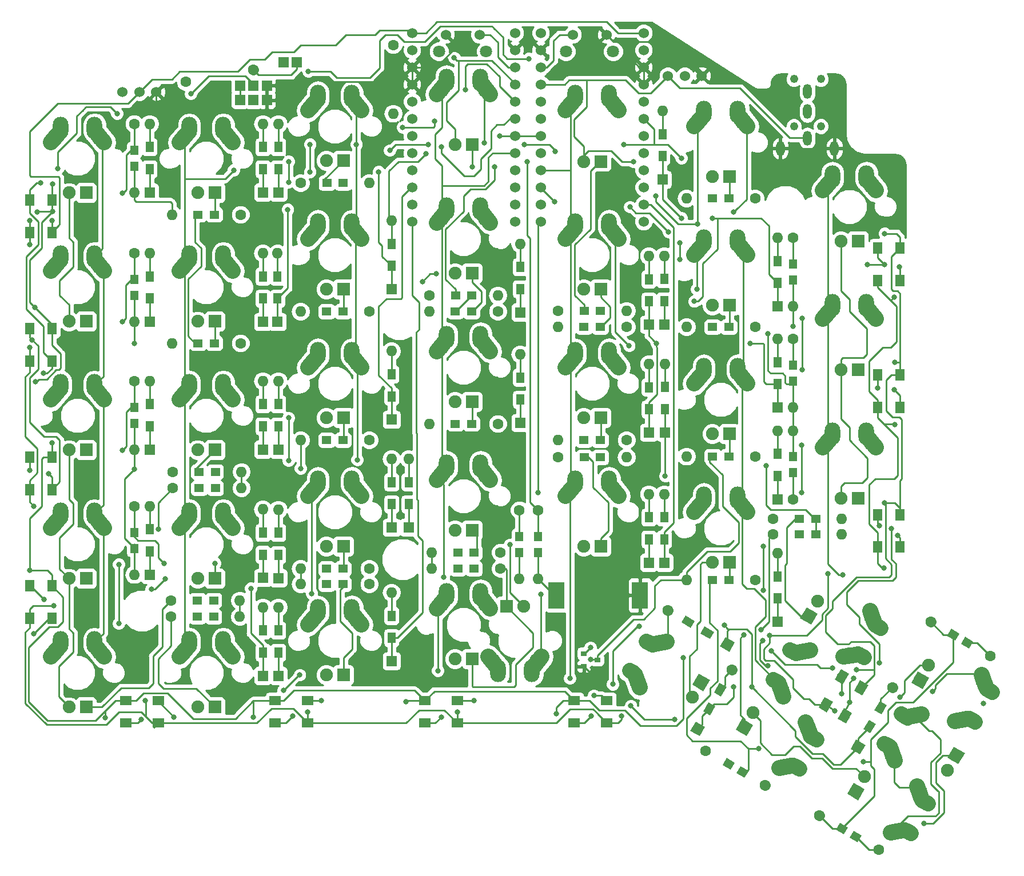
<source format=gtl>
G04 #@! TF.GenerationSoftware,KiCad,Pcbnew,(5.0.0)*
G04 #@! TF.CreationDate,2018-11-09T01:29:58+09:00*
G04 #@! TF.ProjectId,ergodash,6572676F646173682E6B696361645F70,2.0*
G04 #@! TF.SameCoordinates,Original*
G04 #@! TF.FileFunction,Copper,L1,Top,Signal*
G04 #@! TF.FilePolarity,Positive*
%FSLAX46Y46*%
G04 Gerber Fmt 4.6, Leading zero omitted, Abs format (unit mm)*
G04 Created by KiCad (PCBNEW (5.0.0)) date 11/09/18 01:29:58*
%MOMM*%
%LPD*%
G01*
G04 APERTURE LIST*
G04 #@! TA.AperFunction,ComponentPad*
%ADD10R,1.200000X1.400000*%
G04 #@! TD*
G04 #@! TA.AperFunction,ComponentPad*
%ADD11C,1.600000*%
G04 #@! TD*
G04 #@! TA.AperFunction,ComponentPad*
%ADD12O,1.600000X1.600000*%
G04 #@! TD*
G04 #@! TA.AperFunction,ComponentPad*
%ADD13C,1.200000*%
G04 #@! TD*
G04 #@! TA.AperFunction,Conductor*
%ADD14C,0.100000*%
G04 #@! TD*
G04 #@! TA.AperFunction,Conductor*
%ADD15C,1.600000*%
G04 #@! TD*
G04 #@! TA.AperFunction,ComponentPad*
%ADD16R,1.400000X1.200000*%
G04 #@! TD*
G04 #@! TA.AperFunction,WasherPad*
%ADD17C,1.210000*%
G04 #@! TD*
G04 #@! TA.AperFunction,ComponentPad*
%ADD18O,1.300000X2.200000*%
G04 #@! TD*
G04 #@! TA.AperFunction,ComponentPad*
%ADD19C,2.400000*%
G04 #@! TD*
G04 #@! TA.AperFunction,Conductor*
%ADD20C,2.400000*%
G04 #@! TD*
G04 #@! TA.AperFunction,ComponentPad*
%ADD21O,2.300000X3.337000*%
G04 #@! TD*
G04 #@! TA.AperFunction,ComponentPad*
%ADD22C,2.300000*%
G04 #@! TD*
G04 #@! TA.AperFunction,Conductor*
%ADD23C,2.300000*%
G04 #@! TD*
G04 #@! TA.AperFunction,SMDPad,CuDef*
%ADD24R,2.400000X4.000000*%
G04 #@! TD*
G04 #@! TA.AperFunction,ComponentPad*
%ADD25C,1.800000*%
G04 #@! TD*
G04 #@! TA.AperFunction,ComponentPad*
%ADD26C,1.524000*%
G04 #@! TD*
G04 #@! TA.AperFunction,ComponentPad*
%ADD27R,1.524000X1.524000*%
G04 #@! TD*
G04 #@! TA.AperFunction,ComponentPad*
%ADD28C,1.905000*%
G04 #@! TD*
G04 #@! TA.AperFunction,ComponentPad*
%ADD29R,1.905000X1.905000*%
G04 #@! TD*
G04 #@! TA.AperFunction,SMDPad,CuDef*
%ADD30R,0.900000X0.800000*%
G04 #@! TD*
G04 #@! TA.AperFunction,ComponentPad*
%ADD31R,1.200000X1.600000*%
G04 #@! TD*
G04 #@! TA.AperFunction,ComponentPad*
%ADD32R,1.600000X1.600000*%
G04 #@! TD*
G04 #@! TA.AperFunction,SMDPad,CuDef*
%ADD33R,1.400000X1.800000*%
G04 #@! TD*
G04 #@! TA.AperFunction,SMDPad,CuDef*
%ADD34R,1.800000X1.400000*%
G04 #@! TD*
G04 #@! TA.AperFunction,SMDPad,CuDef*
%ADD35C,1.400000*%
G04 #@! TD*
G04 #@! TA.AperFunction,ViaPad*
%ADD36C,0.800000*%
G04 #@! TD*
G04 #@! TA.AperFunction,Conductor*
%ADD37C,0.254000*%
G04 #@! TD*
G04 APERTURE END LIST*
D10*
G04 #@! TO.P,R40,2*
G04 #@! TO.N,Net-(M1-Pad2)*
X155194000Y-116409000D03*
D11*
G04 #@! TO.P,R40,1*
G04 #@! TO.N,/Audio*
X155194000Y-110109000D03*
D12*
G04 #@! TO.P,R40,2*
G04 #@! TO.N,Net-(M1-Pad2)*
X155194000Y-120269000D03*
D10*
G04 #@! TO.P,R40,1*
G04 #@! TO.N,/Audio*
X155194000Y-114009000D03*
G04 #@! TD*
G04 #@! TO.P,R25,2*
G04 #@! TO.N,Net-(Q1-Pad3)*
X192913000Y-102158000D03*
D11*
G04 #@! TO.P,R25,1*
G04 #@! TO.N,Net-(D55-Pad1)*
X192913000Y-108458000D03*
D12*
G04 #@! TO.P,R25,2*
G04 #@! TO.N,Net-(Q1-Pad3)*
X192913000Y-98298000D03*
D10*
G04 #@! TO.P,R25,1*
G04 #@! TO.N,Net-(D55-Pad1)*
X192913000Y-104558000D03*
G04 #@! TD*
D13*
G04 #@! TO.P,R37,2*
G04 #@! TO.N,Net-(Q1-Pad3)*
X216662000Y-128524000D03*
D14*
G04 #@! TD*
G04 #@! TO.N,Net-(Q1-Pad3)*
G04 #@! TO.C,R37*
G36*
X217568218Y-128354385D02*
X216968218Y-129393615D01*
X215755782Y-128693615D01*
X216355782Y-127654385D01*
X217568218Y-128354385D01*
X217568218Y-128354385D01*
G37*
D11*
G04 #@! TO.P,R37,1*
G04 #@! TO.N,Net-(D70-Pad1)*
X222117960Y-131674000D03*
G04 #@! TO.P,R37,2*
G04 #@! TO.N,Net-(Q1-Pad3)*
X213319142Y-126594000D03*
D15*
G04 #@! TD*
G04 #@! TO.N,Net-(Q1-Pad3)*
G04 #@! TO.C,R37*
X213319142Y-126594000D02*
X213319142Y-126594000D01*
D13*
G04 #@! TO.P,R37,1*
G04 #@! TO.N,Net-(D70-Pad1)*
X218740461Y-129724000D03*
D14*
G04 #@! TD*
G04 #@! TO.N,Net-(D70-Pad1)*
G04 #@! TO.C,R37*
G36*
X219646679Y-129554385D02*
X219046679Y-130593615D01*
X217834243Y-129893615D01*
X218434243Y-128854385D01*
X219646679Y-129554385D01*
X219646679Y-129554385D01*
G37*
D10*
G04 #@! TO.P,R13,2*
G04 #@! TO.N,Net-(Q1-Pad1)*
X152400000Y-116388000D03*
D11*
G04 #@! TO.P,R13,1*
G04 #@! TO.N,/Backlight*
X152400000Y-110088000D03*
D12*
G04 #@! TO.P,R13,2*
G04 #@! TO.N,Net-(Q1-Pad1)*
X152400000Y-120248000D03*
D10*
G04 #@! TO.P,R13,1*
G04 #@! TO.N,/Backlight*
X152400000Y-113988000D03*
G04 #@! TD*
G04 #@! TO.P,R3,2*
G04 #@! TO.N,Net-(Q1-Pad3)*
X95377000Y-59132000D03*
D11*
G04 #@! TO.P,R3,1*
G04 #@! TO.N,Net-(D35-Pad1)*
X95377000Y-52832000D03*
D12*
G04 #@! TO.P,R3,2*
G04 #@! TO.N,Net-(Q1-Pad3)*
X95377000Y-62992000D03*
D10*
G04 #@! TO.P,R3,1*
G04 #@! TO.N,Net-(D35-Pad1)*
X95377000Y-56732000D03*
G04 #@! TD*
D16*
G04 #@! TO.P,R4,2*
G04 #@! TO.N,Net-(Q1-Pad3)*
X104825000Y-66294000D03*
D11*
G04 #@! TO.P,R4,1*
G04 #@! TO.N,Net-(D36-Pad1)*
X111125000Y-66294000D03*
D12*
G04 #@! TO.P,R4,2*
G04 #@! TO.N,Net-(Q1-Pad3)*
X100965000Y-66294000D03*
D16*
G04 #@! TO.P,R4,1*
G04 #@! TO.N,Net-(D36-Pad1)*
X107225000Y-66294000D03*
G04 #@! TD*
G04 #@! TO.P,R5,2*
G04 #@! TO.N,Net-(Q1-Pad3)*
X126315000Y-61595000D03*
D11*
G04 #@! TO.P,R5,1*
G04 #@! TO.N,Net-(D37-Pad1)*
X120015000Y-61595000D03*
D12*
G04 #@! TO.P,R5,2*
G04 #@! TO.N,Net-(Q1-Pad3)*
X130175000Y-61595000D03*
D16*
G04 #@! TO.P,R5,1*
G04 #@! TO.N,Net-(D37-Pad1)*
X123915000Y-61595000D03*
G04 #@! TD*
G04 #@! TO.P,R6,2*
G04 #@! TO.N,Net-(Q1-Pad3)*
X145365000Y-78232000D03*
D11*
G04 #@! TO.P,R6,1*
G04 #@! TO.N,Net-(D38-Pad1)*
X139065000Y-78232000D03*
D12*
G04 #@! TO.P,R6,2*
G04 #@! TO.N,Net-(Q1-Pad3)*
X149225000Y-78232000D03*
D16*
G04 #@! TO.P,R6,1*
G04 #@! TO.N,Net-(D38-Pad1)*
X142965000Y-78232000D03*
G04 #@! TD*
G04 #@! TO.P,R7,2*
G04 #@! TO.N,Net-(Q1-Pad3)*
X164415000Y-80518000D03*
D11*
G04 #@! TO.P,R7,1*
G04 #@! TO.N,Net-(D39-Pad1)*
X158115000Y-80518000D03*
D12*
G04 #@! TO.P,R7,2*
G04 #@! TO.N,Net-(Q1-Pad3)*
X168275000Y-80518000D03*
D16*
G04 #@! TO.P,R7,1*
G04 #@! TO.N,Net-(D39-Pad1)*
X162015000Y-80518000D03*
G04 #@! TD*
G04 #@! TO.P,R8,2*
G04 #@! TO.N,Net-(Q1-Pad3)*
X181025000Y-63881000D03*
D11*
G04 #@! TO.P,R8,1*
G04 #@! TO.N,Net-(D40-Pad1)*
X187325000Y-63881000D03*
D12*
G04 #@! TO.P,R8,2*
G04 #@! TO.N,Net-(Q1-Pad3)*
X177165000Y-63881000D03*
D16*
G04 #@! TO.P,R8,1*
G04 #@! TO.N,Net-(D40-Pad1)*
X183425000Y-63881000D03*
G04 #@! TD*
D10*
G04 #@! TO.P,R9,2*
G04 #@! TO.N,Net-(Q1-Pad3)*
X192913000Y-76023000D03*
D11*
G04 #@! TO.P,R9,1*
G04 #@! TO.N,Net-(D41-Pad1)*
X192913000Y-69723000D03*
D12*
G04 #@! TO.P,R9,2*
G04 #@! TO.N,Net-(Q1-Pad3)*
X192913000Y-79883000D03*
D10*
G04 #@! TO.P,R9,1*
G04 #@! TO.N,Net-(D41-Pad1)*
X192913000Y-73623000D03*
G04 #@! TD*
G04 #@! TO.P,R10,2*
G04 #@! TO.N,Net-(Q1-Pad3)*
X95377000Y-78309000D03*
D11*
G04 #@! TO.P,R10,1*
G04 #@! TO.N,Net-(D42-Pad1)*
X95377000Y-72009000D03*
D12*
G04 #@! TO.P,R10,2*
G04 #@! TO.N,Net-(Q1-Pad3)*
X95377000Y-82169000D03*
D10*
G04 #@! TO.P,R10,1*
G04 #@! TO.N,Net-(D42-Pad1)*
X95377000Y-75909000D03*
G04 #@! TD*
D16*
G04 #@! TO.P,R11,2*
G04 #@! TO.N,Net-(Q1-Pad3)*
X104825000Y-85344000D03*
D11*
G04 #@! TO.P,R11,1*
G04 #@! TO.N,Net-(D43-Pad1)*
X111125000Y-85344000D03*
D12*
G04 #@! TO.P,R11,2*
G04 #@! TO.N,Net-(Q1-Pad3)*
X100965000Y-85344000D03*
D16*
G04 #@! TO.P,R11,1*
G04 #@! TO.N,Net-(D43-Pad1)*
X107225000Y-85344000D03*
G04 #@! TD*
G04 #@! TO.P,R12,2*
G04 #@! TO.N,Net-(Q1-Pad3)*
X123875000Y-80645000D03*
D11*
G04 #@! TO.P,R12,1*
G04 #@! TO.N,Net-(D44-Pad1)*
X130175000Y-80645000D03*
D12*
G04 #@! TO.P,R12,2*
G04 #@! TO.N,Net-(Q1-Pad3)*
X120015000Y-80645000D03*
D16*
G04 #@! TO.P,R12,1*
G04 #@! TO.N,Net-(D44-Pad1)*
X126275000Y-80645000D03*
G04 #@! TD*
G04 #@! TO.P,R15,2*
G04 #@! TO.N,Net-(Q1-Pad3)*
X142925000Y-80645000D03*
D11*
G04 #@! TO.P,R15,1*
G04 #@! TO.N,Net-(D45-Pad1)*
X149225000Y-80645000D03*
D12*
G04 #@! TO.P,R15,2*
G04 #@! TO.N,Net-(Q1-Pad3)*
X139065000Y-80645000D03*
D16*
G04 #@! TO.P,R15,1*
G04 #@! TO.N,Net-(D45-Pad1)*
X145325000Y-80645000D03*
G04 #@! TD*
G04 #@! TO.P,R16,2*
G04 #@! TO.N,Net-(Q1-Pad3)*
X161975000Y-82931000D03*
D11*
G04 #@! TO.P,R16,1*
G04 #@! TO.N,Net-(D46-Pad1)*
X168275000Y-82931000D03*
D12*
G04 #@! TO.P,R16,2*
G04 #@! TO.N,Net-(Q1-Pad3)*
X158115000Y-82931000D03*
D16*
G04 #@! TO.P,R16,1*
G04 #@! TO.N,Net-(D46-Pad1)*
X164375000Y-82931000D03*
G04 #@! TD*
G04 #@! TO.P,R17,2*
G04 #@! TO.N,Net-(Q1-Pad3)*
X181025000Y-82931000D03*
D11*
G04 #@! TO.P,R17,1*
G04 #@! TO.N,Net-(D47-Pad1)*
X187325000Y-82931000D03*
D12*
G04 #@! TO.P,R17,2*
G04 #@! TO.N,Net-(Q1-Pad3)*
X177165000Y-82931000D03*
D16*
G04 #@! TO.P,R17,1*
G04 #@! TO.N,Net-(D47-Pad1)*
X183425000Y-82931000D03*
G04 #@! TD*
D10*
G04 #@! TO.P,R18,2*
G04 #@! TO.N,Net-(Q1-Pad3)*
X192913000Y-91009000D03*
D11*
G04 #@! TO.P,R18,1*
G04 #@! TO.N,Net-(D48-Pad1)*
X192913000Y-84709000D03*
D12*
G04 #@! TO.P,R18,2*
G04 #@! TO.N,Net-(Q1-Pad3)*
X192913000Y-94869000D03*
D10*
G04 #@! TO.P,R18,1*
G04 #@! TO.N,Net-(D48-Pad1)*
X192913000Y-88609000D03*
G04 #@! TD*
G04 #@! TO.P,R19,2*
G04 #@! TO.N,Net-(Q1-Pad3)*
X95377000Y-97232000D03*
D11*
G04 #@! TO.P,R19,1*
G04 #@! TO.N,Net-(D49-Pad1)*
X95377000Y-90932000D03*
D12*
G04 #@! TO.P,R19,2*
G04 #@! TO.N,Net-(Q1-Pad3)*
X95377000Y-101092000D03*
D10*
G04 #@! TO.P,R19,1*
G04 #@! TO.N,Net-(D49-Pad1)*
X95377000Y-94832000D03*
G04 #@! TD*
D16*
G04 #@! TO.P,R20,2*
G04 #@! TO.N,Net-(Q1-Pad3)*
X107392000Y-104394000D03*
D11*
G04 #@! TO.P,R20,1*
G04 #@! TO.N,Net-(D50-Pad1)*
X101092000Y-104394000D03*
D12*
G04 #@! TO.P,R20,2*
G04 #@! TO.N,Net-(Q1-Pad3)*
X111252000Y-104394000D03*
D16*
G04 #@! TO.P,R20,1*
G04 #@! TO.N,Net-(D50-Pad1)*
X104992000Y-104394000D03*
G04 #@! TD*
G04 #@! TO.P,R21,2*
G04 #@! TO.N,Net-(Q1-Pad3)*
X123875000Y-99695000D03*
D11*
G04 #@! TO.P,R21,1*
G04 #@! TO.N,Net-(D51-Pad1)*
X130175000Y-99695000D03*
D12*
G04 #@! TO.P,R21,2*
G04 #@! TO.N,Net-(Q1-Pad3)*
X120015000Y-99695000D03*
D16*
G04 #@! TO.P,R21,1*
G04 #@! TO.N,Net-(D51-Pad1)*
X126275000Y-99695000D03*
G04 #@! TD*
G04 #@! TO.P,R22,2*
G04 #@! TO.N,Net-(Q1-Pad3)*
X142925000Y-97282000D03*
D11*
G04 #@! TO.P,R22,1*
G04 #@! TO.N,Net-(D52-Pad1)*
X149225000Y-97282000D03*
D12*
G04 #@! TO.P,R22,2*
G04 #@! TO.N,Net-(Q1-Pad3)*
X139065000Y-97282000D03*
D16*
G04 #@! TO.P,R22,1*
G04 #@! TO.N,Net-(D52-Pad1)*
X145325000Y-97282000D03*
G04 #@! TD*
G04 #@! TO.P,R23,2*
G04 #@! TO.N,Net-(Q1-Pad3)*
X161975000Y-99695000D03*
D11*
G04 #@! TO.P,R23,1*
G04 #@! TO.N,Net-(D53-Pad1)*
X168275000Y-99695000D03*
D12*
G04 #@! TO.P,R23,2*
G04 #@! TO.N,Net-(Q1-Pad3)*
X158115000Y-99695000D03*
D16*
G04 #@! TO.P,R23,1*
G04 #@! TO.N,Net-(D53-Pad1)*
X164375000Y-99695000D03*
G04 #@! TD*
G04 #@! TO.P,R24,2*
G04 #@! TO.N,Net-(Q1-Pad3)*
X181025000Y-102108000D03*
D11*
G04 #@! TO.P,R24,1*
G04 #@! TO.N,Net-(D54-Pad1)*
X187325000Y-102108000D03*
D12*
G04 #@! TO.P,R24,2*
G04 #@! TO.N,Net-(Q1-Pad3)*
X177165000Y-102108000D03*
D16*
G04 #@! TO.P,R24,1*
G04 #@! TO.N,Net-(D54-Pad1)*
X183425000Y-102108000D03*
G04 #@! TD*
G04 #@! TO.P,R26,2*
G04 #@! TO.N,Net-(Q1-Pad3)*
X107392000Y-106807000D03*
D11*
G04 #@! TO.P,R26,1*
G04 #@! TO.N,Net-(D56-Pad1)*
X101092000Y-106807000D03*
D12*
G04 #@! TO.P,R26,2*
G04 #@! TO.N,Net-(Q1-Pad3)*
X111252000Y-106807000D03*
D16*
G04 #@! TO.P,R26,1*
G04 #@! TO.N,Net-(D56-Pad1)*
X104992000Y-106807000D03*
G04 #@! TD*
D10*
G04 #@! TO.P,R27,2*
G04 #@! TO.N,Net-(Q1-Pad3)*
X95377000Y-115774000D03*
D11*
G04 #@! TO.P,R27,1*
G04 #@! TO.N,Net-(D57-Pad1)*
X95377000Y-109474000D03*
D12*
G04 #@! TO.P,R27,2*
G04 #@! TO.N,Net-(Q1-Pad3)*
X95377000Y-119634000D03*
D10*
G04 #@! TO.P,R27,1*
G04 #@! TO.N,Net-(D57-Pad1)*
X95377000Y-113374000D03*
G04 #@! TD*
D16*
G04 #@! TO.P,R28,2*
G04 #@! TO.N,Net-(Q1-Pad3)*
X123875000Y-118745000D03*
D11*
G04 #@! TO.P,R28,1*
G04 #@! TO.N,Net-(D58-Pad1)*
X130175000Y-118745000D03*
D12*
G04 #@! TO.P,R28,2*
G04 #@! TO.N,Net-(Q1-Pad3)*
X120015000Y-118745000D03*
D16*
G04 #@! TO.P,R28,1*
G04 #@! TO.N,Net-(D58-Pad1)*
X126275000Y-118745000D03*
G04 #@! TD*
G04 #@! TO.P,R29,2*
G04 #@! TO.N,Net-(Q1-Pad3)*
X143306000Y-116332000D03*
D11*
G04 #@! TO.P,R29,1*
G04 #@! TO.N,Net-(D59-Pad1)*
X149606000Y-116332000D03*
D12*
G04 #@! TO.P,R29,2*
G04 #@! TO.N,Net-(Q1-Pad3)*
X139446000Y-116332000D03*
D16*
G04 #@! TO.P,R29,1*
G04 #@! TO.N,Net-(D59-Pad1)*
X145706000Y-116332000D03*
G04 #@! TD*
G04 #@! TO.P,R30,2*
G04 #@! TO.N,Net-(Q1-Pad3)*
X164415000Y-102235000D03*
D11*
G04 #@! TO.P,R30,1*
G04 #@! TO.N,Net-(D60-Pad1)*
X158115000Y-102235000D03*
D12*
G04 #@! TO.P,R30,2*
G04 #@! TO.N,Net-(Q1-Pad3)*
X168275000Y-102235000D03*
D16*
G04 #@! TO.P,R30,1*
G04 #@! TO.N,Net-(D60-Pad1)*
X162015000Y-102235000D03*
G04 #@! TD*
G04 #@! TO.P,R31,2*
G04 #@! TO.N,Net-(Q1-Pad3)*
X181025000Y-120396000D03*
D11*
G04 #@! TO.P,R31,1*
G04 #@! TO.N,Net-(D61-Pad1)*
X187325000Y-120396000D03*
D12*
G04 #@! TO.P,R31,2*
G04 #@! TO.N,Net-(Q1-Pad3)*
X177165000Y-120396000D03*
D16*
G04 #@! TO.P,R31,1*
G04 #@! TO.N,Net-(D61-Pad1)*
X183425000Y-120396000D03*
G04 #@! TD*
D13*
G04 #@! TO.P,R32,2*
G04 #@! TO.N,Net-(Q1-Pad3)*
X185475172Y-148872000D03*
D14*
G04 #@! TD*
G04 #@! TO.N,Net-(Q1-Pad3)*
G04 #@! TO.C,R32*
G36*
X184568954Y-149041615D02*
X185168954Y-148002385D01*
X186381390Y-148702385D01*
X185781390Y-149741615D01*
X184568954Y-149041615D01*
X184568954Y-149041615D01*
G37*
D11*
G04 #@! TO.P,R32,1*
G04 #@! TO.N,Net-(D62-Pad1)*
X180019212Y-145722000D03*
G04 #@! TO.P,R32,2*
G04 #@! TO.N,Net-(Q1-Pad3)*
X188818030Y-150802000D03*
D15*
G04 #@! TD*
G04 #@! TO.N,Net-(Q1-Pad3)*
G04 #@! TO.C,R32*
X188818030Y-150802000D02*
X188818030Y-150802000D01*
D13*
G04 #@! TO.P,R32,1*
G04 #@! TO.N,Net-(D62-Pad1)*
X183396711Y-147672000D03*
D14*
G04 #@! TD*
G04 #@! TO.N,Net-(D62-Pad1)*
G04 #@! TO.C,R32*
G36*
X182490493Y-147841615D02*
X183090493Y-146802385D01*
X184302929Y-147502385D01*
X183702929Y-148541615D01*
X182490493Y-147841615D01*
X182490493Y-147841615D01*
G37*
D16*
G04 #@! TO.P,R33,2*
G04 #@! TO.N,Net-(Q1-Pad3)*
X107138000Y-123444000D03*
D11*
G04 #@! TO.P,R33,1*
G04 #@! TO.N,Net-(D63-Pad1)*
X100838000Y-123444000D03*
D12*
G04 #@! TO.P,R33,2*
G04 #@! TO.N,Net-(Q1-Pad3)*
X110998000Y-123444000D03*
D16*
G04 #@! TO.P,R33,1*
G04 #@! TO.N,Net-(D63-Pad1)*
X104738000Y-123444000D03*
G04 #@! TD*
G04 #@! TO.P,R34,2*
G04 #@! TO.N,Net-(Q1-Pad3)*
X107138000Y-125857000D03*
D11*
G04 #@! TO.P,R34,1*
G04 #@! TO.N,Net-(D64-Pad1)*
X100838000Y-125857000D03*
D12*
G04 #@! TO.P,R34,2*
G04 #@! TO.N,Net-(Q1-Pad3)*
X110998000Y-125857000D03*
D16*
G04 #@! TO.P,R34,1*
G04 #@! TO.N,Net-(D64-Pad1)*
X104738000Y-125857000D03*
G04 #@! TD*
G04 #@! TO.P,R35,2*
G04 #@! TO.N,Net-(Q1-Pad3)*
X123875000Y-121031000D03*
D11*
G04 #@! TO.P,R35,1*
G04 #@! TO.N,Net-(D65-Pad1)*
X130175000Y-121031000D03*
D12*
G04 #@! TO.P,R35,2*
G04 #@! TO.N,Net-(Q1-Pad3)*
X120015000Y-121031000D03*
D16*
G04 #@! TO.P,R35,1*
G04 #@! TO.N,Net-(D65-Pad1)*
X126275000Y-121031000D03*
G04 #@! TD*
G04 #@! TO.P,R36,2*
G04 #@! TO.N,Net-(Q1-Pad3)*
X143306000Y-118745000D03*
D11*
G04 #@! TO.P,R36,1*
G04 #@! TO.N,Net-(D66-Pad1)*
X149606000Y-118745000D03*
D12*
G04 #@! TO.P,R36,2*
G04 #@! TO.N,Net-(Q1-Pad3)*
X139446000Y-118745000D03*
D16*
G04 #@! TO.P,R36,1*
G04 #@! TO.N,Net-(D66-Pad1)*
X145706000Y-118745000D03*
G04 #@! TD*
G04 #@! TO.P,R14,2*
G04 #@! TO.N,Net-(Q1-Pad3)*
X196292000Y-111379000D03*
D11*
G04 #@! TO.P,R14,1*
G04 #@! TO.N,Net-(D69-Pad1)*
X189992000Y-111379000D03*
D12*
G04 #@! TO.P,R14,2*
G04 #@! TO.N,Net-(Q1-Pad3)*
X200152000Y-111379000D03*
D16*
G04 #@! TO.P,R14,1*
G04 #@! TO.N,Net-(D69-Pad1)*
X193892000Y-111379000D03*
G04 #@! TD*
G04 #@! TO.P,R38,2*
G04 #@! TO.N,Net-(Q1-Pad3)*
X196292000Y-113665000D03*
D11*
G04 #@! TO.P,R38,1*
G04 #@! TO.N,Net-(D71-Pad1)*
X189992000Y-113665000D03*
D12*
G04 #@! TO.P,R38,2*
G04 #@! TO.N,Net-(Q1-Pad3)*
X200152000Y-113665000D03*
D16*
G04 #@! TO.P,R38,1*
G04 #@! TO.N,Net-(D71-Pad1)*
X193892000Y-113665000D03*
G04 #@! TD*
D13*
G04 #@! TO.P,R39,2*
G04 #@! TO.N,Net-(Q1-Pad3)*
X200157040Y-157251000D03*
D14*
G04 #@! TD*
G04 #@! TO.N,Net-(Q1-Pad3)*
G04 #@! TO.C,R39*
G36*
X201063258Y-157081385D02*
X200463258Y-158120615D01*
X199250822Y-157420615D01*
X199850822Y-156381385D01*
X201063258Y-157081385D01*
X201063258Y-157081385D01*
G37*
D11*
G04 #@! TO.P,R39,1*
G04 #@! TO.N,Net-(D72-Pad1)*
X205613000Y-160401000D03*
G04 #@! TO.P,R39,2*
G04 #@! TO.N,Net-(Q1-Pad3)*
X196814182Y-155321000D03*
D15*
G04 #@! TD*
G04 #@! TO.N,Net-(Q1-Pad3)*
G04 #@! TO.C,R39*
X196814182Y-155321000D02*
X196814182Y-155321000D01*
D13*
G04 #@! TO.P,R39,1*
G04 #@! TO.N,Net-(D72-Pad1)*
X202235501Y-158451000D03*
D14*
G04 #@! TD*
G04 #@! TO.N,Net-(D72-Pad1)*
G04 #@! TO.C,R39*
G36*
X203141719Y-158281385D02*
X202541719Y-159320615D01*
X201329283Y-158620615D01*
X201929283Y-157581385D01*
X203141719Y-158281385D01*
X203141719Y-158281385D01*
G37*
D17*
G04 #@! TO.P,J1,*
G04 #@! TO.N,*
X197072000Y-53204000D03*
X193072000Y-53204000D03*
D18*
G04 #@! TO.P,J1,2*
G04 #@! TO.N,/xtradata*
X195072000Y-48004000D03*
G04 #@! TO.P,J1,5*
G04 #@! TO.N,GND*
X199072000Y-56504000D03*
G04 #@! TO.P,J1,1*
G04 #@! TO.N,VCC*
X195072000Y-55004000D03*
G04 #@! TO.P,J1,4*
G04 #@! TO.N,GND*
X191072000Y-56504000D03*
G04 #@! TO.P,J1,3*
G04 #@! TO.N,/sda/uart*
X195072000Y-51004000D03*
D17*
G04 #@! TO.P,J1,*
G04 #@! TO.N,*
X193072000Y-46204000D03*
X197072000Y-46204000D03*
G04 #@! TD*
D19*
G04 #@! TO.P,SW8,1*
G04 #@! TO.N,/col1*
X102684951Y-112049269D03*
D20*
G04 #@! TD*
G04 #@! TO.N,/col1*
G04 #@! TO.C,SW8*
X102106442Y-112738709D02*
X103263460Y-111359829D01*
D19*
G04 #@! TO.P,SW8,2*
G04 #@! TO.N,Net-(D8-Pad2)*
X109405049Y-112049269D03*
D20*
G04 #@! TD*
G04 #@! TO.N,Net-(D8-Pad2)*
G04 #@! TO.C,SW8*
X108826540Y-111359829D02*
X109983558Y-112738709D01*
D21*
G04 #@! TO.P,SW8,2*
G04 #@! TO.N,Net-(D8-Pad2)*
X108565000Y-110625500D03*
G04 #@! TO.P,SW8,1*
G04 #@! TO.N,/col1*
X103525000Y-110625500D03*
G04 #@! TD*
D12*
G04 #@! TO.P,R2,2*
G04 #@! TO.N,/sda/uart*
X133731000Y-51308000D03*
D11*
G04 #@! TO.P,R2,1*
G04 #@! TO.N,VCC*
X133731000Y-41148000D03*
G04 #@! TD*
G04 #@! TO.P,R1,2*
G04 #@! TO.N,/scl*
X113002647Y-44844735D03*
D15*
G04 #@! TD*
G04 #@! TO.N,/scl*
G04 #@! TO.C,R1*
X113002647Y-44844735D02*
X113002647Y-44844735D01*
D11*
G04 #@! TO.P,R1,1*
G04 #@! TO.N,VCC*
X102997000Y-46609000D03*
G04 #@! TD*
D19*
G04 #@! TO.P,SW34,1*
G04 #@! TO.N,/col4*
X169947881Y-135547022D03*
D20*
G04 #@! TD*
G04 #@! TO.N,/col4*
G04 #@! TO.C,SW34*
X170255699Y-136392745D02*
X169640063Y-134701299D01*
D19*
G04 #@! TO.P,SW34,2*
G04 #@! TO.N,Net-(D33-Pad2)*
X173307930Y-129727247D03*
D20*
G04 #@! TD*
G04 #@! TO.N,Net-(D33-Pad2)*
G04 #@! TO.C,SW34*
X172421603Y-129883530D02*
X174194257Y-129570964D01*
D22*
G04 #@! TO.P,SW34,2*
G04 #@! TO.N,Net-(D33-Pad2)*
X171654886Y-129742866D03*
D23*
G04 #@! TD*
G04 #@! TO.N,Net-(D33-Pad2)*
G04 #@! TO.C,SW34*
X171205852Y-129483616D02*
X172103920Y-130002116D01*
D22*
G04 #@! TO.P,SW34,1*
G04 #@! TO.N,/col4*
X169134886Y-134107634D03*
D23*
G04 #@! TD*
G04 #@! TO.N,/col4*
G04 #@! TO.C,SW34*
X168685852Y-133848384D02*
X169583920Y-134366884D01*
D19*
G04 #@! TO.P,SW38,1*
G04 #@! TO.N,/col3*
X155125049Y-132489231D03*
D20*
G04 #@! TD*
G04 #@! TO.N,/col3*
G04 #@! TO.C,SW38*
X155703558Y-131799791D02*
X154546540Y-133178671D01*
D19*
G04 #@! TO.P,SW38,2*
G04 #@! TO.N,Net-(D32-Pad2)*
X148404951Y-132489231D03*
D20*
G04 #@! TD*
G04 #@! TO.N,Net-(D32-Pad2)*
G04 #@! TO.C,SW38*
X148983460Y-133178671D02*
X147826442Y-131799791D01*
D21*
G04 #@! TO.P,SW38,2*
G04 #@! TO.N,Net-(D32-Pad2)*
X149245000Y-133913000D03*
G04 #@! TO.P,SW38,1*
G04 #@! TO.N,/col3*
X154285000Y-133913000D03*
G04 #@! TD*
D24*
G04 #@! TO.P,M1,1*
G04 #@! TO.N,GND*
X170284000Y-122682000D03*
G04 #@! TO.P,M1,2*
G04 #@! TO.N,Net-(M1-Pad2)*
X157884000Y-122682000D03*
G04 #@! TD*
D25*
G04 #@! TO.P,SW29,3*
G04 #@! TO.N,N/C*
X166314000Y-42124000D03*
X159314000Y-42124000D03*
D26*
G04 #@! TO.P,SW29,2*
G04 #@! TO.N,GND*
X165314000Y-39624000D03*
G04 #@! TO.P,SW29,1*
G04 #@! TO.N,/rst*
X160314000Y-39624000D03*
G04 #@! TD*
D25*
G04 #@! TO.P,SW37,3*
G04 #@! TO.N,N/C*
X140518000Y-42124000D03*
X147518000Y-42124000D03*
D26*
G04 #@! TO.P,SW37,2*
G04 #@! TO.N,GND*
X141518000Y-39624000D03*
G04 #@! TO.P,SW37,1*
G04 #@! TO.N,/rst*
X146518000Y-39624000D03*
G04 #@! TD*
D19*
G04 #@! TO.P,SW33,1*
G04 #@! TO.N,/col3*
X147505049Y-123955519D03*
D20*
G04 #@! TD*
G04 #@! TO.N,/col3*
G04 #@! TO.C,SW33*
X148083558Y-124644959D02*
X146926540Y-123266079D01*
D19*
G04 #@! TO.P,SW33,2*
G04 #@! TO.N,Net-(D32-Pad2)*
X140784951Y-123955519D03*
D20*
G04 #@! TD*
G04 #@! TO.N,Net-(D32-Pad2)*
G04 #@! TO.C,SW33*
X141363460Y-123266079D02*
X140206442Y-124644959D01*
D21*
G04 #@! TO.P,SW33,2*
G04 #@! TO.N,Net-(D32-Pad2)*
X141625000Y-122531750D03*
G04 #@! TO.P,SW33,1*
G04 #@! TO.N,/col3*
X146665000Y-122531750D03*
G04 #@! TD*
D19*
G04 #@! TO.P,SW12,1*
G04 #@! TO.N,/col2*
X121734951Y-107286769D03*
D20*
G04 #@! TD*
G04 #@! TO.N,/col2*
G04 #@! TO.C,SW12*
X121156442Y-107976209D02*
X122313460Y-106597329D01*
D19*
G04 #@! TO.P,SW12,2*
G04 #@! TO.N,Net-(D12-Pad2)*
X128455049Y-107286769D03*
D20*
G04 #@! TD*
G04 #@! TO.N,Net-(D12-Pad2)*
G04 #@! TO.C,SW12*
X127876540Y-106597329D02*
X129033558Y-107976209D01*
D21*
G04 #@! TO.P,SW12,2*
G04 #@! TO.N,Net-(D12-Pad2)*
X127615000Y-105863000D03*
G04 #@! TO.P,SW12,1*
G04 #@! TO.N,/col2*
X122575000Y-105863000D03*
G04 #@! TD*
D19*
G04 #@! TO.P,SW11,1*
G04 #@! TO.N,/col2*
X128455049Y-88236769D03*
D20*
G04 #@! TD*
G04 #@! TO.N,/col2*
G04 #@! TO.C,SW11*
X129033558Y-88926209D02*
X127876540Y-87547329D01*
D19*
G04 #@! TO.P,SW11,2*
G04 #@! TO.N,Net-(D11-Pad2)*
X121734951Y-88236769D03*
D20*
G04 #@! TD*
G04 #@! TO.N,Net-(D11-Pad2)*
G04 #@! TO.C,SW11*
X122313460Y-87547329D02*
X121156442Y-88926209D01*
D21*
G04 #@! TO.P,SW11,2*
G04 #@! TO.N,Net-(D11-Pad2)*
X122575000Y-86813000D03*
G04 #@! TO.P,SW11,1*
G04 #@! TO.N,/col2*
X127615000Y-86813000D03*
G04 #@! TD*
D19*
G04 #@! TO.P,SW4,1*
G04 #@! TO.N,/col0*
X90355049Y-112049269D03*
D20*
G04 #@! TD*
G04 #@! TO.N,/col0*
G04 #@! TO.C,SW4*
X90933558Y-112738709D02*
X89776540Y-111359829D01*
D19*
G04 #@! TO.P,SW4,2*
G04 #@! TO.N,Net-(D4-Pad2)*
X83634951Y-112049269D03*
D20*
G04 #@! TD*
G04 #@! TO.N,Net-(D4-Pad2)*
G04 #@! TO.C,SW4*
X84213460Y-111359829D02*
X83056442Y-112738709D01*
D21*
G04 #@! TO.P,SW4,2*
G04 #@! TO.N,Net-(D4-Pad2)*
X84475000Y-110625500D03*
G04 #@! TO.P,SW4,1*
G04 #@! TO.N,/col0*
X89515000Y-110625500D03*
G04 #@! TD*
D19*
G04 #@! TO.P,SW1,1*
G04 #@! TO.N,/col0*
X90355049Y-54899269D03*
D20*
G04 #@! TD*
G04 #@! TO.N,/col0*
G04 #@! TO.C,SW1*
X90933558Y-55588709D02*
X89776540Y-54209829D01*
D19*
G04 #@! TO.P,SW1,2*
G04 #@! TO.N,Net-(D1-Pad2)*
X83634951Y-54899269D03*
D20*
G04 #@! TD*
G04 #@! TO.N,Net-(D1-Pad2)*
G04 #@! TO.C,SW1*
X84213460Y-54209829D02*
X83056442Y-55588709D01*
D21*
G04 #@! TO.P,SW1,2*
G04 #@! TO.N,Net-(D1-Pad2)*
X84475000Y-53475500D03*
G04 #@! TO.P,SW1,1*
G04 #@! TO.N,/col0*
X89515000Y-53475500D03*
G04 #@! TD*
D19*
G04 #@! TO.P,SW21,1*
G04 #@! TO.N,/col5*
X178884951Y-52518019D03*
D20*
G04 #@! TD*
G04 #@! TO.N,/col5*
G04 #@! TO.C,SW21*
X178306442Y-53207459D02*
X179463460Y-51828579D01*
D19*
G04 #@! TO.P,SW21,2*
G04 #@! TO.N,Net-(D21-Pad2)*
X185605049Y-52518019D03*
D20*
G04 #@! TD*
G04 #@! TO.N,Net-(D21-Pad2)*
G04 #@! TO.C,SW21*
X185026540Y-51828579D02*
X186183558Y-53207459D01*
D21*
G04 #@! TO.P,SW21,2*
G04 #@! TO.N,Net-(D21-Pad2)*
X184765000Y-51094250D03*
G04 #@! TO.P,SW21,1*
G04 #@! TO.N,/col5*
X179725000Y-51094250D03*
G04 #@! TD*
D26*
G04 #@! TO.P,U6,1*
G04 #@! TO.N,/RBG*
X170815000Y-39370000D03*
G04 #@! TO.P,U6,2*
G04 #@! TO.N,/RX*
X170815000Y-41910000D03*
G04 #@! TO.P,U6,3*
G04 #@! TO.N,GND*
X170815000Y-44450000D03*
G04 #@! TO.P,U6,4*
X170815000Y-46990000D03*
G04 #@! TO.P,U6,5*
G04 #@! TO.N,/scl*
X170815000Y-49530000D03*
G04 #@! TO.P,U6,6*
G04 #@! TO.N,/sda/uart*
X170815000Y-52070000D03*
G04 #@! TO.P,U6,7*
G04 #@! TO.N,/row0*
X170815000Y-54610000D03*
G04 #@! TO.P,U6,8*
G04 #@! TO.N,/Audio*
X170815000Y-57150000D03*
G04 #@! TO.P,U6,9*
G04 #@! TO.N,/row1*
X170815000Y-59690000D03*
G04 #@! TO.P,U6,10*
G04 #@! TO.N,/row2*
X170815000Y-62230000D03*
G04 #@! TO.P,U6,11*
G04 #@! TO.N,/row3*
X170815000Y-64770000D03*
G04 #@! TO.P,U6,12*
G04 #@! TO.N,/row4*
X170815000Y-67310000D03*
G04 #@! TO.P,U6,13*
G04 #@! TO.N,/Backlight*
X155575000Y-67310000D03*
G04 #@! TO.P,U6,14*
G04 #@! TO.N,/col6*
X155575000Y-64770000D03*
G04 #@! TO.P,U6,15*
G04 #@! TO.N,/col5*
X155575000Y-62230000D03*
G04 #@! TO.P,U6,16*
G04 #@! TO.N,/col4*
X155575000Y-59690000D03*
G04 #@! TO.P,U6,17*
G04 #@! TO.N,/col3*
X155575000Y-57150000D03*
G04 #@! TO.P,U6,18*
G04 #@! TO.N,/col2*
X155575000Y-54610000D03*
G04 #@! TO.P,U6,19*
G04 #@! TO.N,/col1*
X155575000Y-52070000D03*
G04 #@! TO.P,U6,20*
G04 #@! TO.N,/col0*
X155575000Y-49530000D03*
G04 #@! TO.P,U6,21*
G04 #@! TO.N,VCC*
X155575000Y-46990000D03*
G04 #@! TO.P,U6,22*
G04 #@! TO.N,/rst*
X155575000Y-44450000D03*
G04 #@! TO.P,U6,23*
G04 #@! TO.N,GND*
X155575000Y-41910000D03*
G04 #@! TO.P,U6,24*
G04 #@! TO.N,N/C*
X155575000Y-39370000D03*
G04 #@! TD*
D27*
G04 #@! TO.P,W1,2*
G04 #@! TO.N,/scl*
X119491000Y-43688000D03*
G04 #@! TO.P,W1,1*
G04 #@! TO.N,/xtradata*
X117491000Y-43688000D03*
G04 #@! TD*
D26*
G04 #@! TO.P,J2,2*
G04 #@! TO.N,/RBG*
X96139000Y-48133000D03*
G04 #@! TO.P,J2,1*
G04 #@! TO.N,VCC*
X93639000Y-48133000D03*
G04 #@! TO.P,J2,3*
G04 #@! TO.N,GND*
X98639000Y-48133000D03*
G04 #@! TD*
G04 #@! TO.P,J3,2*
G04 #@! TO.N,/xtradata*
X176911000Y-45720000D03*
G04 #@! TO.P,J3,1*
G04 #@! TO.N,VCC*
X174411000Y-45720000D03*
G04 #@! TO.P,J3,3*
G04 #@! TO.N,GND*
X179411000Y-45720000D03*
G04 #@! TD*
D28*
G04 #@! TO.P,D35,2*
G04 #@! TO.N,VCC*
X85725000Y-63055500D03*
D29*
G04 #@! TO.P,D35,1*
G04 #@! TO.N,Net-(D35-Pad1)*
X88265000Y-63055500D03*
G04 #@! TD*
D28*
G04 #@! TO.P,D36,2*
G04 #@! TO.N,VCC*
X104775000Y-63055500D03*
D29*
G04 #@! TO.P,D36,1*
G04 #@! TO.N,Net-(D36-Pad1)*
X107315000Y-63055500D03*
G04 #@! TD*
D28*
G04 #@! TO.P,D37,2*
G04 #@! TO.N,VCC*
X123825000Y-58293000D03*
D29*
G04 #@! TO.P,D37,1*
G04 #@! TO.N,Net-(D37-Pad1)*
X126365000Y-58293000D03*
G04 #@! TD*
D28*
G04 #@! TO.P,D38,2*
G04 #@! TO.N,VCC*
X142875000Y-55911750D03*
D29*
G04 #@! TO.P,D38,1*
G04 #@! TO.N,Net-(D38-Pad1)*
X145415000Y-55911750D03*
G04 #@! TD*
D28*
G04 #@! TO.P,D39,2*
G04 #@! TO.N,VCC*
X161925000Y-58420000D03*
D29*
G04 #@! TO.P,D39,1*
G04 #@! TO.N,Net-(D39-Pad1)*
X164465000Y-58420000D03*
G04 #@! TD*
D28*
G04 #@! TO.P,D40,2*
G04 #@! TO.N,VCC*
X180975000Y-60674250D03*
D29*
G04 #@! TO.P,D40,1*
G04 #@! TO.N,Net-(D40-Pad1)*
X183515000Y-60674250D03*
G04 #@! TD*
D28*
G04 #@! TO.P,D41,2*
G04 #@! TO.N,VCC*
X200025000Y-70199250D03*
D29*
G04 #@! TO.P,D41,1*
G04 #@! TO.N,Net-(D41-Pad1)*
X202565000Y-70199250D03*
G04 #@! TD*
D28*
G04 #@! TO.P,D42,2*
G04 #@! TO.N,VCC*
X85725000Y-82105500D03*
D29*
G04 #@! TO.P,D42,1*
G04 #@! TO.N,Net-(D42-Pad1)*
X88265000Y-82105500D03*
G04 #@! TD*
D28*
G04 #@! TO.P,D43,2*
G04 #@! TO.N,VCC*
X104775000Y-82105500D03*
D29*
G04 #@! TO.P,D43,1*
G04 #@! TO.N,Net-(D43-Pad1)*
X107315000Y-82105500D03*
G04 #@! TD*
D28*
G04 #@! TO.P,D44,2*
G04 #@! TO.N,VCC*
X123825000Y-77343000D03*
D29*
G04 #@! TO.P,D44,1*
G04 #@! TO.N,Net-(D44-Pad1)*
X126365000Y-77343000D03*
G04 #@! TD*
D28*
G04 #@! TO.P,D45,2*
G04 #@! TO.N,VCC*
X142875000Y-74961750D03*
D29*
G04 #@! TO.P,D45,1*
G04 #@! TO.N,Net-(D45-Pad1)*
X145415000Y-74961750D03*
G04 #@! TD*
D28*
G04 #@! TO.P,D46,2*
G04 #@! TO.N,VCC*
X161925000Y-77343000D03*
D29*
G04 #@! TO.P,D46,1*
G04 #@! TO.N,Net-(D46-Pad1)*
X164465000Y-77343000D03*
G04 #@! TD*
D28*
G04 #@! TO.P,D47,2*
G04 #@! TO.N,VCC*
X180975000Y-79724250D03*
D29*
G04 #@! TO.P,D47,1*
G04 #@! TO.N,Net-(D47-Pad1)*
X183515000Y-79724250D03*
G04 #@! TD*
D28*
G04 #@! TO.P,D48,2*
G04 #@! TO.N,VCC*
X200025000Y-89249250D03*
D29*
G04 #@! TO.P,D48,1*
G04 #@! TO.N,Net-(D48-Pad1)*
X202565000Y-89249250D03*
G04 #@! TD*
D28*
G04 #@! TO.P,D49,2*
G04 #@! TO.N,VCC*
X85725000Y-101155500D03*
D29*
G04 #@! TO.P,D49,1*
G04 #@! TO.N,Net-(D49-Pad1)*
X88265000Y-101155500D03*
G04 #@! TD*
D28*
G04 #@! TO.P,D50,2*
G04 #@! TO.N,VCC*
X104775000Y-101155500D03*
D29*
G04 #@! TO.P,D50,1*
G04 #@! TO.N,Net-(D50-Pad1)*
X107315000Y-101155500D03*
G04 #@! TD*
D28*
G04 #@! TO.P,D51,2*
G04 #@! TO.N,VCC*
X123825000Y-96393000D03*
D29*
G04 #@! TO.P,D51,1*
G04 #@! TO.N,Net-(D51-Pad1)*
X126365000Y-96393000D03*
G04 #@! TD*
D28*
G04 #@! TO.P,D52,2*
G04 #@! TO.N,VCC*
X142875000Y-94011750D03*
D29*
G04 #@! TO.P,D52,1*
G04 #@! TO.N,Net-(D52-Pad1)*
X145415000Y-94011750D03*
G04 #@! TD*
D28*
G04 #@! TO.P,D53,2*
G04 #@! TO.N,VCC*
X161925000Y-96393000D03*
D29*
G04 #@! TO.P,D53,1*
G04 #@! TO.N,Net-(D53-Pad1)*
X164465000Y-96393000D03*
G04 #@! TD*
D28*
G04 #@! TO.P,D54,2*
G04 #@! TO.N,VCC*
X180975000Y-98774250D03*
D29*
G04 #@! TO.P,D54,1*
G04 #@! TO.N,Net-(D54-Pad1)*
X183515000Y-98774250D03*
G04 #@! TD*
D28*
G04 #@! TO.P,D55,2*
G04 #@! TO.N,VCC*
X200025000Y-108299250D03*
D29*
G04 #@! TO.P,D55,1*
G04 #@! TO.N,Net-(D55-Pad1)*
X202565000Y-108299250D03*
G04 #@! TD*
D28*
G04 #@! TO.P,D56,2*
G04 #@! TO.N,VCC*
X85725000Y-120205500D03*
D29*
G04 #@! TO.P,D56,1*
G04 #@! TO.N,Net-(D56-Pad1)*
X88265000Y-120205500D03*
G04 #@! TD*
D28*
G04 #@! TO.P,D57,2*
G04 #@! TO.N,VCC*
X104775000Y-120205500D03*
D29*
G04 #@! TO.P,D57,1*
G04 #@! TO.N,Net-(D57-Pad1)*
X107315000Y-120205500D03*
G04 #@! TD*
D28*
G04 #@! TO.P,D58,2*
G04 #@! TO.N,VCC*
X123825000Y-115443000D03*
D29*
G04 #@! TO.P,D58,1*
G04 #@! TO.N,Net-(D58-Pad1)*
X126365000Y-115443000D03*
G04 #@! TD*
D28*
G04 #@! TO.P,D59,2*
G04 #@! TO.N,VCC*
X142875000Y-113061750D03*
D29*
G04 #@! TO.P,D59,1*
G04 #@! TO.N,Net-(D59-Pad1)*
X145415000Y-113061750D03*
G04 #@! TD*
D28*
G04 #@! TO.P,D60,2*
G04 #@! TO.N,VCC*
X161925000Y-115443000D03*
D29*
G04 #@! TO.P,D60,1*
G04 #@! TO.N,Net-(D60-Pad1)*
X164465000Y-115443000D03*
G04 #@! TD*
D28*
G04 #@! TO.P,D61,2*
G04 #@! TO.N,VCC*
X180975000Y-117824250D03*
D29*
G04 #@! TO.P,D61,1*
G04 #@! TO.N,Net-(D61-Pad1)*
X183515000Y-117824250D03*
G04 #@! TD*
D28*
G04 #@! TO.P,D62,2*
G04 #@! TO.N,VCC*
X178056409Y-137815102D03*
G04 #@! TO.P,D62,1*
G04 #@! TO.N,Net-(D62-Pad1)*
X179326409Y-135615398D03*
D14*
G04 #@! TD*
G04 #@! TO.N,Net-(D62-Pad1)*
G04 #@! TO.C,D62*
G36*
X179675048Y-136916537D02*
X178025270Y-135964037D01*
X178977770Y-134314259D01*
X180627548Y-135266759D01*
X179675048Y-136916537D01*
X179675048Y-136916537D01*
G37*
D28*
G04 #@! TO.P,D63,2*
G04 #@! TO.N,VCC*
X85725000Y-139255500D03*
D29*
G04 #@! TO.P,D63,1*
G04 #@! TO.N,Net-(D63-Pad1)*
X88265000Y-139255500D03*
G04 #@! TD*
D28*
G04 #@! TO.P,D64,2*
G04 #@! TO.N,VCC*
X104775000Y-139255500D03*
D29*
G04 #@! TO.P,D64,1*
G04 #@! TO.N,Net-(D64-Pad1)*
X107315000Y-139255500D03*
G04 #@! TD*
D28*
G04 #@! TO.P,D65,2*
G04 #@! TO.N,VCC*
X123825000Y-134493000D03*
D29*
G04 #@! TO.P,D65,1*
G04 #@! TO.N,Net-(D65-Pad1)*
X126365000Y-134493000D03*
G04 #@! TD*
D28*
G04 #@! TO.P,D66,2*
G04 #@! TO.N,VCC*
X142875000Y-132111750D03*
D29*
G04 #@! TO.P,D66,1*
G04 #@! TO.N,Net-(D66-Pad1)*
X145415000Y-132111750D03*
G04 #@! TD*
D26*
G04 #@! TO.P,U3,1*
G04 #@! TO.N,/RBG*
X136525000Y-39370000D03*
G04 #@! TO.P,U3,2*
G04 #@! TO.N,/RX*
X136525000Y-41910000D03*
G04 #@! TO.P,U3,3*
G04 #@! TO.N,GND*
X136525000Y-44450000D03*
G04 #@! TO.P,U3,4*
X136525000Y-46990000D03*
G04 #@! TO.P,U3,5*
G04 #@! TO.N,/scl*
X136525000Y-49530000D03*
G04 #@! TO.P,U3,6*
G04 #@! TO.N,/sda/uart*
X136525000Y-52070000D03*
G04 #@! TO.P,U3,7*
G04 #@! TO.N,/row0*
X136525000Y-54610000D03*
G04 #@! TO.P,U3,8*
G04 #@! TO.N,/Audio*
X136525000Y-57150000D03*
G04 #@! TO.P,U3,9*
G04 #@! TO.N,/row1*
X136525000Y-59690000D03*
G04 #@! TO.P,U3,10*
G04 #@! TO.N,/row2*
X136525000Y-62230000D03*
G04 #@! TO.P,U3,11*
G04 #@! TO.N,/row3*
X136525000Y-64770000D03*
G04 #@! TO.P,U3,12*
G04 #@! TO.N,/row4*
X136525000Y-67310000D03*
G04 #@! TO.P,U3,13*
G04 #@! TO.N,/Backlight*
X151765000Y-67310000D03*
G04 #@! TO.P,U3,14*
G04 #@! TO.N,/col6*
X151765000Y-64770000D03*
G04 #@! TO.P,U3,15*
G04 #@! TO.N,/col5*
X151765000Y-62230000D03*
G04 #@! TO.P,U3,16*
G04 #@! TO.N,/col4*
X151765000Y-59690000D03*
G04 #@! TO.P,U3,17*
G04 #@! TO.N,/col3*
X151765000Y-57150000D03*
G04 #@! TO.P,U3,18*
G04 #@! TO.N,/col2*
X151765000Y-54610000D03*
G04 #@! TO.P,U3,19*
G04 #@! TO.N,/col1*
X151765000Y-52070000D03*
G04 #@! TO.P,U3,20*
G04 #@! TO.N,/col0*
X151765000Y-49530000D03*
G04 #@! TO.P,U3,21*
G04 #@! TO.N,VCC*
X151765000Y-46990000D03*
G04 #@! TO.P,U3,22*
G04 #@! TO.N,/rst*
X151765000Y-44450000D03*
G04 #@! TO.P,U3,23*
G04 #@! TO.N,GND*
X151765000Y-41910000D03*
G04 #@! TO.P,U3,24*
G04 #@! TO.N,N/C*
X151765000Y-39370000D03*
G04 #@! TD*
D28*
G04 #@! TO.P,D67,2*
G04 #@! TO.N,VCC*
X153035000Y-124333000D03*
D29*
G04 #@! TO.P,D67,1*
G04 #@! TO.N,Net-(D66-Pad1)*
X150495000Y-124333000D03*
G04 #@! TD*
D13*
G04 #@! TO.P,D68,2*
G04 #@! TO.N,Net-(D68-Pad2)*
X205920000Y-139349970D03*
D14*
G04 #@! TD*
G04 #@! TO.N,Net-(D68-Pad2)*
G04 #@! TO.C,D68*
G36*
X206039615Y-140342790D02*
X205000385Y-139742790D01*
X205800385Y-138357150D01*
X206839615Y-138957150D01*
X206039615Y-140342790D01*
X206039615Y-140342790D01*
G37*
D11*
G04 #@! TO.P,D68,1*
G04 #@! TO.N,/row4*
X202565000Y-145161000D03*
D14*
G04 #@! TD*
G04 #@! TO.N,/row4*
G04 #@! TO.C,D68*
G36*
X202857820Y-146253820D02*
X201472180Y-145453820D01*
X202272180Y-144068180D01*
X203657820Y-144868180D01*
X202857820Y-146253820D01*
X202857820Y-146253820D01*
G37*
D11*
G04 #@! TO.P,D68,2*
G04 #@! TO.N,Net-(D68-Pad2)*
X207645000Y-136362182D03*
D15*
G04 #@! TD*
G04 #@! TO.N,Net-(D68-Pad2)*
G04 #@! TO.C,D68*
X207645000Y-136362182D02*
X207645000Y-136362182D01*
D13*
G04 #@! TO.P,D68,1*
G04 #@! TO.N,/row4*
X204290000Y-142173212D03*
D14*
G04 #@! TD*
G04 #@! TO.N,/row4*
G04 #@! TO.C,D68*
G36*
X204409615Y-143166032D02*
X203370385Y-142566032D01*
X204170385Y-141180392D01*
X205209615Y-141780392D01*
X204409615Y-143166032D01*
X204409615Y-143166032D01*
G37*
D30*
G04 #@! TO.P,Q1,1*
G04 #@! TO.N,Net-(Q1-Pad1)*
X161957000Y-131323000D03*
G04 #@! TO.P,Q1,2*
G04 #@! TO.N,GND*
X161957000Y-133223000D03*
G04 #@! TO.P,Q1,3*
G04 #@! TO.N,Net-(Q1-Pad3)*
X163957000Y-132273000D03*
G04 #@! TD*
D19*
G04 #@! TO.P,SW2,1*
G04 #@! TO.N,/col0*
X90355049Y-73949269D03*
D20*
G04 #@! TD*
G04 #@! TO.N,/col0*
G04 #@! TO.C,SW2*
X90933558Y-74638709D02*
X89776540Y-73259829D01*
D19*
G04 #@! TO.P,SW2,2*
G04 #@! TO.N,Net-(D2-Pad2)*
X83634951Y-73949269D03*
D20*
G04 #@! TD*
G04 #@! TO.N,Net-(D2-Pad2)*
G04 #@! TO.C,SW2*
X84213460Y-73259829D02*
X83056442Y-74638709D01*
D21*
G04 #@! TO.P,SW2,2*
G04 #@! TO.N,Net-(D2-Pad2)*
X84475000Y-72525500D03*
G04 #@! TO.P,SW2,1*
G04 #@! TO.N,/col0*
X89515000Y-72525500D03*
G04 #@! TD*
D19*
G04 #@! TO.P,SW3,1*
G04 #@! TO.N,/col0*
X90355049Y-92999269D03*
D20*
G04 #@! TD*
G04 #@! TO.N,/col0*
G04 #@! TO.C,SW3*
X90933558Y-93688709D02*
X89776540Y-92309829D01*
D19*
G04 #@! TO.P,SW3,2*
G04 #@! TO.N,Net-(D3-Pad2)*
X83634951Y-92999269D03*
D20*
G04 #@! TD*
G04 #@! TO.N,Net-(D3-Pad2)*
G04 #@! TO.C,SW3*
X84213460Y-92309829D02*
X83056442Y-93688709D01*
D21*
G04 #@! TO.P,SW3,2*
G04 #@! TO.N,Net-(D3-Pad2)*
X84475000Y-91575500D03*
G04 #@! TO.P,SW3,1*
G04 #@! TO.N,/col0*
X89515000Y-91575500D03*
G04 #@! TD*
D19*
G04 #@! TO.P,SW5,1*
G04 #@! TO.N,/col1*
X102684951Y-54899269D03*
D20*
G04 #@! TD*
G04 #@! TO.N,/col1*
G04 #@! TO.C,SW5*
X102106442Y-55588709D02*
X103263460Y-54209829D01*
D19*
G04 #@! TO.P,SW5,2*
G04 #@! TO.N,Net-(D5-Pad2)*
X109405049Y-54899269D03*
D20*
G04 #@! TD*
G04 #@! TO.N,Net-(D5-Pad2)*
G04 #@! TO.C,SW5*
X108826540Y-54209829D02*
X109983558Y-55588709D01*
D21*
G04 #@! TO.P,SW5,2*
G04 #@! TO.N,Net-(D5-Pad2)*
X108565000Y-53475500D03*
G04 #@! TO.P,SW5,1*
G04 #@! TO.N,/col1*
X103525000Y-53475500D03*
G04 #@! TD*
D19*
G04 #@! TO.P,SW6,1*
G04 #@! TO.N,/col1*
X102684951Y-73949269D03*
D20*
G04 #@! TD*
G04 #@! TO.N,/col1*
G04 #@! TO.C,SW6*
X102106442Y-74638709D02*
X103263460Y-73259829D01*
D19*
G04 #@! TO.P,SW6,2*
G04 #@! TO.N,Net-(D6-Pad2)*
X109405049Y-73949269D03*
D20*
G04 #@! TD*
G04 #@! TO.N,Net-(D6-Pad2)*
G04 #@! TO.C,SW6*
X108826540Y-73259829D02*
X109983558Y-74638709D01*
D21*
G04 #@! TO.P,SW6,2*
G04 #@! TO.N,Net-(D6-Pad2)*
X108565000Y-72525500D03*
G04 #@! TO.P,SW6,1*
G04 #@! TO.N,/col1*
X103525000Y-72525500D03*
G04 #@! TD*
D19*
G04 #@! TO.P,SW7,1*
G04 #@! TO.N,/col1*
X102684951Y-92999269D03*
D20*
G04 #@! TD*
G04 #@! TO.N,/col1*
G04 #@! TO.C,SW7*
X102106442Y-93688709D02*
X103263460Y-92309829D01*
D19*
G04 #@! TO.P,SW7,2*
G04 #@! TO.N,Net-(D7-Pad2)*
X109405049Y-92999269D03*
D20*
G04 #@! TD*
G04 #@! TO.N,Net-(D7-Pad2)*
G04 #@! TO.C,SW7*
X108826540Y-92309829D02*
X109983558Y-93688709D01*
D21*
G04 #@! TO.P,SW7,2*
G04 #@! TO.N,Net-(D7-Pad2)*
X108565000Y-91575500D03*
G04 #@! TO.P,SW7,1*
G04 #@! TO.N,/col1*
X103525000Y-91575500D03*
G04 #@! TD*
D19*
G04 #@! TO.P,SW9,1*
G04 #@! TO.N,/col2*
X128455049Y-50136769D03*
D20*
G04 #@! TD*
G04 #@! TO.N,/col2*
G04 #@! TO.C,SW9*
X129033558Y-50826209D02*
X127876540Y-49447329D01*
D19*
G04 #@! TO.P,SW9,2*
G04 #@! TO.N,Net-(D9-Pad2)*
X121734951Y-50136769D03*
D20*
G04 #@! TD*
G04 #@! TO.N,Net-(D9-Pad2)*
G04 #@! TO.C,SW9*
X122313460Y-49447329D02*
X121156442Y-50826209D01*
D21*
G04 #@! TO.P,SW9,2*
G04 #@! TO.N,Net-(D9-Pad2)*
X122575000Y-48713000D03*
G04 #@! TO.P,SW9,1*
G04 #@! TO.N,/col2*
X127615000Y-48713000D03*
G04 #@! TD*
D19*
G04 #@! TO.P,SW10,1*
G04 #@! TO.N,/col2*
X128455049Y-69186769D03*
D20*
G04 #@! TD*
G04 #@! TO.N,/col2*
G04 #@! TO.C,SW10*
X129033558Y-69876209D02*
X127876540Y-68497329D01*
D19*
G04 #@! TO.P,SW10,2*
G04 #@! TO.N,Net-(D10-Pad2)*
X121734951Y-69186769D03*
D20*
G04 #@! TD*
G04 #@! TO.N,Net-(D10-Pad2)*
G04 #@! TO.C,SW10*
X122313460Y-68497329D02*
X121156442Y-69876209D01*
D21*
G04 #@! TO.P,SW10,2*
G04 #@! TO.N,Net-(D10-Pad2)*
X122575000Y-67763000D03*
G04 #@! TO.P,SW10,1*
G04 #@! TO.N,/col2*
X127615000Y-67763000D03*
G04 #@! TD*
D19*
G04 #@! TO.P,SW13,1*
G04 #@! TO.N,/col3*
X140784951Y-47755519D03*
D20*
G04 #@! TD*
G04 #@! TO.N,/col3*
G04 #@! TO.C,SW13*
X140206442Y-48444959D02*
X141363460Y-47066079D01*
D19*
G04 #@! TO.P,SW13,2*
G04 #@! TO.N,Net-(D13-Pad2)*
X147505049Y-47755519D03*
D20*
G04 #@! TD*
G04 #@! TO.N,Net-(D13-Pad2)*
G04 #@! TO.C,SW13*
X146926540Y-47066079D02*
X148083558Y-48444959D01*
D21*
G04 #@! TO.P,SW13,2*
G04 #@! TO.N,Net-(D13-Pad2)*
X146665000Y-46331750D03*
G04 #@! TO.P,SW13,1*
G04 #@! TO.N,/col3*
X141625000Y-46331750D03*
G04 #@! TD*
D19*
G04 #@! TO.P,SW14,1*
G04 #@! TO.N,/col3*
X140784951Y-66805519D03*
D20*
G04 #@! TD*
G04 #@! TO.N,/col3*
G04 #@! TO.C,SW14*
X140206442Y-67494959D02*
X141363460Y-66116079D01*
D19*
G04 #@! TO.P,SW14,2*
G04 #@! TO.N,Net-(D14-Pad2)*
X147505049Y-66805519D03*
D20*
G04 #@! TD*
G04 #@! TO.N,Net-(D14-Pad2)*
G04 #@! TO.C,SW14*
X146926540Y-66116079D02*
X148083558Y-67494959D01*
D21*
G04 #@! TO.P,SW14,2*
G04 #@! TO.N,Net-(D14-Pad2)*
X146665000Y-65381750D03*
G04 #@! TO.P,SW14,1*
G04 #@! TO.N,/col3*
X141625000Y-65381750D03*
G04 #@! TD*
D19*
G04 #@! TO.P,SW15,1*
G04 #@! TO.N,/col3*
X140784951Y-85855519D03*
D20*
G04 #@! TD*
G04 #@! TO.N,/col3*
G04 #@! TO.C,SW15*
X140206442Y-86544959D02*
X141363460Y-85166079D01*
D19*
G04 #@! TO.P,SW15,2*
G04 #@! TO.N,Net-(D15-Pad2)*
X147505049Y-85855519D03*
D20*
G04 #@! TD*
G04 #@! TO.N,Net-(D15-Pad2)*
G04 #@! TO.C,SW15*
X146926540Y-85166079D02*
X148083558Y-86544959D01*
D21*
G04 #@! TO.P,SW15,2*
G04 #@! TO.N,Net-(D15-Pad2)*
X146665000Y-84431750D03*
G04 #@! TO.P,SW15,1*
G04 #@! TO.N,/col3*
X141625000Y-84431750D03*
G04 #@! TD*
D19*
G04 #@! TO.P,SW16,1*
G04 #@! TO.N,/col3*
X140784951Y-104905519D03*
D20*
G04 #@! TD*
G04 #@! TO.N,/col3*
G04 #@! TO.C,SW16*
X140206442Y-105594959D02*
X141363460Y-104216079D01*
D19*
G04 #@! TO.P,SW16,2*
G04 #@! TO.N,Net-(D16-Pad2)*
X147505049Y-104905519D03*
D20*
G04 #@! TD*
G04 #@! TO.N,Net-(D16-Pad2)*
G04 #@! TO.C,SW16*
X146926540Y-104216079D02*
X148083558Y-105594959D01*
D21*
G04 #@! TO.P,SW16,2*
G04 #@! TO.N,Net-(D16-Pad2)*
X146665000Y-103481750D03*
G04 #@! TO.P,SW16,1*
G04 #@! TO.N,/col3*
X141625000Y-103481750D03*
G04 #@! TD*
D19*
G04 #@! TO.P,SW17,1*
G04 #@! TO.N,/col4*
X159834951Y-50136769D03*
D20*
G04 #@! TD*
G04 #@! TO.N,/col4*
G04 #@! TO.C,SW17*
X159256442Y-50826209D02*
X160413460Y-49447329D01*
D19*
G04 #@! TO.P,SW17,2*
G04 #@! TO.N,Net-(D17-Pad2)*
X166555049Y-50136769D03*
D20*
G04 #@! TD*
G04 #@! TO.N,Net-(D17-Pad2)*
G04 #@! TO.C,SW17*
X165976540Y-49447329D02*
X167133558Y-50826209D01*
D21*
G04 #@! TO.P,SW17,2*
G04 #@! TO.N,Net-(D17-Pad2)*
X165715000Y-48713000D03*
G04 #@! TO.P,SW17,1*
G04 #@! TO.N,/col4*
X160675000Y-48713000D03*
G04 #@! TD*
D19*
G04 #@! TO.P,SW18,1*
G04 #@! TO.N,/col4*
X159834951Y-69186769D03*
D20*
G04 #@! TD*
G04 #@! TO.N,/col4*
G04 #@! TO.C,SW18*
X159256442Y-69876209D02*
X160413460Y-68497329D01*
D19*
G04 #@! TO.P,SW18,2*
G04 #@! TO.N,Net-(D18-Pad2)*
X166555049Y-69186769D03*
D20*
G04 #@! TD*
G04 #@! TO.N,Net-(D18-Pad2)*
G04 #@! TO.C,SW18*
X165976540Y-68497329D02*
X167133558Y-69876209D01*
D21*
G04 #@! TO.P,SW18,2*
G04 #@! TO.N,Net-(D18-Pad2)*
X165715000Y-67763000D03*
G04 #@! TO.P,SW18,1*
G04 #@! TO.N,/col4*
X160675000Y-67763000D03*
G04 #@! TD*
D19*
G04 #@! TO.P,SW19,1*
G04 #@! TO.N,/col4*
X159834951Y-88236769D03*
D20*
G04 #@! TD*
G04 #@! TO.N,/col4*
G04 #@! TO.C,SW19*
X159256442Y-88926209D02*
X160413460Y-87547329D01*
D19*
G04 #@! TO.P,SW19,2*
G04 #@! TO.N,Net-(D19-Pad2)*
X166555049Y-88236769D03*
D20*
G04 #@! TD*
G04 #@! TO.N,Net-(D19-Pad2)*
G04 #@! TO.C,SW19*
X165976540Y-87547329D02*
X167133558Y-88926209D01*
D21*
G04 #@! TO.P,SW19,2*
G04 #@! TO.N,Net-(D19-Pad2)*
X165715000Y-86813000D03*
G04 #@! TO.P,SW19,1*
G04 #@! TO.N,/col4*
X160675000Y-86813000D03*
G04 #@! TD*
D19*
G04 #@! TO.P,SW20,1*
G04 #@! TO.N,/col4*
X159834951Y-107286769D03*
D20*
G04 #@! TD*
G04 #@! TO.N,/col4*
G04 #@! TO.C,SW20*
X159256442Y-107976209D02*
X160413460Y-106597329D01*
D19*
G04 #@! TO.P,SW20,2*
G04 #@! TO.N,Net-(D20-Pad2)*
X166555049Y-107286769D03*
D20*
G04 #@! TD*
G04 #@! TO.N,Net-(D20-Pad2)*
G04 #@! TO.C,SW20*
X165976540Y-106597329D02*
X167133558Y-107976209D01*
D21*
G04 #@! TO.P,SW20,2*
G04 #@! TO.N,Net-(D20-Pad2)*
X165715000Y-105863000D03*
G04 #@! TO.P,SW20,1*
G04 #@! TO.N,/col4*
X160675000Y-105863000D03*
G04 #@! TD*
D19*
G04 #@! TO.P,SW22,1*
G04 #@! TO.N,/col5*
X185605049Y-71568019D03*
D20*
G04 #@! TD*
G04 #@! TO.N,/col5*
G04 #@! TO.C,SW22*
X186183558Y-72257459D02*
X185026540Y-70878579D01*
D19*
G04 #@! TO.P,SW22,2*
G04 #@! TO.N,Net-(D22-Pad2)*
X178884951Y-71568019D03*
D20*
G04 #@! TD*
G04 #@! TO.N,Net-(D22-Pad2)*
G04 #@! TO.C,SW22*
X179463460Y-70878579D02*
X178306442Y-72257459D01*
D21*
G04 #@! TO.P,SW22,2*
G04 #@! TO.N,Net-(D22-Pad2)*
X179725000Y-70144250D03*
G04 #@! TO.P,SW22,1*
G04 #@! TO.N,/col5*
X184765000Y-70144250D03*
G04 #@! TD*
D19*
G04 #@! TO.P,SW23,1*
G04 #@! TO.N,/col5*
X185605049Y-90618019D03*
D20*
G04 #@! TD*
G04 #@! TO.N,/col5*
G04 #@! TO.C,SW23*
X186183558Y-91307459D02*
X185026540Y-89928579D01*
D19*
G04 #@! TO.P,SW23,2*
G04 #@! TO.N,Net-(D23-Pad2)*
X178884951Y-90618019D03*
D20*
G04 #@! TD*
G04 #@! TO.N,Net-(D23-Pad2)*
G04 #@! TO.C,SW23*
X179463460Y-89928579D02*
X178306442Y-91307459D01*
D21*
G04 #@! TO.P,SW23,2*
G04 #@! TO.N,Net-(D23-Pad2)*
X179725000Y-89194250D03*
G04 #@! TO.P,SW23,1*
G04 #@! TO.N,/col5*
X184765000Y-89194250D03*
G04 #@! TD*
D19*
G04 #@! TO.P,SW24,1*
G04 #@! TO.N,/col5*
X185605049Y-109668019D03*
D20*
G04 #@! TD*
G04 #@! TO.N,/col5*
G04 #@! TO.C,SW24*
X186183558Y-110357459D02*
X185026540Y-108978579D01*
D19*
G04 #@! TO.P,SW24,2*
G04 #@! TO.N,Net-(D24-Pad2)*
X178884951Y-109668019D03*
D20*
G04 #@! TD*
G04 #@! TO.N,Net-(D24-Pad2)*
G04 #@! TO.C,SW24*
X179463460Y-108978579D02*
X178306442Y-110357459D01*
D21*
G04 #@! TO.P,SW24,2*
G04 #@! TO.N,Net-(D24-Pad2)*
X179725000Y-108244250D03*
G04 #@! TO.P,SW24,1*
G04 #@! TO.N,/col5*
X184765000Y-108244250D03*
G04 #@! TD*
D19*
G04 #@! TO.P,SW25,1*
G04 #@! TO.N,/col6*
X197934951Y-62043019D03*
D20*
G04 #@! TD*
G04 #@! TO.N,/col6*
G04 #@! TO.C,SW25*
X197356442Y-62732459D02*
X198513460Y-61353579D01*
D19*
G04 #@! TO.P,SW25,2*
G04 #@! TO.N,Net-(D25-Pad2)*
X204655049Y-62043019D03*
D20*
G04 #@! TD*
G04 #@! TO.N,Net-(D25-Pad2)*
G04 #@! TO.C,SW25*
X204076540Y-61353579D02*
X205233558Y-62732459D01*
D21*
G04 #@! TO.P,SW25,2*
G04 #@! TO.N,Net-(D25-Pad2)*
X203815000Y-60619250D03*
G04 #@! TO.P,SW25,1*
G04 #@! TO.N,/col6*
X198775000Y-60619250D03*
G04 #@! TD*
D19*
G04 #@! TO.P,SW26,1*
G04 #@! TO.N,/col6*
X197934951Y-81093019D03*
D20*
G04 #@! TD*
G04 #@! TO.N,/col6*
G04 #@! TO.C,SW26*
X197356442Y-81782459D02*
X198513460Y-80403579D01*
D19*
G04 #@! TO.P,SW26,2*
G04 #@! TO.N,Net-(D26-Pad2)*
X204655049Y-81093019D03*
D20*
G04 #@! TD*
G04 #@! TO.N,Net-(D26-Pad2)*
G04 #@! TO.C,SW26*
X204076540Y-80403579D02*
X205233558Y-81782459D01*
D21*
G04 #@! TO.P,SW26,2*
G04 #@! TO.N,Net-(D26-Pad2)*
X203815000Y-79669250D03*
G04 #@! TO.P,SW26,1*
G04 #@! TO.N,/col6*
X198775000Y-79669250D03*
G04 #@! TD*
D19*
G04 #@! TO.P,SW27,1*
G04 #@! TO.N,/col6*
X197934951Y-100143019D03*
D20*
G04 #@! TD*
G04 #@! TO.N,/col6*
G04 #@! TO.C,SW27*
X197356442Y-100832459D02*
X198513460Y-99453579D01*
D19*
G04 #@! TO.P,SW27,2*
G04 #@! TO.N,Net-(D27-Pad2)*
X204655049Y-100143019D03*
D20*
G04 #@! TD*
G04 #@! TO.N,Net-(D27-Pad2)*
G04 #@! TO.C,SW27*
X204076540Y-99453579D02*
X205233558Y-100832459D01*
D21*
G04 #@! TO.P,SW27,2*
G04 #@! TO.N,Net-(D27-Pad2)*
X203815000Y-98719250D03*
G04 #@! TO.P,SW27,1*
G04 #@! TO.N,/col6*
X198775000Y-98719250D03*
G04 #@! TD*
D19*
G04 #@! TO.P,SW28,1*
G04 #@! TO.N,/col6*
X204659119Y-125830528D03*
D20*
G04 #@! TD*
G04 #@! TO.N,/col6*
G04 #@! TO.C,SW28*
X204351301Y-124984805D02*
X204966937Y-126676251D01*
D19*
G04 #@! TO.P,SW28,2*
G04 #@! TO.N,Net-(D28-Pad2)*
X201299070Y-131650303D03*
D20*
G04 #@! TD*
G04 #@! TO.N,Net-(D28-Pad2)*
G04 #@! TO.C,SW28*
X202185397Y-131494020D02*
X200412743Y-131806586D01*
D22*
G04 #@! TO.P,SW28,2*
G04 #@! TO.N,Net-(D28-Pad2)*
X202952114Y-131634684D03*
D23*
G04 #@! TD*
G04 #@! TO.N,Net-(D28-Pad2)*
G04 #@! TO.C,SW28*
X203401148Y-131893934D02*
X202503080Y-131375434D01*
D22*
G04 #@! TO.P,SW28,1*
G04 #@! TO.N,/col6*
X205472114Y-127269916D03*
D23*
G04 #@! TD*
G04 #@! TO.N,/col6*
G04 #@! TO.C,SW28*
X205921148Y-127529166D02*
X205023080Y-127010666D01*
D19*
G04 #@! TO.P,SW30,1*
G04 #@! TO.N,/col0*
X90355049Y-131099269D03*
D20*
G04 #@! TD*
G04 #@! TO.N,/col0*
G04 #@! TO.C,SW30*
X90933558Y-131788709D02*
X89776540Y-130409829D01*
D19*
G04 #@! TO.P,SW30,2*
G04 #@! TO.N,Net-(D29-Pad2)*
X83634951Y-131099269D03*
D20*
G04 #@! TD*
G04 #@! TO.N,Net-(D29-Pad2)*
G04 #@! TO.C,SW30*
X84213460Y-130409829D02*
X83056442Y-131788709D01*
D21*
G04 #@! TO.P,SW30,2*
G04 #@! TO.N,Net-(D29-Pad2)*
X84475000Y-129675500D03*
G04 #@! TO.P,SW30,1*
G04 #@! TO.N,/col0*
X89515000Y-129675500D03*
G04 #@! TD*
D19*
G04 #@! TO.P,SW31,1*
G04 #@! TO.N,/col1*
X102684951Y-131099269D03*
D20*
G04 #@! TD*
G04 #@! TO.N,/col1*
G04 #@! TO.C,SW31*
X102106442Y-131788709D02*
X103263460Y-130409829D01*
D19*
G04 #@! TO.P,SW31,2*
G04 #@! TO.N,Net-(D30-Pad2)*
X109405049Y-131099269D03*
D20*
G04 #@! TD*
G04 #@! TO.N,Net-(D30-Pad2)*
G04 #@! TO.C,SW31*
X108826540Y-130409829D02*
X109983558Y-131788709D01*
D21*
G04 #@! TO.P,SW31,2*
G04 #@! TO.N,Net-(D30-Pad2)*
X108565000Y-129675500D03*
G04 #@! TO.P,SW31,1*
G04 #@! TO.N,/col1*
X103525000Y-129675500D03*
G04 #@! TD*
D19*
G04 #@! TO.P,SW32,1*
G04 #@! TO.N,/col2*
X128455049Y-126336769D03*
D20*
G04 #@! TD*
G04 #@! TO.N,/col2*
G04 #@! TO.C,SW32*
X129033558Y-127026209D02*
X127876540Y-125647329D01*
D19*
G04 #@! TO.P,SW32,2*
G04 #@! TO.N,Net-(D31-Pad2)*
X121734951Y-126336769D03*
D20*
G04 #@! TD*
G04 #@! TO.N,Net-(D31-Pad2)*
G04 #@! TO.C,SW32*
X122313460Y-125647329D02*
X121156442Y-127026209D01*
D21*
G04 #@! TO.P,SW32,2*
G04 #@! TO.N,Net-(D31-Pad2)*
X122575000Y-124913000D03*
G04 #@! TO.P,SW32,1*
G04 #@! TO.N,/col2*
X127615000Y-124913000D03*
G04 #@! TD*
D19*
G04 #@! TO.P,SW35,1*
G04 #@! TO.N,/col5*
X195134119Y-142328528D03*
D20*
G04 #@! TD*
G04 #@! TO.N,/col5*
G04 #@! TO.C,SW35*
X194826301Y-141482805D02*
X195441937Y-143174251D01*
D19*
G04 #@! TO.P,SW35,2*
G04 #@! TO.N,Net-(D34-Pad2)*
X191774070Y-148148303D03*
D20*
G04 #@! TD*
G04 #@! TO.N,Net-(D34-Pad2)*
G04 #@! TO.C,SW35*
X192660397Y-147992020D02*
X190887743Y-148304586D01*
D22*
G04 #@! TO.P,SW35,2*
G04 #@! TO.N,Net-(D34-Pad2)*
X193427114Y-148132684D03*
D23*
G04 #@! TD*
G04 #@! TO.N,Net-(D34-Pad2)*
G04 #@! TO.C,SW35*
X193876148Y-148391934D02*
X192978080Y-147873434D01*
D22*
G04 #@! TO.P,SW35,1*
G04 #@! TO.N,/col5*
X195947114Y-143767916D03*
D23*
G04 #@! TD*
G04 #@! TO.N,/col5*
G04 #@! TO.C,SW35*
X196396148Y-144027166D02*
X195498080Y-143508666D01*
D19*
G04 #@! TO.P,SW36,1*
G04 #@! TO.N,/col5*
X191208381Y-136823022D03*
D20*
G04 #@! TD*
G04 #@! TO.N,/col5*
G04 #@! TO.C,SW36*
X191516199Y-137668745D02*
X190900563Y-135977299D01*
D19*
G04 #@! TO.P,SW36,2*
G04 #@! TO.N,Net-(D34-Pad2)*
X194568430Y-131003247D03*
D20*
G04 #@! TD*
G04 #@! TO.N,Net-(D34-Pad2)*
G04 #@! TO.C,SW36*
X193682103Y-131159530D02*
X195454757Y-130846964D01*
D22*
G04 #@! TO.P,SW36,2*
G04 #@! TO.N,Net-(D34-Pad2)*
X192915386Y-131018866D03*
D23*
G04 #@! TD*
G04 #@! TO.N,Net-(D34-Pad2)*
G04 #@! TO.C,SW36*
X192466352Y-130759616D02*
X193364420Y-131278116D01*
D22*
G04 #@! TO.P,SW36,1*
G04 #@! TO.N,/col5*
X190395386Y-135383634D03*
D23*
G04 #@! TD*
G04 #@! TO.N,/col5*
G04 #@! TO.C,SW36*
X189946352Y-135124384D02*
X190844420Y-135642884D01*
D19*
G04 #@! TO.P,SW39,1*
G04 #@! TO.N,/col6*
X221157119Y-135355578D03*
D20*
G04 #@! TD*
G04 #@! TO.N,/col6*
G04 #@! TO.C,SW39*
X220849301Y-134509855D02*
X221464937Y-136201301D01*
D19*
G04 #@! TO.P,SW39,2*
G04 #@! TO.N,Net-(D28-Pad2)*
X217797070Y-141175353D03*
D20*
G04 #@! TD*
G04 #@! TO.N,Net-(D28-Pad2)*
G04 #@! TO.C,SW39*
X218683397Y-141019070D02*
X216910743Y-141331636D01*
D22*
G04 #@! TO.P,SW39,2*
G04 #@! TO.N,Net-(D28-Pad2)*
X219450114Y-141159734D03*
D23*
G04 #@! TD*
G04 #@! TO.N,Net-(D28-Pad2)*
G04 #@! TO.C,SW39*
X219899148Y-141418984D02*
X219001080Y-140900484D01*
D22*
G04 #@! TO.P,SW39,1*
G04 #@! TO.N,/col6*
X221970114Y-136794966D03*
D23*
G04 #@! TD*
G04 #@! TO.N,/col6*
G04 #@! TO.C,SW39*
X222419148Y-137054216D02*
X221521080Y-136535716D01*
D19*
G04 #@! TO.P,SW40,1*
G04 #@! TO.N,/col6*
X207706381Y-146348072D03*
D20*
G04 #@! TD*
G04 #@! TO.N,/col6*
G04 #@! TO.C,SW40*
X208014199Y-147193795D02*
X207398563Y-145502349D01*
D19*
G04 #@! TO.P,SW40,2*
G04 #@! TO.N,Net-(D68-Pad2)*
X211066430Y-140528297D03*
D20*
G04 #@! TD*
G04 #@! TO.N,Net-(D68-Pad2)*
G04 #@! TO.C,SW40*
X210180103Y-140684580D02*
X211952757Y-140372014D01*
D22*
G04 #@! TO.P,SW40,2*
G04 #@! TO.N,Net-(D68-Pad2)*
X209413386Y-140543916D03*
D23*
G04 #@! TD*
G04 #@! TO.N,Net-(D68-Pad2)*
G04 #@! TO.C,SW40*
X208964352Y-140284666D02*
X209862420Y-140803166D01*
D22*
G04 #@! TO.P,SW40,1*
G04 #@! TO.N,/col6*
X206893386Y-144908684D03*
D23*
G04 #@! TD*
G04 #@! TO.N,/col6*
G04 #@! TO.C,SW40*
X206444352Y-144649434D02*
X207342420Y-145167934D01*
D19*
G04 #@! TO.P,SW41,1*
G04 #@! TO.N,/col6*
X211632119Y-151853578D03*
D20*
G04 #@! TD*
G04 #@! TO.N,/col6*
G04 #@! TO.C,SW41*
X211324301Y-151007855D02*
X211939937Y-152699301D01*
D19*
G04 #@! TO.P,SW41,2*
G04 #@! TO.N,Net-(D68-Pad2)*
X208272070Y-157673353D03*
D20*
G04 #@! TD*
G04 #@! TO.N,Net-(D68-Pad2)*
G04 #@! TO.C,SW41*
X209158397Y-157517070D02*
X207385743Y-157829636D01*
D22*
G04 #@! TO.P,SW41,2*
G04 #@! TO.N,Net-(D68-Pad2)*
X209925114Y-157657734D03*
D23*
G04 #@! TD*
G04 #@! TO.N,Net-(D68-Pad2)*
G04 #@! TO.C,SW41*
X210374148Y-157916984D02*
X209476080Y-157398484D01*
D22*
G04 #@! TO.P,SW41,1*
G04 #@! TO.N,/col6*
X212445114Y-153292966D03*
D23*
G04 #@! TD*
G04 #@! TO.N,/col6*
G04 #@! TO.C,SW41*
X212894148Y-153552216D02*
X211996080Y-153033716D01*
D27*
G04 #@! TO.P,J4,3*
G04 #@! TO.N,GND*
X115030000Y-47159000D03*
G04 #@! TO.P,J4,2*
G04 #@! TO.N,Net-(J4-Pad2)*
X113030000Y-47159000D03*
G04 #@! TO.P,J4,1*
G04 #@! TO.N,VCC*
X111030000Y-47159000D03*
G04 #@! TD*
G04 #@! TO.P,J5,3*
G04 #@! TO.N,GND*
X115030000Y-49318000D03*
G04 #@! TO.P,J5,2*
G04 #@! TO.N,Net-(J5-Pad2)*
X113030000Y-49318000D03*
G04 #@! TO.P,J5,1*
G04 #@! TO.N,VCC*
X111030000Y-49318000D03*
G04 #@! TD*
D28*
G04 #@! TO.P,D69,2*
G04 #@! TO.N,VCC*
X196550591Y-123562448D03*
G04 #@! TO.P,D69,1*
G04 #@! TO.N,Net-(D69-Pad1)*
X195280591Y-125762152D03*
D14*
G04 #@! TD*
G04 #@! TO.N,Net-(D69-Pad1)*
G04 #@! TO.C,D69*
G36*
X194931952Y-124461013D02*
X196581730Y-125413513D01*
X195629230Y-127063291D01*
X193979452Y-126110791D01*
X194931952Y-124461013D01*
X194931952Y-124461013D01*
G37*
D28*
G04 #@! TO.P,D70,2*
G04 #@! TO.N,VCC*
X213048591Y-133087498D03*
G04 #@! TO.P,D70,1*
G04 #@! TO.N,Net-(D70-Pad1)*
X211778591Y-135287202D03*
D14*
G04 #@! TD*
G04 #@! TO.N,Net-(D70-Pad1)*
G04 #@! TO.C,D70*
G36*
X211429952Y-133986063D02*
X213079730Y-134938563D01*
X212127230Y-136588341D01*
X210477452Y-135635841D01*
X211429952Y-133986063D01*
X211429952Y-133986063D01*
G37*
D28*
G04 #@! TO.P,D71,2*
G04 #@! TO.N,VCC*
X187025591Y-140060448D03*
G04 #@! TO.P,D71,1*
G04 #@! TO.N,Net-(D71-Pad1)*
X185755591Y-142260152D03*
D14*
G04 #@! TD*
G04 #@! TO.N,Net-(D71-Pad1)*
G04 #@! TO.C,D71*
G36*
X185406952Y-140959013D02*
X187056730Y-141911513D01*
X186104230Y-143561291D01*
X184454452Y-142608791D01*
X185406952Y-140959013D01*
X185406952Y-140959013D01*
G37*
D28*
G04 #@! TO.P,D72,2*
G04 #@! TO.N,VCC*
X203523591Y-149585498D03*
G04 #@! TO.P,D72,1*
G04 #@! TO.N,Net-(D72-Pad1)*
X202253591Y-151785202D03*
D14*
G04 #@! TD*
G04 #@! TO.N,Net-(D72-Pad1)*
G04 #@! TO.C,D72*
G36*
X201904952Y-150484063D02*
X203554730Y-151436563D01*
X202602230Y-153086341D01*
X200952452Y-152133841D01*
X201904952Y-150484063D01*
X201904952Y-150484063D01*
G37*
D28*
G04 #@! TO.P,D73,2*
G04 #@! TO.N,VCC*
X215814909Y-148616152D03*
G04 #@! TO.P,D73,1*
G04 #@! TO.N,Net-(D72-Pad1)*
X217084909Y-146416448D03*
D14*
G04 #@! TD*
G04 #@! TO.N,Net-(D72-Pad1)*
G04 #@! TO.C,D73*
G36*
X217433548Y-147717587D02*
X215783770Y-146765087D01*
X216736270Y-145115309D01*
X218386048Y-146067809D01*
X217433548Y-147717587D01*
X217433548Y-147717587D01*
G37*
D31*
G04 #@! TO.P,D1,2*
G04 #@! TO.N,Net-(D1-Pad2)*
X97663000Y-56282000D03*
D32*
G04 #@! TO.P,D1,1*
G04 #@! TO.N,/row0*
X97663000Y-62992000D03*
D12*
G04 #@! TO.P,D1,2*
G04 #@! TO.N,Net-(D1-Pad2)*
X97663000Y-52832000D03*
D31*
G04 #@! TO.P,D1,1*
G04 #@! TO.N,/row0*
X97663000Y-59542000D03*
G04 #@! TD*
G04 #@! TO.P,D2,2*
G04 #@! TO.N,Net-(D2-Pad2)*
X97663000Y-75459000D03*
D32*
G04 #@! TO.P,D2,1*
G04 #@! TO.N,/row1*
X97663000Y-82169000D03*
D12*
G04 #@! TO.P,D2,2*
G04 #@! TO.N,Net-(D2-Pad2)*
X97663000Y-72009000D03*
D31*
G04 #@! TO.P,D2,1*
G04 #@! TO.N,/row1*
X97663000Y-78719000D03*
G04 #@! TD*
G04 #@! TO.P,D3,2*
G04 #@! TO.N,Net-(D3-Pad2)*
X97663000Y-94382000D03*
D32*
G04 #@! TO.P,D3,1*
G04 #@! TO.N,/row2*
X97663000Y-101092000D03*
D12*
G04 #@! TO.P,D3,2*
G04 #@! TO.N,Net-(D3-Pad2)*
X97663000Y-90932000D03*
D31*
G04 #@! TO.P,D3,1*
G04 #@! TO.N,/row2*
X97663000Y-97642000D03*
G04 #@! TD*
G04 #@! TO.P,D4,2*
G04 #@! TO.N,Net-(D4-Pad2)*
X114427000Y-113411000D03*
D32*
G04 #@! TO.P,D4,1*
G04 #@! TO.N,/row3*
X114427000Y-120121000D03*
D12*
G04 #@! TO.P,D4,2*
G04 #@! TO.N,Net-(D4-Pad2)*
X114427000Y-109961000D03*
D31*
G04 #@! TO.P,D4,1*
G04 #@! TO.N,/row3*
X114427000Y-116671000D03*
G04 #@! TD*
G04 #@! TO.P,D5,2*
G04 #@! TO.N,Net-(D5-Pad2)*
X114427000Y-56282000D03*
D32*
G04 #@! TO.P,D5,1*
G04 #@! TO.N,/row0*
X114427000Y-62992000D03*
D12*
G04 #@! TO.P,D5,2*
G04 #@! TO.N,Net-(D5-Pad2)*
X114427000Y-52832000D03*
D31*
G04 #@! TO.P,D5,1*
G04 #@! TO.N,/row0*
X114427000Y-59542000D03*
G04 #@! TD*
G04 #@! TO.P,D6,2*
G04 #@! TO.N,Net-(D6-Pad2)*
X114427000Y-75459000D03*
D32*
G04 #@! TO.P,D6,1*
G04 #@! TO.N,/row1*
X114427000Y-82169000D03*
D12*
G04 #@! TO.P,D6,2*
G04 #@! TO.N,Net-(D6-Pad2)*
X114427000Y-72009000D03*
D31*
G04 #@! TO.P,D6,1*
G04 #@! TO.N,/row1*
X114427000Y-78719000D03*
G04 #@! TD*
G04 #@! TO.P,D7,2*
G04 #@! TO.N,Net-(D7-Pad2)*
X114427000Y-94382000D03*
D32*
G04 #@! TO.P,D7,1*
G04 #@! TO.N,/row2*
X114427000Y-101092000D03*
D12*
G04 #@! TO.P,D7,2*
G04 #@! TO.N,Net-(D7-Pad2)*
X114427000Y-90932000D03*
D31*
G04 #@! TO.P,D7,1*
G04 #@! TO.N,/row2*
X114427000Y-97642000D03*
G04 #@! TD*
G04 #@! TO.P,D8,2*
G04 #@! TO.N,Net-(D8-Pad2)*
X116713000Y-113432000D03*
D32*
G04 #@! TO.P,D8,1*
G04 #@! TO.N,/row3*
X116713000Y-120142000D03*
D12*
G04 #@! TO.P,D8,2*
G04 #@! TO.N,Net-(D8-Pad2)*
X116713000Y-109982000D03*
D31*
G04 #@! TO.P,D8,1*
G04 #@! TO.N,/row3*
X116713000Y-116692000D03*
G04 #@! TD*
G04 #@! TO.P,D9,2*
G04 #@! TO.N,Net-(D9-Pad2)*
X116713000Y-56282000D03*
D32*
G04 #@! TO.P,D9,1*
G04 #@! TO.N,/row0*
X116713000Y-62992000D03*
D12*
G04 #@! TO.P,D9,2*
G04 #@! TO.N,Net-(D9-Pad2)*
X116713000Y-52832000D03*
D31*
G04 #@! TO.P,D9,1*
G04 #@! TO.N,/row0*
X116713000Y-59542000D03*
G04 #@! TD*
G04 #@! TO.P,D10,2*
G04 #@! TO.N,Net-(D10-Pad2)*
X116586000Y-75459000D03*
D32*
G04 #@! TO.P,D10,1*
G04 #@! TO.N,/row1*
X116586000Y-82169000D03*
D12*
G04 #@! TO.P,D10,2*
G04 #@! TO.N,Net-(D10-Pad2)*
X116586000Y-72009000D03*
D31*
G04 #@! TO.P,D10,1*
G04 #@! TO.N,/row1*
X116586000Y-78719000D03*
G04 #@! TD*
G04 #@! TO.P,D11,2*
G04 #@! TO.N,Net-(D11-Pad2)*
X116713000Y-94382000D03*
D32*
G04 #@! TO.P,D11,1*
G04 #@! TO.N,/row2*
X116713000Y-101092000D03*
D12*
G04 #@! TO.P,D11,2*
G04 #@! TO.N,Net-(D11-Pad2)*
X116713000Y-90932000D03*
D31*
G04 #@! TO.P,D11,1*
G04 #@! TO.N,/row2*
X116713000Y-97642000D03*
G04 #@! TD*
G04 #@! TO.P,D12,2*
G04 #@! TO.N,Net-(D12-Pad2)*
X133477000Y-105939000D03*
D32*
G04 #@! TO.P,D12,1*
G04 #@! TO.N,/row3*
X133477000Y-112649000D03*
D12*
G04 #@! TO.P,D12,2*
G04 #@! TO.N,Net-(D12-Pad2)*
X133477000Y-102489000D03*
D31*
G04 #@! TO.P,D12,1*
G04 #@! TO.N,/row3*
X133477000Y-109199000D03*
G04 #@! TD*
G04 #@! TO.P,D13,2*
G04 #@! TO.N,Net-(D13-Pad2)*
X133477000Y-70633000D03*
D32*
G04 #@! TO.P,D13,1*
G04 #@! TO.N,/row0*
X133477000Y-77343000D03*
D12*
G04 #@! TO.P,D13,2*
G04 #@! TO.N,Net-(D13-Pad2)*
X133477000Y-67183000D03*
D31*
G04 #@! TO.P,D13,1*
G04 #@! TO.N,/row0*
X133477000Y-73893000D03*
G04 #@! TD*
G04 #@! TO.P,D14,2*
G04 #@! TO.N,Net-(D14-Pad2)*
X152527000Y-74062000D03*
D32*
G04 #@! TO.P,D14,1*
G04 #@! TO.N,/row1*
X152527000Y-80772000D03*
D12*
G04 #@! TO.P,D14,2*
G04 #@! TO.N,Net-(D14-Pad2)*
X152527000Y-70612000D03*
D31*
G04 #@! TO.P,D14,1*
G04 #@! TO.N,/row1*
X152527000Y-77322000D03*
G04 #@! TD*
G04 #@! TO.P,D15,2*
G04 #@! TO.N,Net-(D15-Pad2)*
X133477000Y-89958000D03*
D32*
G04 #@! TO.P,D15,1*
G04 #@! TO.N,/row2*
X133477000Y-96668000D03*
D12*
G04 #@! TO.P,D15,2*
G04 #@! TO.N,Net-(D15-Pad2)*
X133477000Y-86508000D03*
D31*
G04 #@! TO.P,D15,1*
G04 #@! TO.N,/row2*
X133477000Y-93218000D03*
G04 #@! TD*
G04 #@! TO.P,D16,2*
G04 #@! TO.N,Net-(D16-Pad2)*
X136017000Y-105918000D03*
D32*
G04 #@! TO.P,D16,1*
G04 #@! TO.N,/row3*
X136017000Y-112628000D03*
D12*
G04 #@! TO.P,D16,2*
G04 #@! TO.N,Net-(D16-Pad2)*
X136017000Y-102468000D03*
D31*
G04 #@! TO.P,D16,1*
G04 #@! TO.N,/row3*
X136017000Y-109178000D03*
G04 #@! TD*
G04 #@! TO.P,D17,2*
G04 #@! TO.N,Net-(D17-Pad2)*
X173609000Y-54377000D03*
D32*
G04 #@! TO.P,D17,1*
G04 #@! TO.N,/row0*
X173609000Y-61087000D03*
D12*
G04 #@! TO.P,D17,2*
G04 #@! TO.N,Net-(D17-Pad2)*
X173609000Y-50927000D03*
D31*
G04 #@! TO.P,D17,1*
G04 #@! TO.N,/row0*
X173609000Y-57637000D03*
G04 #@! TD*
G04 #@! TO.P,D18,2*
G04 #@! TO.N,Net-(D18-Pad2)*
X171577000Y-91863000D03*
D32*
G04 #@! TO.P,D18,1*
G04 #@! TO.N,/row1*
X171577000Y-98573000D03*
D12*
G04 #@! TO.P,D18,2*
G04 #@! TO.N,Net-(D18-Pad2)*
X171577000Y-88413000D03*
D31*
G04 #@! TO.P,D18,1*
G04 #@! TO.N,/row1*
X171577000Y-95123000D03*
G04 #@! TD*
G04 #@! TO.P,D19,2*
G04 #@! TO.N,Net-(D19-Pad2)*
X152527000Y-90424000D03*
D32*
G04 #@! TO.P,D19,1*
G04 #@! TO.N,/row2*
X152527000Y-97134000D03*
D12*
G04 #@! TO.P,D19,2*
G04 #@! TO.N,Net-(D19-Pad2)*
X152527000Y-86974000D03*
D31*
G04 #@! TO.P,D19,1*
G04 #@! TO.N,/row2*
X152527000Y-93684000D03*
G04 #@! TD*
G04 #@! TO.P,D20,2*
G04 #@! TO.N,Net-(D20-Pad2)*
X171577000Y-111146000D03*
D32*
G04 #@! TO.P,D20,1*
G04 #@! TO.N,/row3*
X171577000Y-117856000D03*
D12*
G04 #@! TO.P,D20,2*
G04 #@! TO.N,Net-(D20-Pad2)*
X171577000Y-107696000D03*
D31*
G04 #@! TO.P,D20,1*
G04 #@! TO.N,/row3*
X171577000Y-114406000D03*
G04 #@! TD*
G04 #@! TO.P,D21,2*
G04 #@! TO.N,Net-(D21-Pad2)*
X173863000Y-75840000D03*
D32*
G04 #@! TO.P,D21,1*
G04 #@! TO.N,/row0*
X173863000Y-82550000D03*
D12*
G04 #@! TO.P,D21,2*
G04 #@! TO.N,Net-(D21-Pad2)*
X173863000Y-72390000D03*
D31*
G04 #@! TO.P,D21,1*
G04 #@! TO.N,/row0*
X173863000Y-79100000D03*
G04 #@! TD*
G04 #@! TO.P,D22,2*
G04 #@! TO.N,Net-(D22-Pad2)*
X171577000Y-75861000D03*
D32*
G04 #@! TO.P,D22,1*
G04 #@! TO.N,/row1*
X171577000Y-82571000D03*
D12*
G04 #@! TO.P,D22,2*
G04 #@! TO.N,Net-(D22-Pad2)*
X171577000Y-72411000D03*
D31*
G04 #@! TO.P,D22,1*
G04 #@! TO.N,/row1*
X171577000Y-79121000D03*
G04 #@! TD*
G04 #@! TO.P,D23,2*
G04 #@! TO.N,Net-(D23-Pad2)*
X173990000Y-91842000D03*
D32*
G04 #@! TO.P,D23,1*
G04 #@! TO.N,/row2*
X173990000Y-98552000D03*
D12*
G04 #@! TO.P,D23,2*
G04 #@! TO.N,Net-(D23-Pad2)*
X173990000Y-88392000D03*
D31*
G04 #@! TO.P,D23,1*
G04 #@! TO.N,/row2*
X173990000Y-95102000D03*
G04 #@! TD*
G04 #@! TO.P,D24,2*
G04 #@! TO.N,Net-(D24-Pad2)*
X173863000Y-111146000D03*
D32*
G04 #@! TO.P,D24,1*
G04 #@! TO.N,/row3*
X173863000Y-117856000D03*
D12*
G04 #@! TO.P,D24,2*
G04 #@! TO.N,Net-(D24-Pad2)*
X173863000Y-107696000D03*
D31*
G04 #@! TO.P,D24,1*
G04 #@! TO.N,/row3*
X173863000Y-114406000D03*
G04 #@! TD*
G04 #@! TO.P,D25,2*
G04 #@! TO.N,Net-(D25-Pad2)*
X190627000Y-73173000D03*
D32*
G04 #@! TO.P,D25,1*
G04 #@! TO.N,/row0*
X190627000Y-79883000D03*
D12*
G04 #@! TO.P,D25,2*
G04 #@! TO.N,Net-(D25-Pad2)*
X190627000Y-69723000D03*
D31*
G04 #@! TO.P,D25,1*
G04 #@! TO.N,/row0*
X190627000Y-76433000D03*
G04 #@! TD*
G04 #@! TO.P,D26,2*
G04 #@! TO.N,Net-(D26-Pad2)*
X190627000Y-88159000D03*
D32*
G04 #@! TO.P,D26,1*
G04 #@! TO.N,/row1*
X190627000Y-94869000D03*
D12*
G04 #@! TO.P,D26,2*
G04 #@! TO.N,Net-(D26-Pad2)*
X190627000Y-84709000D03*
D31*
G04 #@! TO.P,D26,1*
G04 #@! TO.N,/row1*
X190627000Y-91419000D03*
G04 #@! TD*
G04 #@! TO.P,D27,2*
G04 #@! TO.N,Net-(D27-Pad2)*
X190627000Y-101748000D03*
D32*
G04 #@! TO.P,D27,1*
G04 #@! TO.N,/row2*
X190627000Y-108458000D03*
D12*
G04 #@! TO.P,D27,2*
G04 #@! TO.N,Net-(D27-Pad2)*
X190627000Y-98298000D03*
D31*
G04 #@! TO.P,D27,1*
G04 #@! TO.N,/row2*
X190627000Y-105008000D03*
G04 #@! TD*
G04 #@! TO.P,D28,2*
G04 #@! TO.N,Net-(D28-Pad2)*
X190627000Y-119888000D03*
D32*
G04 #@! TO.P,D28,1*
G04 #@! TO.N,/row3*
X190627000Y-126598000D03*
D12*
G04 #@! TO.P,D28,2*
G04 #@! TO.N,Net-(D28-Pad2)*
X190627000Y-116438000D03*
D31*
G04 #@! TO.P,D28,1*
G04 #@! TO.N,/row3*
X190627000Y-123148000D03*
G04 #@! TD*
G04 #@! TO.P,D29,2*
G04 #@! TO.N,Net-(D29-Pad2)*
X97663000Y-112924000D03*
D32*
G04 #@! TO.P,D29,1*
G04 #@! TO.N,/row4*
X97663000Y-119634000D03*
D12*
G04 #@! TO.P,D29,2*
G04 #@! TO.N,Net-(D29-Pad2)*
X97663000Y-109474000D03*
D31*
G04 #@! TO.P,D29,1*
G04 #@! TO.N,/row4*
X97663000Y-116184000D03*
G04 #@! TD*
G04 #@! TO.P,D30,2*
G04 #@! TO.N,Net-(D30-Pad2)*
X114427000Y-127910000D03*
D32*
G04 #@! TO.P,D30,1*
G04 #@! TO.N,/row4*
X114427000Y-134620000D03*
D12*
G04 #@! TO.P,D30,2*
G04 #@! TO.N,Net-(D30-Pad2)*
X114427000Y-124460000D03*
D31*
G04 #@! TO.P,D30,1*
G04 #@! TO.N,/row4*
X114427000Y-131170000D03*
G04 #@! TD*
G04 #@! TO.P,D31,2*
G04 #@! TO.N,Net-(D31-Pad2)*
X116713000Y-127910000D03*
D32*
G04 #@! TO.P,D31,1*
G04 #@! TO.N,/row4*
X116713000Y-134620000D03*
D12*
G04 #@! TO.P,D31,2*
G04 #@! TO.N,Net-(D31-Pad2)*
X116713000Y-124460000D03*
D31*
G04 #@! TO.P,D31,1*
G04 #@! TO.N,/row4*
X116713000Y-131170000D03*
G04 #@! TD*
G04 #@! TO.P,D32,2*
G04 #@! TO.N,Net-(D32-Pad2)*
X133477000Y-125730000D03*
D32*
G04 #@! TO.P,D32,1*
G04 #@! TO.N,/row4*
X133477000Y-132440000D03*
D12*
G04 #@! TO.P,D32,2*
G04 #@! TO.N,Net-(D32-Pad2)*
X133477000Y-122280000D03*
D31*
G04 #@! TO.P,D32,1*
G04 #@! TO.N,/row4*
X133477000Y-128990000D03*
G04 #@! TD*
D13*
G04 #@! TO.P,D33,2*
G04 #@! TO.N,Net-(D33-Pad2)*
X177419000Y-126619000D03*
D14*
G04 #@! TD*
G04 #@! TO.N,Net-(D33-Pad2)*
G04 #@! TO.C,D33*
G36*
X178411820Y-126499385D02*
X177811820Y-127538615D01*
X176426180Y-126738615D01*
X177026180Y-125699385D01*
X178411820Y-126499385D01*
X178411820Y-126499385D01*
G37*
D11*
G04 #@! TO.P,D33,1*
G04 #@! TO.N,/row4*
X183230030Y-129974000D03*
D14*
G04 #@! TD*
G04 #@! TO.N,/row4*
G04 #@! TO.C,D33*
G36*
X184322850Y-129681180D02*
X183522850Y-131066820D01*
X182137210Y-130266820D01*
X182937210Y-128881180D01*
X184322850Y-129681180D01*
X184322850Y-129681180D01*
G37*
D11*
G04 #@! TO.P,D33,2*
G04 #@! TO.N,Net-(D33-Pad2)*
X174431212Y-124894000D03*
D15*
G04 #@! TD*
G04 #@! TO.N,Net-(D33-Pad2)*
G04 #@! TO.C,D33*
X174431212Y-124894000D02*
X174431212Y-124894000D01*
D13*
G04 #@! TO.P,D33,1*
G04 #@! TO.N,/row4*
X180242242Y-128249000D03*
D14*
G04 #@! TD*
G04 #@! TO.N,/row4*
G04 #@! TO.C,D33*
G36*
X181235062Y-128129385D02*
X180635062Y-129168615D01*
X179249422Y-128368615D01*
X179849422Y-127329385D01*
X181235062Y-128129385D01*
X181235062Y-128129385D01*
G37*
D13*
G04 #@! TO.P,D34,2*
G04 #@! TO.N,Net-(D34-Pad2)*
X182171000Y-136682970D03*
D14*
G04 #@! TD*
G04 #@! TO.N,Net-(D34-Pad2)*
G04 #@! TO.C,D34*
G36*
X182290615Y-137675790D02*
X181251385Y-137075790D01*
X182051385Y-135690150D01*
X183090615Y-136290150D01*
X182290615Y-137675790D01*
X182290615Y-137675790D01*
G37*
D11*
G04 #@! TO.P,D34,1*
G04 #@! TO.N,/row4*
X178816000Y-142494000D03*
D14*
G04 #@! TD*
G04 #@! TO.N,/row4*
G04 #@! TO.C,D34*
G36*
X179108820Y-143586820D02*
X177723180Y-142786820D01*
X178523180Y-141401180D01*
X179908820Y-142201180D01*
X179108820Y-143586820D01*
X179108820Y-143586820D01*
G37*
D11*
G04 #@! TO.P,D34,2*
G04 #@! TO.N,Net-(D34-Pad2)*
X183896000Y-133695182D03*
D15*
G04 #@! TD*
G04 #@! TO.N,Net-(D34-Pad2)*
G04 #@! TO.C,D34*
X183896000Y-133695182D02*
X183896000Y-133695182D01*
D13*
G04 #@! TO.P,D34,1*
G04 #@! TO.N,/row4*
X180541000Y-139506212D03*
D14*
G04 #@! TD*
G04 #@! TO.N,/row4*
G04 #@! TO.C,D34*
G36*
X180660615Y-140499032D02*
X179621385Y-139899032D01*
X180421385Y-138513392D01*
X181460615Y-139113392D01*
X180660615Y-140499032D01*
X180660615Y-140499032D01*
G37*
D33*
G04 #@! TO.P,LED1,4*
G04 #@! TO.N,Net-(LED1-Pad4)*
X79884000Y-64148000D03*
G04 #@! TO.P,LED1,3*
G04 #@! TO.N,Net-(J5-Pad2)*
X83184000Y-64148000D03*
G04 #@! TO.P,LED1,2*
G04 #@! TO.N,/RBG*
X83184000Y-68948000D03*
G04 #@! TO.P,LED1,1*
G04 #@! TO.N,Net-(J4-Pad2)*
X79884000Y-68948000D03*
G04 #@! TD*
G04 #@! TO.P,LED2,4*
G04 #@! TO.N,Net-(LED2-Pad4)*
X79884000Y-83198000D03*
G04 #@! TO.P,LED2,3*
G04 #@! TO.N,Net-(J5-Pad2)*
X83184000Y-83198000D03*
G04 #@! TO.P,LED2,2*
G04 #@! TO.N,Net-(LED1-Pad4)*
X83184000Y-87998000D03*
G04 #@! TO.P,LED2,1*
G04 #@! TO.N,Net-(J4-Pad2)*
X79884000Y-87998000D03*
G04 #@! TD*
G04 #@! TO.P,LED3,4*
G04 #@! TO.N,Net-(LED3-Pad4)*
X79884000Y-102248000D03*
G04 #@! TO.P,LED3,3*
G04 #@! TO.N,Net-(J5-Pad2)*
X83184000Y-102248000D03*
G04 #@! TO.P,LED3,2*
G04 #@! TO.N,Net-(LED2-Pad4)*
X83184000Y-107048000D03*
G04 #@! TO.P,LED3,1*
G04 #@! TO.N,Net-(J4-Pad2)*
X79884000Y-107048000D03*
G04 #@! TD*
G04 #@! TO.P,LED4,4*
G04 #@! TO.N,Net-(LED4-Pad4)*
X79884000Y-121298000D03*
G04 #@! TO.P,LED4,3*
G04 #@! TO.N,Net-(J5-Pad2)*
X83184000Y-121298000D03*
G04 #@! TO.P,LED4,2*
G04 #@! TO.N,Net-(LED3-Pad4)*
X83184000Y-126098000D03*
G04 #@! TO.P,LED4,1*
G04 #@! TO.N,Net-(J4-Pad2)*
X79884000Y-126098000D03*
G04 #@! TD*
D34*
G04 #@! TO.P,LED5,4*
G04 #@! TO.N,Net-(LED5-Pad4)*
X94120000Y-141604000D03*
G04 #@! TO.P,LED5,3*
G04 #@! TO.N,Net-(J5-Pad2)*
X94120000Y-138304000D03*
G04 #@! TO.P,LED5,2*
G04 #@! TO.N,Net-(LED4-Pad4)*
X98920000Y-138304000D03*
G04 #@! TO.P,LED5,1*
G04 #@! TO.N,Net-(J4-Pad2)*
X98920000Y-141604000D03*
G04 #@! TD*
G04 #@! TO.P,LED6,4*
G04 #@! TO.N,Net-(LED6-Pad4)*
X116260333Y-141604000D03*
G04 #@! TO.P,LED6,3*
G04 #@! TO.N,Net-(J5-Pad2)*
X116260333Y-138304000D03*
G04 #@! TO.P,LED6,2*
G04 #@! TO.N,Net-(LED5-Pad4)*
X121060333Y-138304000D03*
G04 #@! TO.P,LED6,1*
G04 #@! TO.N,Net-(J4-Pad2)*
X121060333Y-141604000D03*
G04 #@! TD*
G04 #@! TO.P,LED7,4*
G04 #@! TO.N,Net-(LED7-Pad4)*
X138400667Y-141604000D03*
G04 #@! TO.P,LED7,3*
G04 #@! TO.N,Net-(J5-Pad2)*
X138400667Y-138304000D03*
G04 #@! TO.P,LED7,2*
G04 #@! TO.N,Net-(LED6-Pad4)*
X143200667Y-138304000D03*
G04 #@! TO.P,LED7,1*
G04 #@! TO.N,Net-(J4-Pad2)*
X143200667Y-141604000D03*
G04 #@! TD*
G04 #@! TO.P,LED8,4*
G04 #@! TO.N,Net-(LED8-Pad4)*
X160541000Y-141604000D03*
G04 #@! TO.P,LED8,3*
G04 #@! TO.N,Net-(J5-Pad2)*
X160541000Y-138304000D03*
G04 #@! TO.P,LED8,2*
G04 #@! TO.N,Net-(LED7-Pad4)*
X165341000Y-138304000D03*
G04 #@! TO.P,LED8,1*
G04 #@! TO.N,Net-(J4-Pad2)*
X165341000Y-141604000D03*
G04 #@! TD*
D35*
G04 #@! TO.P,LED9,4*
G04 #@! TO.N,Net-(LED10-Pad2)*
X200634942Y-140571461D03*
D14*
G04 #@! TD*
G04 #@! TO.N,Net-(LED10-Pad2)*
G04 #@! TO.C,LED9*
G36*
X201691160Y-140142038D02*
X200791160Y-141700884D01*
X199578724Y-141000884D01*
X200478724Y-139442038D01*
X201691160Y-140142038D01*
X201691160Y-140142038D01*
G37*
D35*
G04 #@! TO.P,LED9,3*
G04 #@! TO.N,Net-(J5-Pad2)*
X197777058Y-138921461D03*
D14*
G04 #@! TD*
G04 #@! TO.N,Net-(J5-Pad2)*
G04 #@! TO.C,LED9*
G36*
X198833276Y-138492038D02*
X197933276Y-140050884D01*
X196720840Y-139350884D01*
X197620840Y-137792038D01*
X198833276Y-138492038D01*
X198833276Y-138492038D01*
G37*
D35*
G04 #@! TO.P,LED9,2*
G04 #@! TO.N,Net-(LED8-Pad4)*
X200177058Y-134764539D03*
D14*
G04 #@! TD*
G04 #@! TO.N,Net-(LED8-Pad4)*
G04 #@! TO.C,LED9*
G36*
X201233276Y-134335116D02*
X200333276Y-135893962D01*
X199120840Y-135193962D01*
X200020840Y-133635116D01*
X201233276Y-134335116D01*
X201233276Y-134335116D01*
G37*
D35*
G04 #@! TO.P,LED9,1*
G04 #@! TO.N,Net-(J4-Pad2)*
X203034942Y-136414539D03*
D14*
G04 #@! TD*
G04 #@! TO.N,Net-(J4-Pad2)*
G04 #@! TO.C,LED9*
G36*
X204091160Y-135985116D02*
X203191160Y-137543962D01*
X201978724Y-136843962D01*
X202878724Y-135285116D01*
X204091160Y-135985116D01*
X204091160Y-135985116D01*
G37*
D33*
G04 #@! TO.P,LED10,4*
G04 #@! TO.N,Net-(LED10-Pad4)*
X208787000Y-115557000D03*
G04 #@! TO.P,LED10,3*
G04 #@! TO.N,Net-(J5-Pad2)*
X205487000Y-115557000D03*
G04 #@! TO.P,LED10,2*
G04 #@! TO.N,Net-(LED10-Pad2)*
X205487000Y-110757000D03*
G04 #@! TO.P,LED10,1*
G04 #@! TO.N,Net-(J4-Pad2)*
X208787000Y-110757000D03*
G04 #@! TD*
G04 #@! TO.P,LED11,4*
G04 #@! TO.N,Net-(LED11-Pad4)*
X208787000Y-94856000D03*
G04 #@! TO.P,LED11,3*
G04 #@! TO.N,Net-(J5-Pad2)*
X205487000Y-94856000D03*
G04 #@! TO.P,LED11,2*
G04 #@! TO.N,Net-(LED10-Pad4)*
X205487000Y-90056000D03*
G04 #@! TO.P,LED11,1*
G04 #@! TO.N,Net-(J4-Pad2)*
X208787000Y-90056000D03*
G04 #@! TD*
G04 #@! TO.P,LED12,4*
G04 #@! TO.N,/xtradata*
X208787000Y-76060000D03*
G04 #@! TO.P,LED12,3*
G04 #@! TO.N,Net-(J5-Pad2)*
X205487000Y-76060000D03*
G04 #@! TO.P,LED12,2*
G04 #@! TO.N,Net-(LED11-Pad4)*
X205487000Y-71260000D03*
G04 #@! TO.P,LED12,1*
G04 #@! TO.N,Net-(J4-Pad2)*
X208787000Y-71260000D03*
G04 #@! TD*
D36*
G04 #@! TO.N,/row0*
X121412000Y-59944000D03*
X121412000Y-55880000D03*
X131572000Y-59944000D03*
X153162000Y-55880000D03*
X157734000Y-56896000D03*
X180975000Y-66802000D03*
X176403000Y-66802000D03*
X178308000Y-79140000D03*
G04 #@! TO.N,/row1*
X118110000Y-65532000D03*
X186563000Y-85344000D03*
X172720000Y-85344006D03*
G04 #@! TO.N,/row2*
X173990000Y-105029000D03*
G04 #@! TO.N,/row3*
X188576010Y-121920000D03*
X188576010Y-115443000D03*
G04 #@! TO.N,Net-(D13-Pad2)*
X147193000Y-55626000D03*
X138557000Y-57277000D03*
G04 #@! TO.N,Net-(D18-Pad2)*
X168656000Y-85725000D03*
G04 #@! TO.N,Net-(D21-Pad2)*
X184150000Y-65913012D03*
G04 #@! TO.N,Net-(D22-Pad2)*
X178689000Y-77343000D03*
G04 #@! TO.N,/xtradata*
X153797000Y-43180000D03*
X121158000Y-45085000D03*
X208661000Y-74041000D03*
G04 #@! TO.N,GND*
X134239000Y-46609000D03*
X175133000Y-58166000D03*
X172593000Y-68834000D03*
X175133000Y-63881000D03*
X162941000Y-134220000D03*
X190373000Y-51308000D03*
X170284000Y-122682000D03*
G04 #@! TO.N,/sda/uart*
X176403000Y-57912000D03*
X167894000Y-55880000D03*
G04 #@! TO.N,VCC*
X142748000Y-43053000D03*
X194183000Y-100457000D03*
X118237000Y-58420000D03*
X118237000Y-61468000D03*
X194310000Y-81661000D03*
X194310000Y-89281000D03*
X140081000Y-75057000D03*
X97917000Y-121793000D03*
X99949000Y-120269000D03*
X119888000Y-134493000D03*
X117475000Y-136779000D03*
X194183000Y-107442000D03*
X169291000Y-58420000D03*
X138049000Y-76200000D03*
X208788000Y-137776000D03*
X118237000Y-102743000D03*
X118237000Y-96393000D03*
X151003000Y-115189000D03*
G04 #@! TO.N,/col0*
X144399000Y-47752000D03*
X139827000Y-52451000D03*
X135128000Y-53340000D03*
G04 #@! TO.N,/col1*
X110109000Y-59690000D03*
X133223000Y-56769000D03*
X138938000Y-55880000D03*
X140843000Y-56261000D03*
G04 #@! TO.N,/col2*
X149479000Y-54610000D03*
X121666000Y-122428000D03*
X128270000Y-55880000D03*
X128397000Y-102616000D03*
G04 #@! TO.N,/col3*
X155575000Y-122555000D03*
X141224000Y-120015000D03*
G04 #@! TO.N,/col4*
X159893000Y-135001000D03*
G04 #@! TO.N,/col5*
X172593000Y-63500000D03*
X178816000Y-67691000D03*
X157607000Y-64389000D03*
G04 #@! TO.N,/col6*
X176149000Y-72898000D03*
X176149000Y-70485000D03*
X168783000Y-65151000D03*
X200279000Y-119634000D03*
X213614000Y-136905996D03*
X174498000Y-68834000D03*
G04 #@! TO.N,Net-(D29-Pad2)*
X93091000Y-126873000D03*
X93091000Y-118110000D03*
G04 #@! TO.N,/row4*
X166243000Y-135871000D03*
X170180000Y-127254000D03*
X184150000Y-136271000D03*
X186817000Y-136271000D03*
X182753000Y-127127000D03*
X112649000Y-121666000D03*
G04 #@! TO.N,Net-(D32-Pad2)*
X140335000Y-133858000D03*
G04 #@! TO.N,Net-(D34-Pad2)*
X189250822Y-133115000D03*
X188468000Y-129451011D03*
G04 #@! TO.N,/RBG*
X83185000Y-67183000D03*
G04 #@! TO.N,Net-(LED10-Pad4)*
X205486000Y-91948000D03*
X208407000Y-113792000D03*
G04 #@! TO.N,Net-(LED10-Pad2)*
X205740000Y-112395000D03*
X207518000Y-112776000D03*
X201930000Y-135001000D03*
X201295000Y-138557000D03*
X205759000Y-132715000D03*
G04 #@! TO.N,Net-(J4-Pad2)*
X202311000Y-133731000D03*
X198755000Y-133477000D03*
X189738000Y-130937000D03*
X79883000Y-67183000D03*
X103759000Y-48387000D03*
X80518000Y-109474000D03*
X206502000Y-69088000D03*
X121031000Y-139954000D03*
X97028000Y-138303000D03*
X208026000Y-88138000D03*
X206502000Y-108966000D03*
X167513000Y-140589000D03*
X143256000Y-139954000D03*
X83439000Y-124206000D03*
X79883000Y-85979000D03*
X79883000Y-70739000D03*
G04 #@! TO.N,Net-(J5-Pad2)*
X80645000Y-80010000D03*
X199136000Y-139827000D03*
X92837000Y-51308000D03*
X84074000Y-59436000D03*
X83312000Y-61722000D03*
X83185000Y-100076000D03*
X80772000Y-91059000D03*
X157861000Y-140208000D03*
X206375000Y-118618000D03*
X113030000Y-140716000D03*
X91059000Y-140843000D03*
X207899000Y-78486000D03*
X208026000Y-97409000D03*
X135636000Y-138430000D03*
X79883000Y-118999000D03*
X81026000Y-65913000D03*
X83312000Y-65786000D03*
X176673001Y-131972000D03*
X189490212Y-128656387D03*
X198120000Y-119507004D03*
G04 #@! TO.N,Net-(LED1-Pad4)*
X81915000Y-89789000D03*
X81534000Y-61595000D03*
G04 #@! TO.N,Net-(LED2-Pad4)*
X80264000Y-84836000D03*
X82677000Y-104648000D03*
G04 #@! TO.N,Net-(LED3-Pad4)*
X80518000Y-128397000D03*
X79883000Y-104140000D03*
G04 #@! TO.N,Net-(LED4-Pad4)*
X101219000Y-140716000D03*
X82042000Y-123317000D03*
G04 #@! TO.N,Net-(LED5-Pad4)*
X123063000Y-138303000D03*
X96393000Y-141097000D03*
G04 #@! TO.N,Net-(LED6-Pad4)*
X118872000Y-140589000D03*
X145669000Y-138303000D03*
G04 #@! TO.N,Net-(LED7-Pad4)*
X163449000Y-137541000D03*
X140843000Y-140716000D03*
G04 #@! TO.N,Net-(LED8-Pad4)*
X175387000Y-141097000D03*
X168910000Y-139065000D03*
X200177058Y-137287000D03*
X163068000Y-140589000D03*
G04 #@! TO.N,Net-(LED11-Pad4)*
X203962000Y-73660000D03*
X206502000Y-73660000D03*
X207899000Y-92202000D03*
G04 #@! TO.N,Net-(D35-Pad1)*
X93599000Y-63119000D03*
G04 #@! TO.N,Net-(D38-Pad1)*
X148717000Y-59182000D03*
X145415000Y-59182000D03*
G04 #@! TO.N,Net-(D42-Pad1)*
X93599000Y-82169000D03*
G04 #@! TO.N,Net-(D49-Pad1)*
X93599000Y-101219000D03*
G04 #@! TO.N,Net-(D56-Pad1)*
X98933000Y-112903006D03*
G04 #@! TO.N,Net-(D57-Pad1)*
X99822000Y-117983000D03*
X107315000Y-117964002D03*
G04 #@! TO.N,Net-(Q1-Pad1)*
X162941000Y-130429000D03*
G04 #@! TO.N,Net-(Q1-Pad3)*
X187833000Y-145415000D03*
X188976000Y-103505000D03*
X95377000Y-85344000D03*
X189230000Y-83947000D03*
X192913000Y-82804000D03*
X120015000Y-103886000D03*
X95377000Y-104013000D03*
X162941000Y-132207000D03*
X203346000Y-147318605D03*
G04 #@! TO.N,/Backlight*
X155194000Y-107442000D03*
G04 #@! TO.N,/Audio*
X153543000Y-58420000D03*
G04 #@! TO.N,Net-(D70-Pad1)*
X221107000Y-138684000D03*
G04 #@! TO.N,Net-(D71-Pad1)*
X185674000Y-128524000D03*
X188213998Y-127762002D03*
G04 #@! TO.N,Net-(D72-Pad1)*
X212344000Y-156464000D03*
G04 #@! TO.N,Net-(M1-Pad2)*
X157884000Y-122682000D03*
G04 #@! TD*
D37*
G04 #@! TO.N,/row0*
X121412000Y-55880000D02*
X121412000Y-59944000D01*
X132080000Y-72496000D02*
X133477000Y-73893000D01*
X132080000Y-70866000D02*
X132080000Y-72496000D01*
X131572000Y-70358000D02*
X132080000Y-70866000D01*
X131572000Y-59944000D02*
X131572000Y-70358000D01*
X116713000Y-59542000D02*
X116713000Y-62992000D01*
X173609000Y-57637000D02*
X173609000Y-61087000D01*
X153162000Y-55880000D02*
X156845000Y-55880000D01*
X156845000Y-55880000D02*
X157734000Y-56769000D01*
X157734000Y-56769000D02*
X157734000Y-56896000D01*
X114427000Y-59542000D02*
X114427000Y-62992000D01*
X190627000Y-76433000D02*
X190627000Y-79883000D01*
X133477000Y-73893000D02*
X133477000Y-77343000D01*
X97663000Y-59542000D02*
X97663000Y-62992000D01*
X173863000Y-81496000D02*
X173863000Y-79100000D01*
X173863000Y-82550000D02*
X173863000Y-81496000D01*
X176003001Y-66402001D02*
X176403000Y-66802000D01*
X173609000Y-64008000D02*
X176003001Y-66402001D01*
X173609000Y-61087000D02*
X173609000Y-64008000D01*
X189357000Y-75163000D02*
X190627000Y-76433000D01*
X189357000Y-67945000D02*
X189357000Y-75163000D01*
X188214000Y-66802000D02*
X189357000Y-67945000D01*
X178873685Y-79140000D02*
X179578000Y-78435685D01*
X178308000Y-79140000D02*
X178873685Y-79140000D01*
X179578000Y-78435685D02*
X179578000Y-73533000D01*
X180975000Y-66802000D02*
X181737000Y-66802000D01*
X181737000Y-71374000D02*
X181737000Y-66802000D01*
X179578000Y-73533000D02*
X181737000Y-71374000D01*
X181737000Y-66802000D02*
X188214000Y-66802000D01*
G04 #@! TO.N,Net-(D1-Pad2)*
X97663000Y-52832000D02*
X97663000Y-56282000D01*
G04 #@! TO.N,/row1*
X118110000Y-73406000D02*
X118110000Y-77195000D01*
X118110000Y-65532000D02*
X118110000Y-73406000D01*
X118110000Y-77195000D02*
X116586000Y-78719000D01*
X186563000Y-85344000D02*
X188468000Y-85344000D01*
X188595000Y-85471000D02*
X188595000Y-91059000D01*
X188468000Y-85344000D02*
X188595000Y-85471000D01*
X188955000Y-91419000D02*
X190627000Y-91419000D01*
X188595000Y-91059000D02*
X188955000Y-91419000D01*
X190627000Y-91419000D02*
X190627000Y-94869000D01*
X152527000Y-77322000D02*
X152527000Y-80772000D01*
X116586000Y-82169000D02*
X116586000Y-78719000D01*
X114427000Y-82169000D02*
X114427000Y-78719000D01*
X97663000Y-82169000D02*
X97663000Y-78719000D01*
X171577000Y-79121000D02*
X171577000Y-82571000D01*
X171577000Y-97519000D02*
X171577000Y-95123000D01*
X171577000Y-98573000D02*
X171577000Y-97519000D01*
X171577000Y-95123000D02*
X171577000Y-94069000D01*
X172720000Y-85909691D02*
X172720000Y-85344006D01*
X171577000Y-94069000D02*
X172758001Y-92887999D01*
X172758001Y-85947692D02*
X172720000Y-85909691D01*
X172758001Y-92887999D02*
X172758001Y-85947692D01*
X172320001Y-84944007D02*
X172720000Y-85344006D01*
X171577000Y-84201006D02*
X172320001Y-84944007D01*
X171577000Y-82571000D02*
X171577000Y-84201006D01*
G04 #@! TO.N,Net-(D2-Pad2)*
X97663000Y-75459000D02*
X97663000Y-72009000D01*
G04 #@! TO.N,/row2*
X173990000Y-105029000D02*
X173990000Y-98552000D01*
X190627000Y-105008000D02*
X190627000Y-108458000D01*
X173990000Y-98552000D02*
X173990000Y-95102000D01*
X114427000Y-97642000D02*
X114427000Y-101092000D01*
X97663000Y-97642000D02*
X97663000Y-101092000D01*
X116713000Y-100038000D02*
X116713000Y-97642000D01*
X116713000Y-101092000D02*
X116713000Y-100038000D01*
X133477000Y-92922000D02*
X133477000Y-93976000D01*
X133477000Y-94272000D02*
X133477000Y-96668000D01*
X133477000Y-93218000D02*
X133477000Y-94272000D01*
X133477000Y-92164000D02*
X133477000Y-93218000D01*
X131572000Y-90123001D02*
X133477000Y-92028001D01*
X131572000Y-79883000D02*
X131572000Y-90123001D01*
X133477000Y-92028001D02*
X133477000Y-92164000D01*
X136525000Y-62230000D02*
X136398000Y-62230000D01*
X136398000Y-62230000D02*
X135001000Y-63627000D01*
X135001000Y-63627000D02*
X135001000Y-78613000D01*
X135001000Y-78613000D02*
X134874000Y-78740000D01*
X134874000Y-78740000D02*
X132715000Y-78740000D01*
X132715000Y-78740000D02*
X131572000Y-79883000D01*
X152527000Y-94738000D02*
X152527000Y-97134000D01*
X152527000Y-93684000D02*
X152527000Y-94738000D01*
G04 #@! TO.N,Net-(D3-Pad2)*
X97663000Y-90932000D02*
X97663000Y-94382000D01*
G04 #@! TO.N,/row3*
X170815000Y-64770000D02*
X170942000Y-64770000D01*
X173863000Y-117856000D02*
X173863000Y-114406000D01*
X171577000Y-114406000D02*
X171577000Y-117856000D01*
X133477000Y-109199000D02*
X133477000Y-112649000D01*
X116713000Y-120142000D02*
X116713000Y-116692000D01*
X170815000Y-64770000D02*
X171450000Y-64770000D01*
X190627000Y-124202000D02*
X190627000Y-126598000D01*
X190627000Y-123148000D02*
X190627000Y-124202000D01*
X188576010Y-121920000D02*
X188576010Y-115443000D01*
X114427000Y-117725000D02*
X114427000Y-120121000D01*
X114427000Y-116671000D02*
X114427000Y-117725000D01*
X173863000Y-113352000D02*
X173863000Y-114406000D01*
X175279001Y-68156371D02*
X175279001Y-111935999D01*
X171892630Y-64770000D02*
X175279001Y-68156371D01*
X170815000Y-64770000D02*
X171892630Y-64770000D01*
X175279001Y-111935999D02*
X173863000Y-113352000D01*
X136017000Y-110232000D02*
X136017000Y-112628000D01*
X136017000Y-109178000D02*
X136017000Y-110232000D01*
G04 #@! TO.N,Net-(D4-Pad2)*
X114427000Y-112357000D02*
X114427000Y-109961000D01*
X114427000Y-113411000D02*
X114427000Y-112357000D01*
G04 #@! TO.N,Net-(D5-Pad2)*
X114427000Y-52832000D02*
X114427000Y-56282000D01*
G04 #@! TO.N,Net-(D6-Pad2)*
X114427000Y-72009000D02*
X114427000Y-75459000D01*
G04 #@! TO.N,Net-(D7-Pad2)*
X114427000Y-90932000D02*
X114427000Y-94382000D01*
G04 #@! TO.N,Net-(D8-Pad2)*
X116713000Y-113432000D02*
X116713000Y-109982000D01*
G04 #@! TO.N,Net-(D9-Pad2)*
X116713000Y-52832000D02*
X116713000Y-56282000D01*
G04 #@! TO.N,Net-(D10-Pad2)*
X116586000Y-72009000D02*
X116586000Y-75459000D01*
G04 #@! TO.N,Net-(D11-Pad2)*
X116713000Y-92063370D02*
X116713000Y-94382000D01*
X116713000Y-90932000D02*
X116713000Y-92063370D01*
G04 #@! TO.N,Net-(D12-Pad2)*
X133477000Y-102489000D02*
X133477000Y-105939000D01*
G04 #@! TO.N,Net-(D13-Pad2)*
X147193000Y-55372000D02*
X147193000Y-55626000D01*
X147193000Y-48768000D02*
X147193000Y-55372000D01*
X138557000Y-57277000D02*
X137414000Y-58420000D01*
X133096000Y-66802000D02*
X133477000Y-67183000D01*
X147955000Y-48291750D02*
X147669250Y-48291750D01*
X147669250Y-48291750D02*
X147193000Y-48768000D01*
X133477000Y-67183000D02*
X133477000Y-70633000D01*
X133096000Y-59817000D02*
X134493000Y-58420000D01*
X137414000Y-58420000D02*
X134493000Y-58420000D01*
X133096000Y-59817000D02*
X133096000Y-66802000D01*
G04 #@! TO.N,Net-(D14-Pad2)*
X152527000Y-74062000D02*
X152527000Y-70612000D01*
G04 #@! TO.N,Net-(D15-Pad2)*
X133477000Y-86212000D02*
X133477000Y-87343370D01*
X133477000Y-86508000D02*
X133477000Y-89958000D01*
G04 #@! TO.N,Net-(D16-Pad2)*
X136017000Y-102468000D02*
X136017000Y-105918000D01*
G04 #@! TO.N,Net-(D17-Pad2)*
X173609000Y-54377000D02*
X173609000Y-50927000D01*
G04 #@! TO.N,Net-(D18-Pad2)*
X171577000Y-91863000D02*
X171577000Y-88413000D01*
X165715000Y-69685500D02*
X166624000Y-70594500D01*
X165715000Y-67763000D02*
X165715000Y-69685500D01*
X166624000Y-70594500D02*
X166624000Y-83693000D01*
X166624000Y-83693000D02*
X168656000Y-85725000D01*
G04 #@! TO.N,Net-(D19-Pad2)*
X152527000Y-88105370D02*
X152527000Y-90424000D01*
X152527000Y-86974000D02*
X152527000Y-88105370D01*
G04 #@! TO.N,Net-(D20-Pad2)*
X171577000Y-107696000D02*
X171577000Y-111146000D01*
G04 #@! TO.N,Net-(D21-Pad2)*
X173863000Y-72390000D02*
X173863000Y-75840000D01*
X184549999Y-65513013D02*
X184150000Y-65913012D01*
X186055000Y-64008012D02*
X184549999Y-65513013D01*
X186055000Y-53054250D02*
X186055000Y-64008012D01*
G04 #@! TO.N,Net-(D22-Pad2)*
X171577000Y-74807000D02*
X171577000Y-72411000D01*
X171577000Y-75861000D02*
X171577000Y-74807000D01*
X178689000Y-72358250D02*
X178435000Y-72104250D01*
X178689000Y-77343000D02*
X178689000Y-72358250D01*
G04 #@! TO.N,Net-(D23-Pad2)*
X173990000Y-91842000D02*
X173990000Y-88392000D01*
G04 #@! TO.N,Net-(D24-Pad2)*
X173863000Y-111146000D02*
X173863000Y-107696000D01*
G04 #@! TO.N,Net-(D25-Pad2)*
X190627000Y-73173000D02*
X190627000Y-69723000D01*
G04 #@! TO.N,Net-(D26-Pad2)*
X190627000Y-88159000D02*
X190627000Y-84709000D01*
X203835000Y-79089250D02*
X203835000Y-80359250D01*
X203835000Y-80359250D02*
X205105000Y-81629250D01*
G04 #@! TO.N,Net-(D27-Pad2)*
X190627000Y-98298000D02*
X190627000Y-101748000D01*
X203835000Y-99409250D02*
X205105000Y-100679250D01*
X203835000Y-98139250D02*
X203835000Y-99409250D01*
G04 #@! TO.N,Net-(D28-Pad2)*
X190627000Y-117569370D02*
X190627000Y-119888000D01*
X190627000Y-116438000D02*
X190627000Y-117569370D01*
G04 #@! TO.N,/xtradata*
X131699000Y-44323000D02*
X131699000Y-44576998D01*
X125349000Y-45974000D02*
X125221998Y-45846998D01*
X130301998Y-45974000D02*
X125349000Y-45974000D01*
X131699000Y-44576998D02*
X130301998Y-45974000D01*
X125221998Y-45846998D02*
X124460000Y-45085000D01*
X131699000Y-40513000D02*
X131699000Y-44323000D01*
X147955000Y-38354000D02*
X148336000Y-38354000D01*
X138430000Y-40640000D02*
X140716000Y-38354000D01*
X134366000Y-39624000D02*
X135382000Y-40640000D01*
X150622000Y-43180000D02*
X153797000Y-43180000D01*
X149987000Y-42545000D02*
X150622000Y-43180000D01*
X149987000Y-40005000D02*
X149987000Y-42545000D01*
X135382000Y-40640000D02*
X138430000Y-40640000D01*
X148590000Y-38608000D02*
X149987000Y-40005000D01*
X148463000Y-38481000D02*
X148590000Y-38608000D01*
X121158000Y-45085000D02*
X123444000Y-45085000D01*
X123444000Y-45085000D02*
X124460000Y-45085000D01*
X132588000Y-39624000D02*
X134366000Y-39624000D01*
X131699000Y-40513000D02*
X132588000Y-39624000D01*
X140716000Y-38354000D02*
X147955000Y-38354000D01*
X148336000Y-38354000D02*
X148463000Y-38481000D01*
X208787000Y-74167000D02*
X208787000Y-76060000D01*
X208661000Y-74041000D02*
X208787000Y-74167000D01*
G04 #@! TO.N,GND*
X175133000Y-58166000D02*
X175133000Y-63881000D01*
X172593000Y-68834000D02*
X170180000Y-71247000D01*
X98601019Y-47698880D02*
X98625880Y-47698880D01*
X183261000Y-46863000D02*
X180554000Y-46863000D01*
X180554000Y-46863000D02*
X179411000Y-45720000D01*
X170815000Y-44450000D02*
X170180000Y-44450000D01*
X170180000Y-44450000D02*
X168783000Y-43053000D01*
X168783000Y-43053000D02*
X168783000Y-40640000D01*
X142494000Y-42037000D02*
X140081000Y-44450000D01*
X140081000Y-44450000D02*
X136525000Y-44450000D01*
X170815000Y-44450000D02*
X171069000Y-44450000D01*
X170815000Y-46990000D02*
X170815000Y-44450000D01*
X136525000Y-46990000D02*
X136525000Y-44450000D01*
X142494000Y-40600000D02*
X141518000Y-39624000D01*
X142494000Y-42037000D02*
X142494000Y-40600000D01*
X183261000Y-46863000D02*
X185547000Y-46863000D01*
X199072000Y-56504000D02*
X191072000Y-56504000D01*
X141518000Y-39624000D02*
X140970000Y-39624000D01*
X179411000Y-45720000D02*
X179411000Y-45172000D01*
X179411000Y-45172000D02*
X174879000Y-40640000D01*
X174879000Y-40640000D02*
X168783000Y-40640000D01*
X168783000Y-40640000D02*
X166330000Y-40640000D01*
X166330000Y-40640000D02*
X165314000Y-39624000D01*
X170284000Y-120428000D02*
X170284000Y-122682000D01*
X170180000Y-120324000D02*
X170284000Y-120428000D01*
X170180000Y-71247000D02*
X170180000Y-120324000D01*
X162941000Y-134207000D02*
X161957000Y-133223000D01*
X162941000Y-134220000D02*
X162941000Y-134207000D01*
X115030000Y-47159000D02*
X115030000Y-49318000D01*
X120481000Y-47159000D02*
X115030000Y-47159000D01*
X121666000Y-45974000D02*
X120481000Y-47159000D01*
X123952000Y-45974000D02*
X121666000Y-45974000D01*
X134239000Y-46609000D02*
X124587000Y-46609000D01*
X124587000Y-46609000D02*
X123952000Y-45974000D01*
X98639000Y-49744000D02*
X98639000Y-48133000D01*
X99822000Y-50927000D02*
X98639000Y-49744000D01*
X114681000Y-50927000D02*
X99822000Y-50927000D01*
X115030000Y-49318000D02*
X115030000Y-50578000D01*
X115030000Y-50578000D02*
X114681000Y-50927000D01*
X185547000Y-46863000D02*
X185928000Y-46863000D01*
X185928000Y-46863000D02*
X190373000Y-51308000D01*
G04 #@! TO.N,/sda/uart*
X174371000Y-55880000D02*
X176403000Y-57912000D01*
X171958000Y-55880000D02*
X167894000Y-55880000D01*
X170815000Y-52070000D02*
X170815000Y-51689000D01*
X176276000Y-57912000D02*
X176403000Y-57912000D01*
X172339000Y-53594000D02*
X172339000Y-55880000D01*
X170815000Y-52070000D02*
X172339000Y-53594000D01*
X171958000Y-55880000D02*
X172339000Y-55880000D01*
X172339000Y-55880000D02*
X174371000Y-55880000D01*
G04 #@! TO.N,VCC*
X143128998Y-43433998D02*
X142748000Y-43053000D01*
X143383000Y-43433998D02*
X143128998Y-43433998D01*
X193421000Y-145034000D02*
X193040000Y-145034000D01*
X193040000Y-145034000D02*
X191770000Y-146304000D01*
X193421000Y-145034000D02*
X193929000Y-145034000D01*
X187025591Y-140162591D02*
X188087000Y-141224000D01*
X188087000Y-141224000D02*
X188087000Y-144553728D01*
X188087000Y-144553728D02*
X189837272Y-146304000D01*
X189837272Y-146304000D02*
X191770000Y-146304000D01*
X193929000Y-145034000D02*
X195707000Y-146812000D01*
X195707000Y-146812000D02*
X196469000Y-146812000D01*
X187025591Y-140060448D02*
X187025591Y-140162591D01*
X202274093Y-148336000D02*
X203523591Y-149585498D01*
X198798576Y-148336000D02*
X202274093Y-148336000D01*
X197274576Y-146812000D02*
X198798576Y-148336000D01*
X195707000Y-146812000D02*
X196469000Y-146812000D01*
X196469000Y-146812000D02*
X197274576Y-146812000D01*
X200025000Y-106807000D02*
X200025000Y-106553000D01*
X200025000Y-106553000D02*
X200533000Y-106045000D01*
X85725000Y-63055500D02*
X85725000Y-69723000D01*
X85725000Y-79629000D02*
X85725000Y-82105500D01*
X84328000Y-78232000D02*
X85725000Y-79629000D01*
X84328000Y-76073000D02*
X84328000Y-78232000D01*
X86360000Y-74041000D02*
X84328000Y-76073000D01*
X86360000Y-70358000D02*
X86360000Y-74041000D01*
X85725000Y-69723000D02*
X86360000Y-70358000D01*
X85725000Y-120205500D02*
X85725000Y-127635000D01*
X84201000Y-137731500D02*
X85725000Y-139255500D01*
X84201000Y-133223000D02*
X84201000Y-137731500D01*
X86360000Y-131064000D02*
X84201000Y-133223000D01*
X86360000Y-128270000D02*
X86360000Y-131064000D01*
X85725000Y-127635000D02*
X86360000Y-128270000D01*
X85725000Y-101155500D02*
X85725000Y-108458000D01*
X84328000Y-118808500D02*
X85725000Y-120205500D01*
X84328000Y-114173000D02*
X84328000Y-118808500D01*
X86360000Y-112141000D02*
X84328000Y-114173000D01*
X86360000Y-109093000D02*
X86360000Y-112141000D01*
X85725000Y-108458000D02*
X86360000Y-109093000D01*
X200025000Y-89249250D02*
X200025000Y-96520000D01*
X200025000Y-106807000D02*
X200025000Y-108299250D01*
X203200000Y-106045000D02*
X200533000Y-106045000D01*
X203962000Y-105283000D02*
X203200000Y-106045000D01*
X203962000Y-102362000D02*
X203962000Y-105283000D01*
X201295000Y-99695000D02*
X203962000Y-102362000D01*
X201295000Y-97790000D02*
X201295000Y-99695000D01*
X200025000Y-96520000D02*
X201295000Y-97790000D01*
X200025000Y-70199250D02*
X200025000Y-77597000D01*
X200025000Y-87757000D02*
X200025000Y-89249250D01*
X200279000Y-87503000D02*
X200025000Y-87757000D01*
X203327000Y-87503000D02*
X200279000Y-87503000D01*
X203835000Y-86995000D02*
X203327000Y-87503000D01*
X203835000Y-83185000D02*
X203835000Y-86995000D01*
X201295000Y-80645000D02*
X203835000Y-83185000D01*
X201295000Y-78867000D02*
X201295000Y-80645000D01*
X200025000Y-77597000D02*
X201295000Y-78867000D01*
X118237000Y-61468000D02*
X118237000Y-58420000D01*
X194310000Y-81661000D02*
X194310000Y-89281000D01*
X97917000Y-121793000D02*
X98425000Y-121793000D01*
X98425000Y-121793000D02*
X99949000Y-120269000D01*
X119761000Y-134493000D02*
X119888000Y-134493000D01*
X117475000Y-136779000D02*
X119761000Y-134493000D01*
X194183000Y-100457000D02*
X194183000Y-107442000D01*
X194183000Y-100457000D02*
X194183000Y-100330000D01*
X162369500Y-50355500D02*
X162369500Y-46355000D01*
X162369500Y-46355000D02*
X162306000Y-46355000D01*
X161925000Y-58420000D02*
X161925000Y-56134000D01*
X160528002Y-52196998D02*
X162369500Y-50355500D01*
X160528002Y-54737002D02*
X160528002Y-52196998D01*
X161925000Y-56134000D02*
X160528002Y-54737002D01*
X159766000Y-46355000D02*
X162306000Y-46355000D01*
X159131000Y-46990000D02*
X159766000Y-46355000D01*
X157988000Y-46990000D02*
X159131000Y-46990000D01*
X155575000Y-46990000D02*
X157988000Y-46990000D01*
X162306000Y-46355000D02*
X162560000Y-46355000D01*
X162560000Y-46355000D02*
X168148000Y-46355000D01*
X171871000Y-48260000D02*
X174411000Y-45720000D01*
X170053000Y-48260000D02*
X171871000Y-48260000D01*
X168148000Y-46355000D02*
X170053000Y-48260000D01*
X142875000Y-55911750D02*
X142875000Y-53593998D01*
X143383000Y-47879000D02*
X143383000Y-43433998D01*
X141605000Y-49657000D02*
X143383000Y-47879000D01*
X141605000Y-52323998D02*
X141605000Y-49657000D01*
X142875000Y-53593998D02*
X141605000Y-52323998D01*
X146811998Y-43433998D02*
X143383000Y-43433998D01*
X148335998Y-43433998D02*
X146811998Y-43433998D01*
X151765000Y-46863000D02*
X148335998Y-43433998D01*
X167640000Y-58420000D02*
X169291000Y-58420000D01*
X166052500Y-56832500D02*
X167640000Y-58420000D01*
X162623500Y-56832500D02*
X161925000Y-57531000D01*
X162623500Y-56832500D02*
X166052500Y-56832500D01*
X85725000Y-63055500D02*
X85725000Y-63881000D01*
X85725000Y-101155500D02*
X85725000Y-101854000D01*
X85725000Y-82931000D02*
X85725000Y-82105500D01*
X161925000Y-58420000D02*
X161925000Y-57531000D01*
X151765000Y-46990000D02*
X151765000Y-46863000D01*
X174411000Y-45720000D02*
X174411000Y-45760000D01*
X174411000Y-45760000D02*
X176149000Y-47498000D01*
X192405000Y-54864000D02*
X194932000Y-54864000D01*
X185039000Y-47498000D02*
X192405000Y-54864000D01*
X176149000Y-47498000D02*
X185039000Y-47498000D01*
X194932000Y-54864000D02*
X195072000Y-55004000D01*
X139192000Y-75057000D02*
X140081000Y-75057000D01*
X138049000Y-76200000D02*
X139192000Y-75057000D01*
X111030000Y-47159000D02*
X111030000Y-49318000D01*
X211701553Y-133087498D02*
X211693051Y-133096000D01*
X213048591Y-133087498D02*
X211701553Y-133087498D01*
X211693051Y-133096000D02*
X209423000Y-135366051D01*
X209423000Y-135366051D02*
X209423000Y-136332064D01*
X209423000Y-136332064D02*
X209423000Y-136948596D01*
X209423000Y-136948596D02*
X209423000Y-137141000D01*
X209423000Y-137141000D02*
X208788000Y-137776000D01*
X177644260Y-137402953D02*
X178056409Y-137815102D01*
X177644260Y-131727740D02*
X177644260Y-137402953D01*
X180975000Y-117824250D02*
X179482750Y-117824250D01*
X179482750Y-117824250D02*
X179197000Y-118110000D01*
X179197000Y-118110000D02*
X179197000Y-126492000D01*
X179197000Y-126492000D02*
X178689000Y-127000000D01*
X178689000Y-127000000D02*
X178689000Y-130683000D01*
X178689000Y-130683000D02*
X177644260Y-131727740D01*
X118237000Y-102743000D02*
X118237000Y-96393000D01*
X151003000Y-115754685D02*
X151003000Y-115189000D01*
X151003000Y-122301000D02*
X151003000Y-115754685D01*
X153035000Y-124333000D02*
X151003000Y-122301000D01*
G04 #@! TO.N,/scl*
X115951000Y-45593000D02*
X113750912Y-45593000D01*
X113750912Y-45593000D02*
X113002647Y-44844735D01*
X119475808Y-44735192D02*
X119475808Y-43514352D01*
X118618000Y-45593000D02*
X119475808Y-44735192D01*
X115951000Y-45593000D02*
X118618000Y-45593000D01*
G04 #@! TO.N,/col0*
X90805000Y-112585500D02*
X90805000Y-128385500D01*
X90805000Y-128385500D02*
X89515000Y-129675500D01*
X89515000Y-129675500D02*
X90805000Y-131635500D01*
X90805000Y-93535500D02*
X90805000Y-109335500D01*
X90805000Y-109335500D02*
X89515000Y-110625500D01*
X89515000Y-110625500D02*
X90805000Y-112585500D01*
X90805000Y-74485500D02*
X90805000Y-90285500D01*
X90805000Y-90285500D02*
X89515000Y-91575500D01*
X89515000Y-91575500D02*
X90805000Y-93535500D01*
X90678000Y-69469000D02*
X90678000Y-71362500D01*
X90678000Y-71362500D02*
X89515000Y-72525500D01*
X89515000Y-72525500D02*
X90805000Y-74485500D01*
X90678000Y-59182000D02*
X90678000Y-69469000D01*
X90678000Y-59182000D02*
X90678000Y-55562500D01*
X90678000Y-55562500D02*
X90805000Y-55435500D01*
X139827000Y-53213000D02*
X139827000Y-52451000D01*
X139192000Y-53340000D02*
X139700000Y-53340000D01*
X151765000Y-49530000D02*
X149479000Y-47244000D01*
X144399000Y-44323000D02*
X144399000Y-47752000D01*
X144780000Y-43942000D02*
X144399000Y-44323000D01*
X147574000Y-43942000D02*
X144780000Y-43942000D01*
X149479000Y-45847000D02*
X147574000Y-43942000D01*
X149479000Y-47244000D02*
X149479000Y-45847000D01*
X135128000Y-53340000D02*
X139192000Y-53340000D01*
X139700000Y-53340000D02*
X139827000Y-53213000D01*
X90805000Y-112585500D02*
X90805000Y-112649000D01*
X90805000Y-112649000D02*
X90170000Y-113284000D01*
X90170000Y-131000500D02*
X90805000Y-131635500D01*
X90805000Y-93535500D02*
X90741500Y-93535500D01*
X90741500Y-93535500D02*
X90170000Y-94107000D01*
X90170000Y-111950500D02*
X90805000Y-112585500D01*
X90805000Y-74485500D02*
X90741500Y-74485500D01*
X90741500Y-74485500D02*
X90170000Y-75057000D01*
X90170000Y-92900500D02*
X90805000Y-93535500D01*
X90805000Y-55435500D02*
X90805000Y-55499000D01*
X90170000Y-73850500D02*
X90805000Y-74485500D01*
G04 #@! TO.N,/col1*
X108839000Y-60960000D02*
X102870000Y-60960000D01*
X110109000Y-59690000D02*
X108839000Y-60960000D01*
X135255000Y-55880000D02*
X134112000Y-55880000D01*
X138938000Y-55880000D02*
X135255000Y-55880000D01*
X134112000Y-55880000D02*
X133223000Y-56769000D01*
X102235000Y-112585500D02*
X102235000Y-112649000D01*
X102235000Y-112649000D02*
X102870000Y-113284000D01*
X102870000Y-113284000D02*
X102870000Y-131000500D01*
X102870000Y-131000500D02*
X102235000Y-131635500D01*
X102235000Y-93535500D02*
X102298500Y-93535500D01*
X102298500Y-93535500D02*
X102870000Y-94107000D01*
X102870000Y-94107000D02*
X102870000Y-111950500D01*
X102870000Y-111950500D02*
X102235000Y-112585500D01*
X102235000Y-74485500D02*
X102235000Y-74676000D01*
X102235000Y-74676000D02*
X102870000Y-75311000D01*
X102870000Y-75311000D02*
X102870000Y-92900500D01*
X102870000Y-92900500D02*
X102235000Y-93535500D01*
X102235000Y-55435500D02*
X102235000Y-55499000D01*
X102235000Y-55499000D02*
X102870000Y-56134000D01*
X102870000Y-56134000D02*
X102870000Y-60960000D01*
X102870000Y-60960000D02*
X102870000Y-61087000D01*
X102870000Y-61087000D02*
X102870000Y-73850500D01*
X102870000Y-73850500D02*
X102235000Y-74485500D01*
X151003000Y-52070000D02*
X151765000Y-52070000D01*
X150114000Y-52959000D02*
X151003000Y-52070000D01*
X149098000Y-52959000D02*
X150114000Y-52959000D01*
X148209000Y-53848000D02*
X149098000Y-52959000D01*
X148209000Y-56515000D02*
X148209000Y-53848000D01*
X140843000Y-56261000D02*
X140843000Y-57150000D01*
X140843000Y-57150000D02*
X144272000Y-60579000D01*
X144272000Y-60579000D02*
X145669000Y-60579000D01*
X145669000Y-60579000D02*
X146685000Y-59563000D01*
X146685000Y-59563000D02*
X146685000Y-58039000D01*
X146685000Y-58039000D02*
X148209000Y-56515000D01*
G04 #@! TO.N,/col2*
X128270000Y-126238000D02*
X128905000Y-126873000D01*
X149479000Y-54610000D02*
X150241000Y-54610000D01*
X150241000Y-54610000D02*
X151765000Y-54610000D01*
X121285000Y-107823000D02*
X121285000Y-107950000D01*
X121285000Y-107950000D02*
X121666000Y-108331000D01*
X121666000Y-108331000D02*
X121666000Y-122428000D01*
X128905000Y-69723000D02*
X128905000Y-69850000D01*
X151384000Y-54610000D02*
X151765000Y-54610000D01*
X128905000Y-69850000D02*
X128270000Y-70485000D01*
X128905000Y-50673000D02*
X128905000Y-50800000D01*
X128905000Y-50800000D02*
X128270000Y-51435000D01*
X128270000Y-51435000D02*
X128270000Y-55880000D01*
X128270000Y-55880000D02*
X128270000Y-69088000D01*
X128270000Y-69088000D02*
X128905000Y-69723000D01*
X151765000Y-54610000D02*
X155575000Y-54610000D01*
X128143000Y-88011000D02*
X128905000Y-88773000D01*
X128143000Y-70213500D02*
X128143000Y-88011000D01*
X127615000Y-67763000D02*
X127615000Y-69685500D01*
X127615000Y-69685500D02*
X128143000Y-70213500D01*
X127615000Y-88735500D02*
X128397000Y-89517500D01*
X127615000Y-86813000D02*
X127615000Y-88735500D01*
X128397000Y-89517500D02*
X128397000Y-102616000D01*
G04 #@! TO.N,/col3*
X140970000Y-52578000D02*
X140970000Y-53340000D01*
X139954000Y-58039000D02*
X140970000Y-59055000D01*
X139954000Y-54356000D02*
X139954000Y-58039000D01*
X140970000Y-53340000D02*
X139954000Y-54356000D01*
X140335000Y-105441750D02*
X140366750Y-105441750D01*
X140366750Y-105441750D02*
X141224000Y-106299000D01*
X141224000Y-106299000D02*
X141224000Y-120015000D01*
X140366750Y-105441750D02*
X140970000Y-106045000D01*
X140335000Y-86391750D02*
X140366750Y-86391750D01*
X140366750Y-86391750D02*
X140970000Y-86995000D01*
X140970000Y-86995000D02*
X140970000Y-104806750D01*
X140970000Y-104806750D02*
X140335000Y-105441750D01*
X140335000Y-67341750D02*
X140366750Y-67341750D01*
X140366750Y-67341750D02*
X140970000Y-67945000D01*
X140970000Y-67945000D02*
X140970000Y-85756750D01*
X140970000Y-85756750D02*
X140335000Y-86391750D01*
X140335000Y-48291750D02*
X140366750Y-48291750D01*
X140366750Y-48291750D02*
X140970000Y-48895000D01*
X140970000Y-48895000D02*
X140970000Y-52578000D01*
X140970000Y-59055000D02*
X140970000Y-60960000D01*
X140970000Y-60960000D02*
X140970000Y-61976000D01*
X140970000Y-61976000D02*
X140970000Y-66706750D01*
X140970000Y-66706750D02*
X140335000Y-67341750D01*
X155575000Y-122555000D02*
X155575000Y-131953000D01*
X148463000Y-57150000D02*
X151765000Y-57150000D01*
X147828000Y-57785000D02*
X148463000Y-57150000D01*
X147828000Y-61341000D02*
X147828000Y-57785000D01*
X147193000Y-61976000D02*
X147828000Y-61341000D01*
X140970000Y-61976000D02*
X147193000Y-61976000D01*
G04 #@! TO.N,/col4*
X159385000Y-107823000D02*
X159639000Y-107823000D01*
X159639000Y-107823000D02*
X159893000Y-108077000D01*
X159893000Y-108077000D02*
X159893000Y-133858000D01*
X155575000Y-59690000D02*
X160020000Y-59690000D01*
X160020000Y-59690000D02*
X159893000Y-59690000D01*
X159893000Y-59690000D02*
X160020000Y-59690000D01*
X159385000Y-88773000D02*
X159385000Y-88900000D01*
X159385000Y-88900000D02*
X160020000Y-89535000D01*
X160020000Y-89535000D02*
X160020000Y-107188000D01*
X160020000Y-107188000D02*
X159385000Y-107823000D01*
X159385000Y-69723000D02*
X159385000Y-69850000D01*
X159385000Y-69850000D02*
X160020000Y-70485000D01*
X160020000Y-70485000D02*
X160020000Y-88138000D01*
X160020000Y-88138000D02*
X159385000Y-88773000D01*
X159385000Y-50673000D02*
X159385000Y-50800000D01*
X159385000Y-50800000D02*
X160020000Y-51435000D01*
X160020000Y-51435000D02*
X160020000Y-59690000D01*
X160020000Y-59690000D02*
X160020000Y-69088000D01*
X160020000Y-69088000D02*
X159385000Y-69723000D01*
X159893000Y-133858000D02*
X159893000Y-135001000D01*
G04 #@! TO.N,/col5*
X190395386Y-135383634D02*
X191447795Y-137480807D01*
X172593000Y-63500000D02*
X172593000Y-64389000D01*
X175895000Y-67691000D02*
X178816000Y-67691000D01*
X172593000Y-64389000D02*
X175895000Y-67691000D01*
X172593000Y-63500000D02*
X172593000Y-63627000D01*
X186055000Y-91154250D02*
X186055000Y-91313000D01*
X186055000Y-91313000D02*
X185420000Y-91948000D01*
X185420000Y-91948000D02*
X185420000Y-109569250D01*
X185420000Y-109569250D02*
X186055000Y-110204250D01*
X186055000Y-72104250D02*
X185959750Y-72104250D01*
X185959750Y-72104250D02*
X185547000Y-72517000D01*
X185547000Y-72517000D02*
X185547000Y-90646250D01*
X185547000Y-90646250D02*
X186055000Y-91154250D01*
X178435000Y-53054250D02*
X178435000Y-53086000D01*
X178435000Y-53086000D02*
X178816000Y-53467000D01*
X178816000Y-53467000D02*
X178816000Y-67691000D01*
X155575000Y-62230000D02*
X155575000Y-62357000D01*
X155575000Y-62357000D02*
X157607000Y-64389000D01*
X178435000Y-53054250D02*
X178530250Y-53054250D01*
X178530250Y-53054250D02*
X179070000Y-53594000D01*
X187325010Y-132313258D02*
X190395386Y-135383634D01*
X188448998Y-126244118D02*
X187325010Y-127368106D01*
X188448998Y-126238000D02*
X188448998Y-126244118D01*
X188849000Y-125837998D02*
X188448998Y-126238000D01*
X188849000Y-123356999D02*
X188849000Y-125837998D01*
X186055000Y-110204250D02*
X185832750Y-110204250D01*
X185832750Y-110204250D02*
X185420000Y-110617000D01*
X185420000Y-110617000D02*
X185420000Y-121031000D01*
X185420000Y-121031000D02*
X186055000Y-121666000D01*
X187325010Y-127368106D02*
X187325010Y-132313258D01*
X186055000Y-121666000D02*
X187158001Y-121666000D01*
X187158001Y-121666000D02*
X188849000Y-123356999D01*
G04 #@! TO.N,/col6*
X207945795Y-147005857D02*
X207945795Y-150414795D01*
X208726793Y-151195793D02*
X211392705Y-151195793D01*
X207945795Y-150414795D02*
X208726793Y-151195793D01*
X176149000Y-72898000D02*
X176149000Y-70485000D01*
X197485000Y-100679250D02*
X197485000Y-100711000D01*
X197485000Y-100711000D02*
X198120000Y-101346000D01*
X197485000Y-81629250D02*
X197485000Y-81661000D01*
X197485000Y-81661000D02*
X198120000Y-82296000D01*
X198120000Y-82296000D02*
X198120000Y-100044250D01*
X198120000Y-100044250D02*
X197485000Y-100679250D01*
X197485000Y-62579250D02*
X197485000Y-62611000D01*
X197485000Y-62611000D02*
X198120000Y-63246000D01*
X198120000Y-63246000D02*
X198120000Y-80994250D01*
X198120000Y-80994250D02*
X197485000Y-81629250D01*
X199713315Y-119634000D02*
X198120000Y-118040685D01*
X200279000Y-119634000D02*
X199713315Y-119634000D01*
X198120000Y-118040685D02*
X198120000Y-117221000D01*
X198120000Y-101346000D02*
X198120000Y-117221000D01*
X220566261Y-134346349D02*
X220917705Y-134697793D01*
X215710151Y-134346349D02*
X220566261Y-134346349D01*
X214013999Y-136042501D02*
X215710151Y-134346349D01*
X213614000Y-136905996D02*
X214013999Y-136505997D01*
X214013999Y-136505997D02*
X214013999Y-136042501D01*
X169672000Y-66040000D02*
X168783000Y-65151000D01*
X174498000Y-68834000D02*
X171704000Y-66040000D01*
X171704000Y-66040000D02*
X169672000Y-66040000D01*
G04 #@! TO.N,/rst*
X151765000Y-44450000D02*
X150749000Y-44450000D01*
X149225000Y-42926000D02*
X149225000Y-40767000D01*
X149225000Y-40767000D02*
X148082000Y-39624000D01*
X148082000Y-39624000D02*
X146518000Y-39624000D01*
X149225000Y-42926000D02*
X150749000Y-44450000D01*
X155575000Y-44450000D02*
X156464000Y-44450000D01*
X156464000Y-44450000D02*
X157480000Y-43434000D01*
X157480000Y-43434000D02*
X157480000Y-40513000D01*
X157480000Y-40513000D02*
X158369000Y-39624000D01*
X158369000Y-39624000D02*
X160314000Y-39624000D01*
G04 #@! TO.N,Net-(D29-Pad2)*
X93091000Y-118110000D02*
X93091000Y-126873000D01*
X97663000Y-112924000D02*
X97663000Y-109474000D01*
G04 #@! TO.N,/row4*
X202565000Y-145161000D02*
X202565000Y-145415000D01*
X202565000Y-145161000D02*
X202565000Y-143898212D01*
X202565000Y-143898212D02*
X204290000Y-142173212D01*
X116713000Y-134620000D02*
X116713000Y-131170000D01*
X114427000Y-131170000D02*
X114427000Y-134620000D01*
X97663000Y-119634000D02*
X97663000Y-116184000D01*
X133477000Y-130044000D02*
X133477000Y-132440000D01*
X133477000Y-128990000D02*
X133477000Y-130044000D01*
X136525000Y-78232000D02*
X136525000Y-77978000D01*
X137541000Y-83312000D02*
X137541000Y-79248000D01*
X133477000Y-128990000D02*
X134331000Y-128990000D01*
X136525000Y-77978000D02*
X136525000Y-67310000D01*
X138049000Y-125272000D02*
X138049000Y-114554000D01*
X137541000Y-79248000D02*
X136525000Y-78232000D01*
X134331000Y-128990000D02*
X138049000Y-125272000D01*
X137160000Y-83693000D02*
X137541000Y-83312000D01*
X193294000Y-143637000D02*
X193294000Y-142748000D01*
X193294000Y-142748000D02*
X186817000Y-136271000D01*
X202565000Y-145161000D02*
X199961500Y-147764500D01*
X195834000Y-146177000D02*
X193294000Y-143637000D01*
X197358000Y-146177000D02*
X195834000Y-146177000D01*
X199961500Y-147764500D02*
X198945500Y-147764500D01*
X198945500Y-147764500D02*
X197358000Y-146177000D01*
X179884650Y-140162562D02*
X180541000Y-139506212D01*
X179472350Y-140574862D02*
X179884650Y-140162562D01*
X179472350Y-141837650D02*
X179472350Y-140574862D01*
X178816000Y-142494000D02*
X179472350Y-141837650D01*
X180541000Y-139506212D02*
X181236212Y-138811000D01*
X181236212Y-138811000D02*
X183134000Y-138811000D01*
X183134000Y-138811000D02*
X184150000Y-137795000D01*
X184150000Y-137795000D02*
X184150000Y-136271000D01*
X182753000Y-127127000D02*
X183134000Y-127508000D01*
X183134000Y-127508000D02*
X183230030Y-127604030D01*
X183230030Y-127604030D02*
X182753000Y-127127000D01*
X183406999Y-127780999D02*
X183134000Y-127508000D01*
X183230030Y-127957968D02*
X183230030Y-129974000D01*
X183406999Y-127780999D02*
X183230030Y-127957968D01*
X186817000Y-135705315D02*
X186817000Y-136271000D01*
X186817000Y-128511118D02*
X186817000Y-135705315D01*
X186048881Y-127742999D02*
X186817000Y-128511118D01*
X183444999Y-127742999D02*
X186048881Y-127742999D01*
X183406999Y-127780999D02*
X183444999Y-127742999D01*
X114427000Y-131170000D02*
X114427000Y-130116000D01*
X112649000Y-128338000D02*
X112649000Y-122231685D01*
X112649000Y-122231685D02*
X112649000Y-121666000D01*
X114427000Y-130116000D02*
X112649000Y-128338000D01*
X169926000Y-127254000D02*
X170180000Y-127254000D01*
X166243000Y-130937000D02*
X169926000Y-127254000D01*
X166243000Y-135871000D02*
X166243000Y-130937000D01*
X137198001Y-108416000D02*
X137198001Y-98717001D01*
X137414000Y-108631999D02*
X137198001Y-108416000D01*
X137414000Y-113919000D02*
X137414000Y-108631999D01*
X137198001Y-98717001D02*
X137160000Y-98679000D01*
X138049000Y-114554000D02*
X137414000Y-113919000D01*
X137160000Y-98679000D02*
X137160000Y-83693000D01*
G04 #@! TO.N,Net-(D30-Pad2)*
X114427000Y-127910000D02*
X114427000Y-124460000D01*
G04 #@! TO.N,Net-(D31-Pad2)*
X116713000Y-124460000D02*
X116713000Y-127910000D01*
G04 #@! TO.N,Net-(D32-Pad2)*
X140335000Y-124491750D02*
X140335000Y-133858000D01*
X140970000Y-123602750D02*
X140335000Y-124491750D01*
X133477000Y-122280000D02*
X133477000Y-125730000D01*
G04 #@! TO.N,Net-(D33-Pad2)*
X174431212Y-129171776D02*
X173997295Y-129605693D01*
X174431212Y-124894000D02*
X174431212Y-129171776D01*
G04 #@! TO.N,Net-(D34-Pad2)*
X182171000Y-136682970D02*
X182880000Y-135973970D01*
X182880000Y-134711182D02*
X183896000Y-133695182D01*
X182880000Y-135973970D02*
X182880000Y-134711182D01*
X188068001Y-129851010D02*
X188468000Y-129451011D01*
X188911566Y-133115000D02*
X188068001Y-132271435D01*
X188068001Y-132271435D02*
X188068001Y-129851010D01*
X189250822Y-133115000D02*
X188911566Y-133115000D01*
G04 #@! TO.N,/RBG*
X124968000Y-41148000D02*
X125222000Y-41148000D01*
X126746000Y-39624000D02*
X131064000Y-39624000D01*
X125222000Y-41148000D02*
X126746000Y-39624000D01*
X124968000Y-41148000D02*
X120015000Y-41148000D01*
X131064000Y-39624000D02*
X131699000Y-38989000D01*
X135763000Y-38989000D02*
X136144000Y-39370000D01*
X131699000Y-38989000D02*
X135763000Y-38989000D01*
X92583000Y-49784000D02*
X94488000Y-49784000D01*
X94488000Y-49784000D02*
X96139000Y-48133000D01*
X92583000Y-49784000D02*
X84074000Y-49784000D01*
X84074000Y-49784000D02*
X83566000Y-50292000D01*
X81978500Y-60642500D02*
X84137500Y-60642500D01*
X84328000Y-60833000D02*
X84328000Y-62992000D01*
X84137500Y-60642500D02*
X84328000Y-60833000D01*
X81978500Y-60642500D02*
X80073500Y-60642500D01*
X79883000Y-60452000D02*
X79883000Y-58547000D01*
X80073500Y-60642500D02*
X79883000Y-60452000D01*
X99187000Y-46228000D02*
X98044000Y-46228000D01*
X98044000Y-46228000D02*
X96139000Y-48133000D01*
X106934000Y-45085000D02*
X102108000Y-45085000D01*
X120015000Y-41148000D02*
X118999000Y-42164000D01*
X118999000Y-42164000D02*
X115824000Y-42164000D01*
X115824000Y-42164000D02*
X114681000Y-43307000D01*
X114681000Y-43307000D02*
X112522000Y-43307000D01*
X100965000Y-46228000D02*
X102108000Y-45085000D01*
X99187000Y-46228000D02*
X100965000Y-46228000D01*
X110744000Y-45085000D02*
X112522000Y-43307000D01*
X106934000Y-45085000D02*
X110744000Y-45085000D01*
X96139000Y-48133000D02*
X96139000Y-48387000D01*
X83566000Y-50292000D02*
X83058000Y-50800000D01*
X84328000Y-62992000D02*
X84328000Y-67691000D01*
X83184000Y-68835000D02*
X84201000Y-67818000D01*
X84328000Y-67691000D02*
X84201000Y-67818000D01*
X79883000Y-53975000D02*
X79883000Y-58547000D01*
X83058000Y-50800000D02*
X79883000Y-53975000D01*
X138557000Y-39370000D02*
X140208000Y-37719000D01*
X165354000Y-37719000D02*
X167005000Y-39370000D01*
X140208000Y-37719000D02*
X165354000Y-37719000D01*
X136144000Y-39370000D02*
X136525000Y-39370000D01*
X83185000Y-67183000D02*
X83184000Y-67184000D01*
X83184000Y-67184000D02*
X83184000Y-68948000D01*
X83184000Y-68948000D02*
X83184000Y-68835000D01*
X136525000Y-39370000D02*
X138557000Y-39370000D01*
X167005000Y-39370000D02*
X170815000Y-39370000D01*
G04 #@! TO.N,Net-(LED10-Pad4)*
X208407000Y-113792000D02*
X208407000Y-113792000D01*
X208407000Y-113792000D02*
X208787000Y-114172000D01*
X208787000Y-114172000D02*
X208787000Y-115557000D01*
X205487000Y-90056000D02*
X205487000Y-91947000D01*
X205487000Y-91947000D02*
X205486000Y-91948000D01*
X208787000Y-114172000D02*
X208787000Y-115557000D01*
G04 #@! TO.N,Net-(LED10-Pad2)*
X207518000Y-112776000D02*
X207518000Y-117347998D01*
X207518000Y-117347998D02*
X207518000Y-117221000D01*
X207518000Y-117221000D02*
X207518000Y-117347998D01*
X205487000Y-110757000D02*
X205487000Y-112142000D01*
X205487000Y-112142000D02*
X205740000Y-112395000D01*
X208153000Y-117982998D02*
X207518000Y-117347998D01*
X201295000Y-138049000D02*
X201295000Y-135636000D01*
X201295000Y-135636000D02*
X201930000Y-135001000D01*
X201295000Y-138557000D02*
X201295000Y-138049000D01*
X201295000Y-138557000D02*
X200634942Y-139725058D01*
X200634942Y-139725058D02*
X200634942Y-140571461D01*
X200914000Y-122174000D02*
X202564990Y-120523010D01*
X207644990Y-120523010D02*
X208153000Y-120015000D01*
X200914000Y-124079000D02*
X200914000Y-122174000D01*
X208153000Y-120015000D02*
X208153000Y-117982998D01*
X202564990Y-120523010D02*
X207644990Y-120523010D01*
X205759000Y-132715000D02*
X205759000Y-129940000D01*
X205759000Y-129940000D02*
X202770291Y-126951291D01*
X202770291Y-126951291D02*
X202770291Y-125935291D01*
X202770291Y-125935291D02*
X200914000Y-124079000D01*
G04 #@! TO.N,Net-(J4-Pad2)*
X113029500Y-47053500D02*
X112998000Y-47022000D01*
X121031000Y-139954000D02*
X121031000Y-141574667D01*
X121031000Y-141574667D02*
X121060333Y-141604000D01*
X204978000Y-133731000D02*
X202311000Y-133731000D01*
X196977000Y-133477000D02*
X198755000Y-133477000D01*
X196469000Y-132969000D02*
X196977000Y-133477000D01*
X191770000Y-132969000D02*
X196469000Y-132969000D01*
X189738000Y-130937000D02*
X191770000Y-132969000D01*
X203962000Y-135509000D02*
X203962000Y-135487481D01*
X203951241Y-135498241D02*
X203962000Y-135509000D01*
X106426000Y-45720000D02*
X103759000Y-48387000D01*
X79884000Y-67184000D02*
X79883000Y-67183000D01*
X79884000Y-68948000D02*
X79884000Y-67184000D01*
X79248000Y-137668000D02*
X79248000Y-138684000D01*
X79248000Y-138684000D02*
X82423000Y-141859000D01*
X166751000Y-141604000D02*
X167006000Y-141604000D01*
X167006000Y-141604000D02*
X167513000Y-141097000D01*
X112649000Y-141604000D02*
X113539000Y-141604000D01*
X113539000Y-141604000D02*
X115697000Y-139446000D01*
X97091500Y-140652500D02*
X96441712Y-140002712D01*
X93139712Y-140002712D02*
X96441712Y-140002712D01*
X90424000Y-141859000D02*
X91283424Y-141859000D01*
X91283424Y-141859000D02*
X93139712Y-140002712D01*
X90424000Y-141859000D02*
X82423000Y-141859000D01*
X79884000Y-127507000D02*
X79884000Y-126098000D01*
X79248000Y-137668000D02*
X79248000Y-128143000D01*
X79248000Y-128143000D02*
X79884000Y-127507000D01*
X97409000Y-140970000D02*
X98044000Y-141605000D01*
X98044000Y-141605000D02*
X98919000Y-141605000D01*
X98919000Y-141605000D02*
X98920000Y-141604000D01*
X206502000Y-69088000D02*
X208280000Y-69088000D01*
X208280000Y-69088000D02*
X208787000Y-69595000D01*
X208787000Y-69595000D02*
X208787000Y-71260000D01*
X121015834Y-139938834D02*
X121031000Y-139954000D01*
X118902333Y-139446000D02*
X119395167Y-139938834D01*
X115697000Y-139446000D02*
X118902333Y-139446000D01*
X119395167Y-139938834D02*
X121060333Y-141604000D01*
X121060333Y-141604000D02*
X135637000Y-141604000D01*
X98920000Y-141604000D02*
X112649000Y-141604000D01*
X97091500Y-140652500D02*
X97091500Y-138366500D01*
X97091500Y-138366500D02*
X97028000Y-138303000D01*
X97091500Y-140652500D02*
X97409000Y-140970000D01*
X97409000Y-140970000D02*
X97536000Y-141097000D01*
X98413000Y-141097000D02*
X98920000Y-141604000D01*
X98284000Y-142240000D02*
X98920000Y-141604000D01*
X204268741Y-135180740D02*
X204290260Y-135180740D01*
X204978000Y-134493000D02*
X204978000Y-133731000D01*
X204290260Y-135180740D02*
X204978000Y-134493000D01*
X79884000Y-107048000D02*
X79884000Y-105663000D01*
X79884000Y-105663000D02*
X81026000Y-104521000D01*
X208787000Y-88138000D02*
X208787000Y-77977000D01*
X208407000Y-77597000D02*
X207772000Y-77597000D01*
X208787000Y-77977000D02*
X208407000Y-77597000D01*
X207772000Y-77597000D02*
X207518000Y-77343000D01*
X207708500Y-96329500D02*
X208724500Y-96329500D01*
X209042000Y-96647000D02*
X209042000Y-105410000D01*
X208724500Y-96329500D02*
X209042000Y-96647000D01*
X208026000Y-88138000D02*
X208787000Y-88138000D01*
X208787000Y-90056000D02*
X208787000Y-88138000D01*
X207518000Y-72529000D02*
X208787000Y-71260000D01*
X207518000Y-77343000D02*
X207518000Y-72529000D01*
X207708500Y-96329500D02*
X206756000Y-95377000D01*
X207505000Y-90056000D02*
X208787000Y-90056000D01*
X206756000Y-90805000D02*
X207505000Y-90056000D01*
X206756000Y-95377000D02*
X206756000Y-90805000D01*
X206502000Y-108966000D02*
X208026000Y-108966000D01*
X208787000Y-109727000D02*
X208787000Y-110757000D01*
X208026000Y-108966000D02*
X208787000Y-109727000D01*
X208787000Y-110757000D02*
X208787000Y-105665000D01*
X208787000Y-105665000D02*
X209042000Y-105410000D01*
X204268741Y-135180740D02*
X203962000Y-135487481D01*
X203962000Y-135487481D02*
X203034942Y-136414539D01*
X167513000Y-141097000D02*
X167513000Y-140589000D01*
X163945000Y-140208000D02*
X163945000Y-140196000D01*
X159893000Y-139573000D02*
X157862000Y-141604000D01*
X163322000Y-139573000D02*
X159893000Y-139573000D01*
X163945000Y-140196000D02*
X163322000Y-139573000D01*
X165341000Y-141604000D02*
X166751000Y-141604000D01*
X202548461Y-136414539D02*
X203034942Y-136414539D01*
X143200667Y-140009333D02*
X143200667Y-141604000D01*
X143256000Y-139954000D02*
X143200667Y-140009333D01*
X135637000Y-141604000D02*
X137541000Y-139700000D01*
X141296667Y-139700000D02*
X143200667Y-141604000D01*
X137541000Y-139700000D02*
X141296667Y-139700000D01*
X143200667Y-141604000D02*
X157862000Y-141604000D01*
X163945000Y-140208000D02*
X165341000Y-141604000D01*
X79884000Y-126098000D02*
X79884000Y-124713000D01*
X79884000Y-124713000D02*
X80391000Y-124206000D01*
X80391000Y-124206000D02*
X83439000Y-124206000D01*
X79884000Y-107048000D02*
X79884000Y-108840000D01*
X79884000Y-108840000D02*
X80518000Y-109474000D01*
X79248000Y-99187000D02*
X81026000Y-100965000D01*
X81026000Y-100965000D02*
X81026000Y-104521000D01*
X79884000Y-87998000D02*
X79884000Y-89662000D01*
X79883000Y-89662000D02*
X79248000Y-90297000D01*
X79248000Y-90297000D02*
X79248000Y-99187000D01*
X79884000Y-89662000D02*
X79883000Y-89662000D01*
X79884000Y-87998000D02*
X79884000Y-85980000D01*
X79884000Y-85980000D02*
X79883000Y-85979000D01*
X79884000Y-70357000D02*
X79884000Y-68948000D01*
X79883000Y-70739000D02*
X79884000Y-70357000D01*
X113030000Y-46949198D02*
X113030000Y-47159000D01*
X111800802Y-45720000D02*
X113030000Y-46949198D01*
X106426000Y-45720000D02*
X111800802Y-45720000D01*
X197739010Y-125686424D02*
X197739010Y-128154738D01*
X198755000Y-124670434D02*
X197739010Y-125686424D01*
X198755000Y-123571000D02*
X198755000Y-124670434D01*
X202311000Y-120015000D02*
X198755000Y-123571000D01*
X204343000Y-129540000D02*
X204978000Y-130175000D01*
X201168000Y-129921000D02*
X201549000Y-129540000D01*
X206502000Y-108966000D02*
X206629000Y-109093000D01*
X206629000Y-109093000D02*
X206629000Y-117221000D01*
X206629000Y-117221000D02*
X207518000Y-118110000D01*
X204978000Y-130175000D02*
X204978000Y-133731000D01*
X199505272Y-129921000D02*
X201168000Y-129921000D01*
X207518000Y-118110000D02*
X207518000Y-119634000D01*
X201549000Y-129540000D02*
X204343000Y-129540000D01*
X207518000Y-119634000D02*
X207137000Y-120015000D01*
X197739010Y-128154738D02*
X199505272Y-129921000D01*
X207137000Y-120015000D02*
X202311000Y-120015000D01*
G04 #@! TO.N,Net-(J5-Pad2)*
X83185000Y-85598000D02*
X83185000Y-83199000D01*
X83185000Y-83199000D02*
X83184000Y-83198000D01*
X83184000Y-83198000D02*
X83184000Y-82549000D01*
X83184000Y-82549000D02*
X80645000Y-80010000D01*
X79883000Y-79248000D02*
X80645000Y-80010000D01*
X79883000Y-77089000D02*
X79883000Y-79248000D01*
X197777058Y-138921461D02*
X199047058Y-139738058D01*
X199047058Y-139738058D02*
X199136000Y-139827000D01*
X164211000Y-139700000D02*
X168021000Y-139700000D01*
X162815000Y-138304000D02*
X164211000Y-139700000D01*
X162815000Y-138304000D02*
X160541000Y-138304000D01*
X168021000Y-139700000D02*
X169672000Y-141351000D01*
X169672000Y-141351000D02*
X170307000Y-141986000D01*
X88138000Y-50419000D02*
X88138002Y-50419000D01*
X91821002Y-50292002D02*
X91948000Y-50419000D01*
X88265000Y-50292002D02*
X91821002Y-50292002D01*
X88138002Y-50419000D02*
X88265000Y-50292002D01*
X87757000Y-50800002D02*
X87757000Y-50800000D01*
X91948000Y-50419000D02*
X92329002Y-50800002D01*
X92329002Y-50800002D02*
X92837000Y-51308000D01*
X87757000Y-50800000D02*
X88138000Y-50419000D01*
X86868000Y-51689000D02*
X86868002Y-51689000D01*
X86868002Y-51689000D02*
X87757000Y-50800002D01*
X84074000Y-59309000D02*
X84074000Y-59436000D01*
X86868000Y-51689000D02*
X86868000Y-54229000D01*
X86868000Y-54229000D02*
X84074000Y-57023000D01*
X84074000Y-57023000D02*
X84074000Y-59309000D01*
X83184000Y-61850000D02*
X83184000Y-64148000D01*
X83312000Y-61722000D02*
X83184000Y-61850000D01*
X83185000Y-100076000D02*
X83184000Y-100077000D01*
X83820000Y-127381000D02*
X82804000Y-127381000D01*
X82804000Y-127381000D02*
X81788000Y-128397000D01*
X82169000Y-90678000D02*
X82423000Y-90678000D01*
X82423000Y-90678000D02*
X83820000Y-89281000D01*
X157861000Y-140208000D02*
X157861000Y-139446000D01*
X158877000Y-138304000D02*
X160541000Y-138304000D01*
X157861000Y-139319000D02*
X158876000Y-138304000D01*
X158876000Y-138304000D02*
X158877000Y-138303000D01*
X158877000Y-138303000D02*
X158877000Y-138304000D01*
X157861000Y-139446000D02*
X157861000Y-139319000D01*
X105664000Y-140970000D02*
X104140000Y-140970000D01*
X104140000Y-140970000D02*
X100330000Y-137160000D01*
X96774000Y-137160000D02*
X100330000Y-137160000D01*
X95630000Y-138304000D02*
X96774000Y-137160000D01*
X94120000Y-138304000D02*
X95630000Y-138304000D01*
X91249500Y-139636500D02*
X92583000Y-138303000D01*
X92583000Y-138303000D02*
X94119000Y-138303000D01*
X94119000Y-138303000D02*
X94120000Y-138304000D01*
X81915000Y-118999000D02*
X82549000Y-118999000D01*
X82549000Y-118999000D02*
X83184000Y-119634000D01*
X79883000Y-118999000D02*
X79883000Y-116713000D01*
X79883000Y-111252000D02*
X79883000Y-116713000D01*
X81902000Y-102248000D02*
X81661000Y-102489000D01*
X81902000Y-102248000D02*
X83184000Y-102248000D01*
X81661000Y-109474000D02*
X79883000Y-111252000D01*
X81661000Y-102489000D02*
X81661000Y-109474000D01*
X81915000Y-118999000D02*
X79883000Y-118999000D01*
X84074000Y-89281000D02*
X83820000Y-89281000D01*
X83184000Y-85597000D02*
X83185000Y-85598000D01*
X83185000Y-85598000D02*
X84455000Y-86868000D01*
X84455000Y-86868000D02*
X84455000Y-89027000D01*
X84455000Y-89027000D02*
X84201000Y-89281000D01*
X84201000Y-89281000D02*
X84074000Y-89281000D01*
X205487000Y-117983000D02*
X205487000Y-117984000D01*
X205487000Y-117984000D02*
X206121000Y-118618000D01*
X206121000Y-118618000D02*
X206375000Y-118618000D01*
X113030000Y-138304000D02*
X113029000Y-138304000D01*
X113030000Y-140716000D02*
X113030000Y-138304000D01*
X116260333Y-138304000D02*
X117474000Y-138304000D01*
X118999000Y-136779000D02*
X136875667Y-136779000D01*
X117474000Y-138304000D02*
X118999000Y-136779000D01*
X113029000Y-138304000D02*
X116260333Y-138304000D01*
X110363000Y-140970000D02*
X113029000Y-138304000D01*
X105664000Y-140970000D02*
X110363000Y-140970000D01*
X91059000Y-139827000D02*
X91059000Y-140843000D01*
X91560000Y-139326000D02*
X91249500Y-139636500D01*
X91249500Y-139636500D02*
X91059000Y-139827000D01*
X84836000Y-122950000D02*
X83184000Y-121298000D01*
X84836000Y-126619000D02*
X84836000Y-122950000D01*
X84074000Y-127381000D02*
X84836000Y-126619000D01*
X83820000Y-127381000D02*
X84074000Y-127381000D01*
X79756002Y-138430002D02*
X82550000Y-141224000D01*
X81788000Y-128397000D02*
X79756002Y-130428998D01*
X79756002Y-130428998D02*
X79756002Y-138430002D01*
X89662000Y-141224000D02*
X91059000Y-139827000D01*
X82550000Y-141224000D02*
X89662000Y-141224000D01*
X207454500Y-79057500D02*
X207454500Y-78930500D01*
X207454500Y-78930500D02*
X207899000Y-78486000D01*
X206438500Y-97345500D02*
X207962500Y-97345500D01*
X207962500Y-97345500D02*
X208026000Y-97409000D01*
X206438500Y-97345500D02*
X205486000Y-96393000D01*
X205486000Y-96393000D02*
X205486000Y-94857000D01*
X205486000Y-94857000D02*
X205487000Y-94856000D01*
X208407000Y-104902000D02*
X208407000Y-99314000D01*
X208407000Y-99314000D02*
X206438500Y-97345500D01*
X205487000Y-94856000D02*
X205487000Y-93727000D01*
X205487000Y-77090000D02*
X205487000Y-76060000D01*
X208278998Y-79881998D02*
X207454500Y-79057500D01*
X207454500Y-79057500D02*
X205487000Y-77090000D01*
X208278998Y-85091002D02*
X208278998Y-79881998D01*
X207391000Y-85979000D02*
X208278998Y-85091002D01*
X206248000Y-85979000D02*
X207391000Y-85979000D01*
X204216000Y-88011000D02*
X206248000Y-85979000D01*
X204216000Y-92456000D02*
X204216000Y-88011000D01*
X205487000Y-93727000D02*
X204216000Y-92456000D01*
X205487000Y-117983000D02*
X205487000Y-115557000D01*
X205613000Y-118110000D02*
X205487000Y-117984000D01*
X205487000Y-115557000D02*
X205487000Y-113412000D01*
X205487000Y-113412000D02*
X204216000Y-112141000D01*
X204216000Y-112141000D02*
X204216000Y-106299000D01*
X204216000Y-106299000D02*
X205105000Y-105410000D01*
X205105000Y-105410000D02*
X207899000Y-105410000D01*
X207899000Y-105410000D02*
X208407000Y-104902000D01*
X205487000Y-95505000D02*
X205487000Y-94856000D01*
X197777058Y-138921461D02*
X197777058Y-138137942D01*
X138400667Y-138304000D02*
X138429000Y-138304000D01*
X138429000Y-138304000D02*
X139827000Y-136906000D01*
X139827000Y-136906000D02*
X159143000Y-136906000D01*
X159143000Y-136906000D02*
X160541000Y-138304000D01*
X138400667Y-138304000D02*
X135762000Y-138304000D01*
X135762000Y-138304000D02*
X135636000Y-138430000D01*
X136875667Y-136779000D02*
X138400667Y-138304000D01*
X83184000Y-119634000D02*
X83184000Y-121298000D01*
X83184000Y-100077000D02*
X83184000Y-102248000D01*
X82169000Y-90678000D02*
X81280000Y-90678000D01*
X81280000Y-90678000D02*
X80899000Y-91059000D01*
X80899000Y-91059000D02*
X80772000Y-91059000D01*
X83312000Y-65786000D02*
X81153000Y-65786000D01*
X81153000Y-65786000D02*
X81026000Y-65913000D01*
X83312000Y-65786000D02*
X81661000Y-67437000D01*
X79883000Y-73025000D02*
X79883000Y-77089000D01*
X79883000Y-77089000D02*
X79883000Y-77724000D01*
X81661000Y-71247000D02*
X79883000Y-73025000D01*
X81661000Y-67437000D02*
X81661000Y-71247000D01*
X83184000Y-65658000D02*
X83184000Y-64148000D01*
X83312000Y-65786000D02*
X83184000Y-65658000D01*
X170307000Y-141986000D02*
X175387000Y-141986000D01*
X192913000Y-135128000D02*
X190119000Y-132334000D01*
X197777058Y-138921461D02*
X196198461Y-138921461D01*
X192913000Y-136398000D02*
X192913000Y-135128000D01*
X194564000Y-138049000D02*
X192913000Y-136398000D01*
X190119000Y-132334000D02*
X188849000Y-132334000D01*
X195326000Y-138049000D02*
X194564000Y-138049000D01*
X196198461Y-138921461D02*
X195326000Y-138049000D01*
X188849000Y-132334000D02*
X188595000Y-132080000D01*
X188595000Y-132080000D02*
X188595000Y-130683000D01*
X175387000Y-141986000D02*
X175653882Y-141986000D01*
X175653882Y-141986000D02*
X176673001Y-140966881D01*
X176673001Y-131969001D02*
X176673001Y-131972000D01*
X176673001Y-140966881D02*
X176673001Y-131972000D01*
X190055897Y-128656387D02*
X189490212Y-128656387D01*
X192399613Y-128656387D02*
X190055897Y-128656387D01*
X197231000Y-125476000D02*
X198120000Y-124587000D01*
X198120000Y-120072689D02*
X198120000Y-119507004D01*
X197231000Y-126365000D02*
X197231000Y-125476000D01*
X195072000Y-128524000D02*
X197231000Y-126365000D01*
X198120000Y-124587000D02*
X198120000Y-120072689D01*
X194939613Y-128656387D02*
X195072000Y-128524000D01*
X192399613Y-128656387D02*
X194939613Y-128656387D01*
X189490212Y-129787788D02*
X189490212Y-128656387D01*
X188595000Y-130683000D02*
X189490212Y-129787788D01*
G04 #@! TO.N,Net-(LED1-Pad4)*
X81026000Y-61594692D02*
X80899308Y-61594692D01*
X80899308Y-61594692D02*
X79884000Y-62610000D01*
X81915000Y-89789000D02*
X82466576Y-89789000D01*
X82466576Y-89789000D02*
X83184000Y-89071576D01*
X81152998Y-69977000D02*
X81152998Y-70739002D01*
X81152998Y-70739002D02*
X79374998Y-72517002D01*
X83184000Y-89071576D02*
X83184000Y-87998000D01*
X83184000Y-87998000D02*
X83184000Y-88266000D01*
X79374998Y-80263998D02*
X81915000Y-82804000D01*
X81915000Y-86729000D02*
X83184000Y-87998000D01*
X81915000Y-82804000D02*
X81915000Y-86729000D01*
X81152998Y-69977000D02*
X81152998Y-67309998D01*
X79884000Y-66041000D02*
X79884000Y-64148000D01*
X81152998Y-67309998D02*
X79884000Y-66041000D01*
X79374998Y-72517002D02*
X79374998Y-80263998D01*
X83184000Y-88774000D02*
X83184000Y-87998000D01*
X79884000Y-62610000D02*
X79884000Y-64148000D01*
X81534000Y-61595000D02*
X81026000Y-61594692D01*
G04 #@! TO.N,Net-(LED2-Pad4)*
X79884000Y-83198000D02*
X79884000Y-84456000D01*
X79884000Y-84456000D02*
X80264000Y-84836000D01*
X81153000Y-86741000D02*
X81153000Y-85725000D01*
X81153000Y-85725000D02*
X80264000Y-84836000D01*
X82042000Y-99187000D02*
X83820000Y-99187000D01*
X84328000Y-99695000D02*
X84328000Y-105904000D01*
X83820000Y-99187000D02*
X84328000Y-99695000D01*
X79883000Y-97028000D02*
X79883000Y-90424000D01*
X79883000Y-90424000D02*
X81153000Y-89154000D01*
X79883000Y-97028000D02*
X82042000Y-99187000D01*
X83184000Y-107048000D02*
X84328000Y-105904000D01*
X81153000Y-86741000D02*
X81153000Y-89154000D01*
X82677000Y-104648000D02*
X83184000Y-105155000D01*
X83184000Y-105155000D02*
X83184000Y-107048000D01*
G04 #@! TO.N,Net-(LED3-Pad4)*
X80518000Y-128397000D02*
X82817000Y-126098000D01*
X82817000Y-126098000D02*
X83184000Y-126098000D01*
X79884000Y-102248000D02*
X79884000Y-104139000D01*
X79884000Y-104139000D02*
X79883000Y-104140000D01*
G04 #@! TO.N,Net-(LED4-Pad4)*
X101219000Y-140716000D02*
X98920000Y-138417000D01*
X98920000Y-138417000D02*
X98920000Y-138304000D01*
X99442000Y-138304000D02*
X98920000Y-138304000D01*
X82042000Y-123317000D02*
X80023000Y-121298000D01*
X80023000Y-121298000D02*
X79884000Y-121298000D01*
G04 #@! TO.N,Net-(LED5-Pad4)*
X121060333Y-138304000D02*
X123062000Y-138304000D01*
X123062000Y-138304000D02*
X123063000Y-138303000D01*
X94120000Y-141604000D02*
X95886000Y-141604000D01*
X95886000Y-141604000D02*
X96393000Y-141097000D01*
G04 #@! TO.N,Net-(LED6-Pad4)*
X116260333Y-141604000D02*
X117857000Y-141604000D01*
X117857000Y-141604000D02*
X118872000Y-140589000D01*
X143200667Y-138304000D02*
X145668000Y-138304000D01*
X145668000Y-138304000D02*
X145669000Y-138303000D01*
G04 #@! TO.N,Net-(LED7-Pad4)*
X163449000Y-137541000D02*
X164578000Y-137541000D01*
X164578000Y-137541000D02*
X165341000Y-138304000D01*
X139955000Y-141604000D02*
X140843000Y-140716000D01*
X138400667Y-141604000D02*
X139955000Y-141604000D01*
G04 #@! TO.N,Net-(LED8-Pad4)*
X168910000Y-139065000D02*
X170942000Y-141097000D01*
X170942000Y-141097000D02*
X175387000Y-141097000D01*
X200177058Y-137287000D02*
X200177058Y-134764539D01*
X200177058Y-135229942D02*
X200177058Y-134764539D01*
X162053000Y-141604000D02*
X160541000Y-141604000D01*
X163068000Y-140589000D02*
X162053000Y-141604000D01*
G04 #@! TO.N,Net-(LED11-Pad4)*
X203962000Y-73660000D02*
X206502000Y-73660000D01*
X205487000Y-71260000D02*
X205487000Y-72645000D01*
X205487000Y-72645000D02*
X206502000Y-73660000D01*
X208787000Y-93090000D02*
X208787000Y-94856000D01*
X207899000Y-92202000D02*
X208787000Y-93090000D01*
G04 #@! TO.N,Net-(D35-Pad1)*
X94361000Y-57298000D02*
X95377000Y-56282000D01*
X94234000Y-57425000D02*
X95377000Y-56282000D01*
X94361000Y-57277000D02*
X94361000Y-57298000D01*
X94361000Y-57298000D02*
X94361000Y-57277000D01*
X94234000Y-57425000D02*
X94361000Y-57298000D01*
X94234000Y-62611000D02*
X94234000Y-57425000D01*
X94234000Y-62611000D02*
X94234000Y-57425000D01*
X94234000Y-62611000D02*
X94234000Y-62611000D01*
X93726000Y-63119000D02*
X94234000Y-62611000D01*
X93599000Y-63119000D02*
X93726000Y-63119000D01*
X95377000Y-52832000D02*
X95377000Y-56282000D01*
G04 #@! TO.N,Net-(D36-Pad1)*
X107315000Y-63055500D02*
X107315000Y-65934000D01*
X107315000Y-65934000D02*
X107675000Y-66294000D01*
G04 #@! TO.N,Net-(D37-Pad1)*
X123465000Y-61193000D02*
X126365000Y-58293000D01*
X123465000Y-61595000D02*
X123465000Y-61193000D01*
G04 #@! TO.N,Net-(D38-Pad1)*
X145775000Y-56271750D02*
X145415000Y-55911750D01*
X141478010Y-68452821D02*
X144145000Y-65785831D01*
X141478010Y-75891010D02*
X141478010Y-68452821D01*
X142965000Y-78232000D02*
X142965000Y-77378000D01*
X142965000Y-77378000D02*
X141478010Y-75891010D01*
X144145000Y-65785831D02*
X144145000Y-63500000D01*
X144145000Y-63500000D02*
X145160990Y-62484010D01*
X145160990Y-62484010D02*
X147403425Y-62484009D01*
X147403425Y-62484009D02*
X148717000Y-61170434D01*
X148717000Y-61170434D02*
X148717000Y-59182000D01*
X145415000Y-58616315D02*
X145415000Y-55911750D01*
X145415000Y-59182000D02*
X145415000Y-58616315D01*
G04 #@! TO.N,Net-(D39-Pad1)*
X162015000Y-79664000D02*
X162015000Y-80518000D01*
X164338000Y-58420000D02*
X162941000Y-59817000D01*
X162941000Y-59817000D02*
X162941000Y-68421081D01*
X162941000Y-68421081D02*
X160591499Y-70770582D01*
X164465000Y-58420000D02*
X164338000Y-58420000D01*
X160591499Y-70770582D02*
X160591499Y-78240499D01*
X160591499Y-78240499D02*
X162015000Y-79664000D01*
G04 #@! TO.N,Net-(D40-Pad1)*
X183515000Y-60674250D02*
X183515000Y-63521000D01*
X183515000Y-63521000D02*
X183875000Y-63881000D01*
G04 #@! TO.N,Net-(D41-Pad1)*
X192913000Y-69723000D02*
X192913000Y-73173000D01*
G04 #@! TO.N,Net-(D42-Pad1)*
X94107000Y-76729000D02*
X95377000Y-75459000D01*
X93599000Y-82169000D02*
X94107000Y-81661000D01*
X95377000Y-72009000D02*
X95377000Y-75459000D01*
X88265000Y-82105500D02*
X88265000Y-82042000D01*
X94107000Y-81661000D02*
X94107000Y-76729000D01*
G04 #@! TO.N,Net-(D43-Pad1)*
X107315000Y-82105500D02*
X107315000Y-84984000D01*
X107315000Y-84984000D02*
X107675000Y-85344000D01*
G04 #@! TO.N,Net-(D44-Pad1)*
X126365000Y-77343000D02*
X126365000Y-80285000D01*
X126365000Y-80285000D02*
X126725000Y-80645000D01*
G04 #@! TO.N,Net-(D45-Pad1)*
X145415000Y-76296198D02*
X145415000Y-74961750D01*
X145425000Y-80645000D02*
X146446001Y-79623999D01*
X145325000Y-80645000D02*
X145425000Y-80645000D01*
X146446001Y-79623999D02*
X146446001Y-79613999D01*
X146446001Y-79613999D02*
X146812000Y-79248000D01*
X146812000Y-79248000D02*
X146812000Y-77693198D01*
X146812000Y-77693198D02*
X145415000Y-76296198D01*
G04 #@! TO.N,Net-(D46-Pad1)*
X164465000Y-78549500D02*
X164465000Y-77343000D01*
X164475000Y-82931000D02*
X165496001Y-81909999D01*
X164375000Y-82931000D02*
X164475000Y-82931000D01*
X165496001Y-81909999D02*
X165496001Y-81899999D01*
X165496001Y-81899999D02*
X165862000Y-81534000D01*
X165862000Y-81534000D02*
X165862000Y-79946500D01*
X165862000Y-79946500D02*
X164465000Y-78549500D01*
G04 #@! TO.N,Net-(Q1-Pad3)*
X164465000Y-80285000D02*
X164825000Y-80645000D01*
G04 #@! TO.N,Net-(D47-Pad1)*
X183515000Y-79724250D02*
X183515000Y-82571000D01*
X183515000Y-82571000D02*
X183875000Y-82931000D01*
G04 #@! TO.N,Net-(D48-Pad1)*
X192913000Y-88159000D02*
X192913000Y-84709000D01*
G04 #@! TO.N,Net-(D49-Pad1)*
X94234000Y-95525000D02*
X95377000Y-94382000D01*
X94234000Y-100584000D02*
X94234000Y-95525000D01*
X93599000Y-101219000D02*
X94234000Y-100584000D01*
X95377000Y-90932000D02*
X95377000Y-94382000D01*
X88265000Y-101155500D02*
X88328500Y-101155500D01*
G04 #@! TO.N,Net-(D50-Pad1)*
X104542000Y-104394000D02*
X104542000Y-103928500D01*
X104542000Y-103928500D02*
X107315000Y-101155500D01*
G04 #@! TO.N,Net-(D51-Pad1)*
X126365000Y-96393000D02*
X126365000Y-99335000D01*
X126365000Y-99335000D02*
X126725000Y-99695000D01*
G04 #@! TO.N,Net-(D52-Pad1)*
X145415000Y-94011750D02*
X145415000Y-96922000D01*
X145415000Y-96922000D02*
X145775000Y-97282000D01*
G04 #@! TO.N,Net-(D53-Pad1)*
X164465000Y-96393000D02*
X164465000Y-99335000D01*
X164465000Y-99335000D02*
X164825000Y-99695000D01*
G04 #@! TO.N,Net-(D54-Pad1)*
X183515000Y-98774250D02*
X183515000Y-101748000D01*
X183515000Y-101748000D02*
X183875000Y-102108000D01*
G04 #@! TO.N,Net-(D55-Pad1)*
X192913000Y-105008000D02*
X192913000Y-108458000D01*
G04 #@! TO.N,Net-(D56-Pad1)*
X98933000Y-108966000D02*
X98933000Y-112337321D01*
X101092000Y-106807000D02*
X98933000Y-108966000D01*
X98933000Y-112337321D02*
X98933000Y-112903006D01*
G04 #@! TO.N,Net-(D57-Pad1)*
X95377000Y-110605370D02*
X95377000Y-112924000D01*
X95377000Y-109474000D02*
X95377000Y-110605370D01*
X95377000Y-113978000D02*
X95953000Y-114554000D01*
X95377000Y-112924000D02*
X95377000Y-113978000D01*
X95953000Y-114554000D02*
X98425000Y-114554000D01*
X98425000Y-114554000D02*
X98933000Y-115062000D01*
X98933000Y-115062000D02*
X98933000Y-117094000D01*
X98933000Y-117094000D02*
X99822000Y-117983000D01*
X107315000Y-117964002D02*
X107315000Y-120205500D01*
G04 #@! TO.N,Net-(D58-Pad1)*
X126365000Y-115443000D02*
X126365000Y-118385000D01*
X126365000Y-118385000D02*
X126725000Y-118745000D01*
X126365000Y-115443000D02*
X126365000Y-115845000D01*
G04 #@! TO.N,Net-(D59-Pad1)*
X146156000Y-116332000D02*
X146156000Y-113802750D01*
X146156000Y-113802750D02*
X145415000Y-113061750D01*
G04 #@! TO.N,Net-(D60-Pad1)*
X162619000Y-102235000D02*
X163322000Y-102938000D01*
X161565000Y-102235000D02*
X162619000Y-102235000D01*
X163322000Y-102938000D02*
X163322000Y-106680000D01*
X164465000Y-114236500D02*
X164465000Y-115443000D01*
X165576001Y-113125499D02*
X164465000Y-114236500D01*
X165576001Y-108934001D02*
X165576001Y-113125499D01*
X163322000Y-106680000D02*
X165576001Y-108934001D01*
G04 #@! TO.N,Net-(D61-Pad1)*
X183515000Y-117824250D02*
X183515000Y-120036000D01*
X183515000Y-120036000D02*
X183875000Y-120396000D01*
G04 #@! TO.N,Net-(D63-Pad1)*
X97536000Y-136398000D02*
X98171000Y-135763000D01*
X98171000Y-131699000D02*
X98171000Y-135763000D01*
X99568000Y-124714000D02*
X99568000Y-129413000D01*
X100838000Y-123444000D02*
X99568000Y-124714000D01*
X98171000Y-131699000D02*
X99568000Y-130302000D01*
X99568000Y-130302000D02*
X99568000Y-129413000D01*
X97536000Y-136398000D02*
X93472000Y-136398000D01*
X89725500Y-139255500D02*
X90614500Y-139255500D01*
X89725500Y-139255500D02*
X88265000Y-139255500D01*
X90614500Y-139255500D02*
X93472000Y-136398000D01*
X88265000Y-139255500D02*
X88963500Y-139255500D01*
X88265000Y-139255500D02*
X88265000Y-139192000D01*
G04 #@! TO.N,Net-(D64-Pad1)*
X100838000Y-125857000D02*
X100838000Y-130175000D01*
X104584500Y-136525000D02*
X107315000Y-139255500D01*
X99695000Y-136525000D02*
X104584500Y-136525000D01*
X98933000Y-135763000D02*
X99695000Y-136525000D01*
X98933000Y-132080000D02*
X98933000Y-135763000D01*
X100838000Y-130175000D02*
X98933000Y-132080000D01*
G04 #@! TO.N,Net-(D65-Pad1)*
X127635000Y-128270000D02*
X125857000Y-126492000D01*
X126365000Y-131953000D02*
X127635000Y-130683000D01*
X127635000Y-130683000D02*
X127635000Y-128270000D01*
X126365000Y-134493000D02*
X126365000Y-131953000D01*
X125857000Y-121899000D02*
X126725000Y-121031000D01*
X125857000Y-126492000D02*
X125857000Y-121899000D01*
G04 #@! TO.N,Net-(D66-Pad1)*
X145415000Y-135128000D02*
X145415000Y-136144000D01*
X145542000Y-136271000D02*
X146177000Y-136271000D01*
X145415000Y-136144000D02*
X145542000Y-136271000D01*
X145415000Y-132111750D02*
X145415000Y-135128000D01*
X154432000Y-128270000D02*
X150495000Y-124333000D01*
X146177000Y-136271000D02*
X151638000Y-136271000D01*
X151638000Y-136271000D02*
X151892000Y-136017000D01*
X151892000Y-136017000D02*
X151892000Y-132969000D01*
X151892000Y-132969000D02*
X154432000Y-130429000D01*
X154432000Y-130429000D02*
X154432000Y-128270000D01*
X149606000Y-118745000D02*
X150368000Y-118745000D01*
X150368000Y-118745000D02*
X150495000Y-118872000D01*
X150495000Y-118872000D02*
X150495000Y-124333000D01*
G04 #@! TO.N,Net-(Q1-Pad1)*
X161957000Y-131323000D02*
X162047000Y-131323000D01*
X162047000Y-131323000D02*
X162941000Y-130429000D01*
X152400000Y-119116630D02*
X152400000Y-116388000D01*
X152400000Y-120248000D02*
X152400000Y-119116630D01*
G04 #@! TO.N,Net-(Q1-Pad3)*
X104415000Y-66294000D02*
X104415000Y-70379000D01*
X103378002Y-84307002D02*
X104415000Y-85344000D01*
X103378002Y-75818998D02*
X103378002Y-84307002D01*
X105283000Y-73914000D02*
X103378002Y-75818998D01*
X105283000Y-71247000D02*
X105283000Y-73914000D01*
X104415000Y-70379000D02*
X105283000Y-71247000D01*
X95377000Y-85344000D02*
X95377000Y-82169000D01*
X192913000Y-82804000D02*
X192913000Y-79883000D01*
X192913000Y-82804000D02*
X192913000Y-79883000D01*
X192786000Y-82931000D02*
X192913000Y-82804000D01*
X192913000Y-98298000D02*
X192913000Y-94869000D01*
X192913000Y-98298000D02*
X192913000Y-101748000D01*
X120015000Y-103886000D02*
X120015000Y-99695000D01*
X95377000Y-104013000D02*
X95377000Y-101092000D01*
X111252000Y-104394000D02*
X111252000Y-106807000D01*
X110998000Y-125857000D02*
X110998000Y-123444000D01*
X120015000Y-118745000D02*
X120015000Y-121031000D01*
X139446000Y-116332000D02*
X139446000Y-118745000D01*
X192913000Y-79883000D02*
X192913000Y-76433000D01*
X192913000Y-94869000D02*
X192913000Y-91419000D01*
X95377000Y-97642000D02*
X95377000Y-101092000D01*
X95377000Y-78719000D02*
X95377000Y-82169000D01*
X95377000Y-62992000D02*
X95377000Y-59542000D01*
X163891000Y-132207000D02*
X163957000Y-132273000D01*
X162941000Y-132207000D02*
X163891000Y-132207000D01*
X163957000Y-131619000D02*
X169338000Y-126238000D01*
X163957000Y-132273000D02*
X163957000Y-131619000D01*
X169338000Y-126238000D02*
X170815000Y-126238000D01*
X170815000Y-126238000D02*
X172466000Y-124587000D01*
X172466000Y-124587000D02*
X172466000Y-121285000D01*
X173355000Y-120396000D02*
X177165000Y-120396000D01*
X172466000Y-121285000D02*
X173355000Y-120396000D01*
X180615000Y-102962000D02*
X180615000Y-102108000D01*
X182499000Y-109474368D02*
X182499000Y-104846000D01*
X184912000Y-111887368D02*
X182499000Y-109474368D01*
X177165000Y-119264630D02*
X179578000Y-116851630D01*
X182499000Y-104846000D02*
X180615000Y-102962000D01*
X177165000Y-120396000D02*
X177165000Y-119264630D01*
X183642000Y-116205000D02*
X184912000Y-114935000D01*
X184912000Y-114935000D02*
X184912000Y-111887368D01*
X179578000Y-116840000D02*
X180213000Y-116205000D01*
X179578000Y-116851630D02*
X179578000Y-116840000D01*
X180213000Y-116205000D02*
X183642000Y-116205000D01*
X204468605Y-147318605D02*
X204470000Y-147320000D01*
X203346000Y-147318605D02*
X204468605Y-147318605D01*
X187833000Y-145415000D02*
X186309000Y-145415000D01*
X185166000Y-144272000D02*
X186309000Y-145415000D01*
X178054000Y-144272000D02*
X185166000Y-144272000D01*
X177181010Y-143399010D02*
X178054000Y-144272000D01*
X177181010Y-140953990D02*
X177181010Y-143399010D01*
X180615000Y-126779883D02*
X181737000Y-127901883D01*
X180615000Y-120396000D02*
X180615000Y-126779883D01*
X181737000Y-127901883D02*
X181737000Y-135382000D01*
X181737000Y-135382000D02*
X180668000Y-136451000D01*
X180668000Y-136451000D02*
X180668000Y-137467000D01*
X180668000Y-137467000D02*
X177181010Y-140953990D01*
X186340182Y-145446182D02*
X186309000Y-145415000D01*
X186340182Y-148567060D02*
X186340182Y-145446182D01*
X185830242Y-149077000D02*
X186340182Y-148567060D01*
X95377000Y-116184000D02*
X95377000Y-119634000D01*
X95377000Y-116184000D02*
X95377000Y-115130000D01*
X93980000Y-105410000D02*
X95377000Y-104013000D01*
X192003000Y-91419000D02*
X192913000Y-91419000D01*
X189230000Y-83947000D02*
X189230000Y-89408000D01*
X189611000Y-89789000D02*
X191389000Y-89789000D01*
X189230000Y-89408000D02*
X189611000Y-89789000D01*
X191389000Y-89789000D02*
X191770000Y-90170000D01*
X191770000Y-90170000D02*
X191770000Y-91186000D01*
X191770000Y-91186000D02*
X192003000Y-91419000D01*
X100965000Y-64643000D02*
X100965000Y-66294000D01*
X100711000Y-64389000D02*
X100965000Y-64643000D01*
X95642630Y-64389000D02*
X100711000Y-64389000D01*
X95377000Y-64123370D02*
X95642630Y-64389000D01*
X95377000Y-62992000D02*
X95377000Y-64123370D01*
X215249142Y-128524000D02*
X216662000Y-128524000D01*
X213319142Y-126594000D02*
X215249142Y-128524000D01*
X198744182Y-157251000D02*
X200157040Y-157251000D01*
X196814182Y-155321000D02*
X198744182Y-157251000D01*
X200666980Y-156741060D02*
X200157040Y-157251000D01*
X204978000Y-152430040D02*
X200666980Y-156741060D01*
X204978000Y-148463000D02*
X204978000Y-152430040D01*
X204470000Y-147955000D02*
X204978000Y-148463000D01*
X204470000Y-147320000D02*
X204470000Y-147955000D01*
X204470000Y-144018000D02*
X204470000Y-147320000D01*
X216662000Y-128524000D02*
X216662000Y-132592403D01*
X216662000Y-132592403D02*
X210697403Y-138557000D01*
X210697403Y-138557000D02*
X208153000Y-138557000D01*
X208153000Y-138557000D02*
X207010000Y-139700000D01*
X207010000Y-139700000D02*
X207010000Y-141478000D01*
X207010000Y-141478000D02*
X204470000Y-144018000D01*
X95377000Y-115674000D02*
X95377000Y-115774000D01*
X93980000Y-114277000D02*
X95377000Y-115674000D01*
X93980000Y-112014000D02*
X93980000Y-114277000D01*
X93980000Y-112014000D02*
X93980000Y-105410000D01*
X93980000Y-113733000D02*
X93980000Y-112014000D01*
X196192000Y-111379000D02*
X196292000Y-111379000D01*
X194795000Y-109982000D02*
X196192000Y-111379000D01*
X189611000Y-109982000D02*
X194795000Y-109982000D01*
X188976000Y-103505000D02*
X188976000Y-109347000D01*
X188976000Y-109347000D02*
X189611000Y-109982000D01*
X196292000Y-111379000D02*
X196292000Y-113665000D01*
X145365000Y-78305000D02*
X145365000Y-78232000D01*
X143025000Y-80645000D02*
X145365000Y-78305000D01*
X142925000Y-80645000D02*
X143025000Y-80645000D01*
G04 #@! TO.N,/Backlight*
X155194000Y-67691000D02*
X155575000Y-67310000D01*
X155194000Y-103378000D02*
X155194000Y-107442000D01*
X155194000Y-103378000D02*
X155194000Y-67691000D01*
X152400000Y-113988000D02*
X152400000Y-110088000D01*
G04 #@! TO.N,Net-(M1-Pad2)*
X157861000Y-122705000D02*
X157884000Y-122682000D01*
G04 #@! TO.N,/Audio*
X153543000Y-69342000D02*
X153543000Y-58420000D01*
X154012999Y-69811999D02*
X153543000Y-69342000D01*
G04 #@! TO.N,Net-(M1-Pad2)*
X154940000Y-116269000D02*
X154940000Y-116369000D01*
G04 #@! TO.N,/Audio*
X154983576Y-110596010D02*
X155194000Y-110596010D01*
X154012999Y-108927999D02*
X155194000Y-110109000D01*
X154012999Y-100965000D02*
X154012999Y-108927999D01*
X154012999Y-100965000D02*
X154012999Y-69811999D01*
X154012999Y-101727000D02*
X154012999Y-100965000D01*
X155194000Y-111240370D02*
X155194000Y-114009000D01*
X155194000Y-110109000D02*
X155194000Y-111240370D01*
G04 #@! TO.N,Net-(D68-Pad2)*
X214058500Y-155384500D02*
X209993112Y-155384500D01*
X209993112Y-155384500D02*
X207582705Y-157794907D01*
X214058500Y-155384500D02*
X214503000Y-154940000D01*
X214503000Y-154940000D02*
X214503000Y-151765000D01*
X214503000Y-151765000D02*
X214503000Y-151892000D01*
X214503000Y-151892000D02*
X214503000Y-151765000D01*
X205920000Y-139349970D02*
X205920000Y-138087182D01*
X205920000Y-138087182D02*
X207645000Y-136362182D01*
X214376000Y-151638000D02*
X214503000Y-151765000D01*
X213360000Y-150622000D02*
X214376000Y-151638000D01*
X213360000Y-147447000D02*
X213360000Y-150622000D01*
X211755795Y-140406743D02*
X211755795Y-141397795D01*
X213106000Y-142748000D02*
X213487000Y-142748000D01*
X213487000Y-142748000D02*
X214757000Y-144018000D01*
X214757000Y-144018000D02*
X214757000Y-146050000D01*
X211755795Y-141397795D02*
X213106000Y-142748000D01*
X214757000Y-146050000D02*
X213360000Y-147447000D01*
G04 #@! TO.N,Net-(D69-Pad1)*
X193242000Y-111379000D02*
X191997559Y-112623441D01*
X193442000Y-111379000D02*
X193242000Y-111379000D01*
X191997559Y-112623441D02*
X191997559Y-117983000D01*
X194080739Y-125762152D02*
X195280591Y-125762152D01*
X191997559Y-117983000D02*
X191770000Y-118210559D01*
X191770000Y-118210559D02*
X191770000Y-123451413D01*
X191770000Y-123451413D02*
X194080739Y-125762152D01*
G04 #@! TO.N,Net-(D70-Pad1)*
X220167960Y-129724000D02*
X218740461Y-129724000D01*
X222117960Y-131674000D02*
X220167960Y-129724000D01*
G04 #@! TO.N,Net-(D71-Pad1)*
X185146995Y-140451704D02*
X185146995Y-129108686D01*
X185755591Y-141060300D02*
X185146995Y-140451704D01*
X185146995Y-129108686D02*
X185165996Y-129089685D01*
X185755591Y-142260152D02*
X185755591Y-141060300D01*
X185274001Y-128981680D02*
X185146995Y-129108686D01*
X185274001Y-128923999D02*
X185274001Y-128981680D01*
X185674000Y-128524000D02*
X185274001Y-128923999D01*
X189357000Y-126619000D02*
X188213998Y-127762002D01*
X189357000Y-126048432D02*
X189357000Y-126619000D01*
X189357010Y-126048422D02*
X189357000Y-126048432D01*
X189357010Y-114300010D02*
X189357010Y-126048422D01*
X189357000Y-114300000D02*
X189357010Y-114300010D01*
X189992000Y-113665000D02*
X189357000Y-114300000D01*
G04 #@! TO.N,Net-(D72-Pad1)*
X213697424Y-156464000D02*
X212344000Y-156464000D01*
X217084909Y-146416448D02*
X215152552Y-146416448D01*
X214122000Y-147447000D02*
X214122000Y-150495000D01*
X215152552Y-146416448D02*
X214122000Y-147447000D01*
X214122000Y-150495000D02*
X215265000Y-151638000D01*
X215265000Y-151638000D02*
X215265000Y-154896424D01*
X215265000Y-154896424D02*
X213697424Y-156464000D01*
X204185501Y-160401000D02*
X205613000Y-160401000D01*
X202235501Y-158451000D02*
X204185501Y-160401000D01*
G04 #@! TO.N,Net-(M1-Pad2)*
X155194000Y-117363000D02*
X155194000Y-120269000D01*
X155194000Y-116409000D02*
X155194000Y-117363000D01*
X157607000Y-122682000D02*
X157884000Y-122682000D01*
X155194000Y-120269000D02*
X157607000Y-122682000D01*
G04 #@! TD*
G04 #@! TO.N,GND*
G36*
X120123000Y-45290874D02*
X120280569Y-45671280D01*
X120571720Y-45962431D01*
X120952126Y-46120000D01*
X121363874Y-46120000D01*
X121744280Y-45962431D01*
X121859711Y-45847000D01*
X124144370Y-45847000D01*
X124736249Y-46438880D01*
X124736252Y-46438882D01*
X124757116Y-46459746D01*
X124799629Y-46523371D01*
X125051683Y-46691788D01*
X125273952Y-46736000D01*
X125273957Y-46736000D01*
X125349000Y-46750927D01*
X125424043Y-46736000D01*
X126584886Y-46736000D01*
X126328088Y-46907587D01*
X125933567Y-47498028D01*
X125830000Y-48018694D01*
X125830000Y-49407305D01*
X125933567Y-49927971D01*
X126328087Y-50518413D01*
X126445943Y-50597162D01*
X127508000Y-51862872D01*
X127508000Y-52152911D01*
X127328845Y-51720392D01*
X126587608Y-50979155D01*
X125619134Y-50578000D01*
X124570866Y-50578000D01*
X123602392Y-50979155D01*
X122861155Y-51720392D01*
X122460000Y-52688866D01*
X122460000Y-53737134D01*
X122861155Y-54705608D01*
X123602392Y-55446845D01*
X124570866Y-55848000D01*
X125619134Y-55848000D01*
X126587608Y-55446845D01*
X127328845Y-54705608D01*
X127508001Y-54273088D01*
X127508001Y-55178288D01*
X127392569Y-55293720D01*
X127235000Y-55674126D01*
X127235000Y-56085874D01*
X127392569Y-56466280D01*
X127508000Y-56581711D01*
X127508000Y-56730952D01*
X127317500Y-56693060D01*
X125412500Y-56693060D01*
X125164735Y-56742343D01*
X124954691Y-56882691D01*
X124836556Y-57059491D01*
X124724247Y-56947182D01*
X124140773Y-56705500D01*
X123509227Y-56705500D01*
X122925753Y-56947182D01*
X122479182Y-57393753D01*
X122237500Y-57977227D01*
X122237500Y-58608773D01*
X122479182Y-59192247D01*
X122925753Y-59638818D01*
X123509227Y-59880500D01*
X123699870Y-59880500D01*
X123232810Y-60347560D01*
X123215000Y-60347560D01*
X122967235Y-60396843D01*
X122757191Y-60537191D01*
X122616843Y-60747235D01*
X122567560Y-60995000D01*
X122567560Y-62195000D01*
X122616843Y-62442765D01*
X122757191Y-62652809D01*
X122967235Y-62793157D01*
X123215000Y-62842440D01*
X124615000Y-62842440D01*
X124862765Y-62793157D01*
X125072809Y-62652809D01*
X125115000Y-62589666D01*
X125157191Y-62652809D01*
X125367235Y-62793157D01*
X125615000Y-62842440D01*
X127015000Y-62842440D01*
X127262765Y-62793157D01*
X127472809Y-62652809D01*
X127508001Y-62600142D01*
X127508001Y-65445814D01*
X126918529Y-65563067D01*
X126328088Y-65957587D01*
X125933567Y-66548028D01*
X125830000Y-67068694D01*
X125830000Y-68457305D01*
X125933567Y-68977971D01*
X126328087Y-69568413D01*
X126445943Y-69647162D01*
X127381000Y-70761520D01*
X127381000Y-70896305D01*
X127328845Y-70770392D01*
X126587608Y-70029155D01*
X125619134Y-69628000D01*
X124570866Y-69628000D01*
X123602392Y-70029155D01*
X122861155Y-70770392D01*
X122460000Y-71738866D01*
X122460000Y-72787134D01*
X122861155Y-73755608D01*
X123602392Y-74496845D01*
X124570866Y-74898000D01*
X125619134Y-74898000D01*
X126587608Y-74496845D01*
X127328845Y-73755608D01*
X127381000Y-73629694D01*
X127381000Y-75755691D01*
X127317500Y-75743060D01*
X125412500Y-75743060D01*
X125164735Y-75792343D01*
X124954691Y-75932691D01*
X124836556Y-76109491D01*
X124724247Y-75997182D01*
X124140773Y-75755500D01*
X123509227Y-75755500D01*
X122925753Y-75997182D01*
X122479182Y-76443753D01*
X122237500Y-77027227D01*
X122237500Y-77658773D01*
X122479182Y-78242247D01*
X122925753Y-78688818D01*
X123509227Y-78930500D01*
X124140773Y-78930500D01*
X124724247Y-78688818D01*
X124836556Y-78576509D01*
X124954691Y-78753309D01*
X125164735Y-78893657D01*
X125412500Y-78942940D01*
X125603001Y-78942940D01*
X125603001Y-79397560D01*
X125575000Y-79397560D01*
X125327235Y-79446843D01*
X125117191Y-79587191D01*
X125075000Y-79650334D01*
X125032809Y-79587191D01*
X124822765Y-79446843D01*
X124575000Y-79397560D01*
X123175000Y-79397560D01*
X122927235Y-79446843D01*
X122717191Y-79587191D01*
X122576843Y-79797235D01*
X122527560Y-80045000D01*
X122527560Y-81245000D01*
X122576843Y-81492765D01*
X122717191Y-81702809D01*
X122927235Y-81843157D01*
X123175000Y-81892440D01*
X124575000Y-81892440D01*
X124822765Y-81843157D01*
X125032809Y-81702809D01*
X125075000Y-81639666D01*
X125117191Y-81702809D01*
X125327235Y-81843157D01*
X125575000Y-81892440D01*
X126975000Y-81892440D01*
X127222765Y-81843157D01*
X127381001Y-81737427D01*
X127381001Y-84521075D01*
X126918529Y-84613067D01*
X126328088Y-85007587D01*
X125933567Y-85598028D01*
X125830000Y-86118694D01*
X125830000Y-87507305D01*
X125933567Y-88027971D01*
X126328087Y-88618413D01*
X126445943Y-88697162D01*
X127635000Y-90114225D01*
X127635000Y-90559516D01*
X127328845Y-89820392D01*
X126587608Y-89079155D01*
X125619134Y-88678000D01*
X124570866Y-88678000D01*
X123602392Y-89079155D01*
X122861155Y-89820392D01*
X122460000Y-90788866D01*
X122460000Y-91837134D01*
X122861155Y-92805608D01*
X123602392Y-93546845D01*
X124570866Y-93948000D01*
X125619134Y-93948000D01*
X126587608Y-93546845D01*
X127328845Y-92805608D01*
X127635000Y-92066484D01*
X127635000Y-94888939D01*
X127565265Y-94842343D01*
X127317500Y-94793060D01*
X125412500Y-94793060D01*
X125164735Y-94842343D01*
X124954691Y-94982691D01*
X124836556Y-95159491D01*
X124724247Y-95047182D01*
X124140773Y-94805500D01*
X123509227Y-94805500D01*
X122925753Y-95047182D01*
X122479182Y-95493753D01*
X122237500Y-96077227D01*
X122237500Y-96708773D01*
X122479182Y-97292247D01*
X122925753Y-97738818D01*
X123509227Y-97980500D01*
X124140773Y-97980500D01*
X124724247Y-97738818D01*
X124836556Y-97626509D01*
X124954691Y-97803309D01*
X125164735Y-97943657D01*
X125412500Y-97992940D01*
X125603001Y-97992940D01*
X125603001Y-98447560D01*
X125575000Y-98447560D01*
X125327235Y-98496843D01*
X125117191Y-98637191D01*
X125075000Y-98700334D01*
X125032809Y-98637191D01*
X124822765Y-98496843D01*
X124575000Y-98447560D01*
X123175000Y-98447560D01*
X122927235Y-98496843D01*
X122717191Y-98637191D01*
X122576843Y-98847235D01*
X122527560Y-99095000D01*
X122527560Y-100295000D01*
X122576843Y-100542765D01*
X122717191Y-100752809D01*
X122927235Y-100893157D01*
X123175000Y-100942440D01*
X124575000Y-100942440D01*
X124822765Y-100893157D01*
X125032809Y-100752809D01*
X125075000Y-100689666D01*
X125117191Y-100752809D01*
X125327235Y-100893157D01*
X125575000Y-100942440D01*
X126975000Y-100942440D01*
X127222765Y-100893157D01*
X127432809Y-100752809D01*
X127573157Y-100542765D01*
X127622440Y-100295000D01*
X127622440Y-99095000D01*
X127573157Y-98847235D01*
X127432809Y-98637191D01*
X127222765Y-98496843D01*
X127127000Y-98477794D01*
X127127000Y-97992940D01*
X127317500Y-97992940D01*
X127565265Y-97943657D01*
X127635001Y-97897061D01*
X127635001Y-101914288D01*
X127519569Y-102029720D01*
X127362000Y-102410126D01*
X127362000Y-102821874D01*
X127519569Y-103202280D01*
X127810720Y-103493431D01*
X128135988Y-103628161D01*
X127615000Y-103524530D01*
X126918528Y-103663067D01*
X126328087Y-104057587D01*
X125933567Y-104648029D01*
X125830000Y-105168695D01*
X125830000Y-106557306D01*
X125933567Y-107077972D01*
X126328088Y-107668413D01*
X126445941Y-107747160D01*
X127744036Y-109294169D01*
X128169650Y-109635760D01*
X128793555Y-109817612D01*
X128690000Y-110067615D01*
X128690000Y-110658385D01*
X128916078Y-111204185D01*
X129333815Y-111621922D01*
X129879615Y-111848000D01*
X130038303Y-111848000D01*
X130279724Y-111948000D01*
X130910276Y-111948000D01*
X131492830Y-111706698D01*
X131938698Y-111260830D01*
X132180000Y-110678276D01*
X132180000Y-110047724D01*
X131938698Y-109465170D01*
X131492830Y-109019302D01*
X130910276Y-108778000D01*
X130711214Y-108778000D01*
X130897387Y-108139272D01*
X130817913Y-107413603D01*
X130555418Y-106935138D01*
X129400000Y-105558165D01*
X129400000Y-105168694D01*
X129296433Y-104648028D01*
X128901913Y-104057587D01*
X128311471Y-103663067D01*
X128250806Y-103651000D01*
X128602874Y-103651000D01*
X128983280Y-103493431D01*
X129274431Y-103202280D01*
X129432000Y-102821874D01*
X129432000Y-102410126D01*
X129274431Y-102029720D01*
X129159000Y-101914289D01*
X129159000Y-100708396D01*
X129362138Y-100911534D01*
X129889561Y-101130000D01*
X130460439Y-101130000D01*
X130987862Y-100911534D01*
X131391534Y-100507862D01*
X131610000Y-99980439D01*
X131610000Y-99409561D01*
X131391534Y-98882138D01*
X130987862Y-98478466D01*
X130460439Y-98260000D01*
X129889561Y-98260000D01*
X129362138Y-98478466D01*
X129159000Y-98681604D01*
X129159000Y-92397107D01*
X129333815Y-92571922D01*
X129879615Y-92798000D01*
X130038303Y-92798000D01*
X130279724Y-92898000D01*
X130910276Y-92898000D01*
X131492830Y-92656698D01*
X131938698Y-92210830D01*
X132127175Y-91755807D01*
X132384091Y-92012722D01*
X132278843Y-92170235D01*
X132229560Y-92418000D01*
X132229560Y-94018000D01*
X132278843Y-94265765D01*
X132419191Y-94475809D01*
X132629235Y-94616157D01*
X132715000Y-94633217D01*
X132715000Y-95220560D01*
X132677000Y-95220560D01*
X132429235Y-95269843D01*
X132219191Y-95410191D01*
X132078843Y-95620235D01*
X132029560Y-95868000D01*
X132029560Y-97468000D01*
X132078843Y-97715765D01*
X132219191Y-97925809D01*
X132429235Y-98066157D01*
X132677000Y-98115440D01*
X134277000Y-98115440D01*
X134524765Y-98066157D01*
X134734809Y-97925809D01*
X134875157Y-97715765D01*
X134924440Y-97468000D01*
X134924440Y-95868000D01*
X134875157Y-95620235D01*
X134734809Y-95410191D01*
X134524765Y-95269843D01*
X134277000Y-95220560D01*
X134239000Y-95220560D01*
X134239000Y-94633217D01*
X134324765Y-94616157D01*
X134534809Y-94475809D01*
X134675157Y-94265765D01*
X134724440Y-94018000D01*
X134724440Y-92418000D01*
X134675157Y-92170235D01*
X134534809Y-91960191D01*
X134324765Y-91819843D01*
X134207899Y-91796597D01*
X134194788Y-91730684D01*
X134095392Y-91581927D01*
X134068882Y-91542252D01*
X134026371Y-91478630D01*
X133962750Y-91436120D01*
X133932070Y-91405440D01*
X134077000Y-91405440D01*
X134324765Y-91356157D01*
X134534809Y-91215809D01*
X134675157Y-91005765D01*
X134724440Y-90758000D01*
X134724440Y-89158000D01*
X134675157Y-88910235D01*
X134534809Y-88700191D01*
X134324765Y-88559843D01*
X134239000Y-88542783D01*
X134239000Y-87724707D01*
X134511577Y-87542577D01*
X134828740Y-87067909D01*
X134940113Y-86508000D01*
X134828740Y-85948091D01*
X134511577Y-85473423D01*
X134036909Y-85156260D01*
X133618333Y-85073000D01*
X133335667Y-85073000D01*
X132917091Y-85156260D01*
X132442423Y-85473423D01*
X132334000Y-85635689D01*
X132334000Y-83935559D01*
X132844165Y-84445724D01*
X133996410Y-84923000D01*
X135243590Y-84923000D01*
X136395835Y-84445724D01*
X136398001Y-84443558D01*
X136398000Y-98603957D01*
X136383073Y-98679000D01*
X136398000Y-98754043D01*
X136398000Y-98754047D01*
X136436002Y-98945096D01*
X136436002Y-101088232D01*
X136158333Y-101033000D01*
X135875667Y-101033000D01*
X135457091Y-101116260D01*
X134982423Y-101433423D01*
X134739984Y-101796258D01*
X134511577Y-101454423D01*
X134036909Y-101137260D01*
X133618333Y-101054000D01*
X133335667Y-101054000D01*
X132917091Y-101137260D01*
X132442423Y-101454423D01*
X132125260Y-101929091D01*
X132013887Y-102489000D01*
X132125260Y-103048909D01*
X132442423Y-103523577D01*
X132715000Y-103705707D01*
X132715001Y-104523783D01*
X132629235Y-104540843D01*
X132419191Y-104681191D01*
X132278843Y-104891235D01*
X132229560Y-105139000D01*
X132229560Y-106739000D01*
X132278843Y-106986765D01*
X132419191Y-107196809D01*
X132629235Y-107337157D01*
X132877000Y-107386440D01*
X134077000Y-107386440D01*
X134324765Y-107337157D01*
X134534809Y-107196809D01*
X134675157Y-106986765D01*
X134724440Y-106739000D01*
X134724440Y-105139000D01*
X134675157Y-104891235D01*
X134534809Y-104681191D01*
X134324765Y-104540843D01*
X134239000Y-104523783D01*
X134239000Y-103705707D01*
X134511577Y-103523577D01*
X134754016Y-103160742D01*
X134982423Y-103502577D01*
X135255000Y-103684707D01*
X135255001Y-104502783D01*
X135169235Y-104519843D01*
X134959191Y-104660191D01*
X134818843Y-104870235D01*
X134769560Y-105118000D01*
X134769560Y-106718000D01*
X134818843Y-106965765D01*
X134959191Y-107175809D01*
X135169235Y-107316157D01*
X135417000Y-107365440D01*
X136436001Y-107365440D01*
X136436001Y-107730560D01*
X135417000Y-107730560D01*
X135169235Y-107779843D01*
X134959191Y-107920191D01*
X134818843Y-108130235D01*
X134769560Y-108378000D01*
X134769560Y-109978000D01*
X134818843Y-110225765D01*
X134959191Y-110435809D01*
X135169235Y-110576157D01*
X135255000Y-110593217D01*
X135255000Y-111180560D01*
X135217000Y-111180560D01*
X134969235Y-111229843D01*
X134759191Y-111370191D01*
X134739984Y-111398936D01*
X134734809Y-111391191D01*
X134524765Y-111250843D01*
X134277000Y-111201560D01*
X134239000Y-111201560D01*
X134239000Y-110614217D01*
X134324765Y-110597157D01*
X134534809Y-110456809D01*
X134675157Y-110246765D01*
X134724440Y-109999000D01*
X134724440Y-108399000D01*
X134675157Y-108151235D01*
X134534809Y-107941191D01*
X134324765Y-107800843D01*
X134077000Y-107751560D01*
X132877000Y-107751560D01*
X132629235Y-107800843D01*
X132419191Y-107941191D01*
X132278843Y-108151235D01*
X132229560Y-108399000D01*
X132229560Y-109999000D01*
X132278843Y-110246765D01*
X132419191Y-110456809D01*
X132629235Y-110597157D01*
X132715000Y-110614217D01*
X132715001Y-111201560D01*
X132677000Y-111201560D01*
X132429235Y-111250843D01*
X132219191Y-111391191D01*
X132078843Y-111601235D01*
X132029560Y-111849000D01*
X132029560Y-113449000D01*
X132078843Y-113696765D01*
X132219191Y-113906809D01*
X132429235Y-114047157D01*
X132677000Y-114096440D01*
X134277000Y-114096440D01*
X134524765Y-114047157D01*
X134734809Y-113906809D01*
X134754016Y-113878064D01*
X134759191Y-113885809D01*
X134969235Y-114026157D01*
X135217000Y-114075440D01*
X136668190Y-114075440D01*
X136696212Y-114216316D01*
X136864629Y-114468371D01*
X136928253Y-114510883D01*
X137287001Y-114869632D01*
X137287001Y-115073442D01*
X136903835Y-114690276D01*
X135751590Y-114213000D01*
X134504410Y-114213000D01*
X133352165Y-114690276D01*
X132470276Y-115572165D01*
X131993000Y-116724410D01*
X131993000Y-117971590D01*
X132470276Y-119123835D01*
X133352165Y-120005724D01*
X134504410Y-120483000D01*
X135751590Y-120483000D01*
X136903835Y-120005724D01*
X137287001Y-119622558D01*
X137287000Y-124956369D01*
X134520644Y-127722726D01*
X134324765Y-127591843D01*
X134077000Y-127542560D01*
X132877000Y-127542560D01*
X132629235Y-127591843D01*
X132419191Y-127732191D01*
X132278843Y-127942235D01*
X132229560Y-128190000D01*
X132229560Y-129790000D01*
X132278843Y-130037765D01*
X132419191Y-130247809D01*
X132629235Y-130388157D01*
X132715000Y-130405217D01*
X132715000Y-130992560D01*
X132677000Y-130992560D01*
X132429235Y-131041843D01*
X132219191Y-131182191D01*
X132078843Y-131392235D01*
X132029560Y-131640000D01*
X132029560Y-133240000D01*
X132078843Y-133487765D01*
X132219191Y-133697809D01*
X132429235Y-133838157D01*
X132677000Y-133887440D01*
X134277000Y-133887440D01*
X134524765Y-133838157D01*
X134734809Y-133697809D01*
X134875157Y-133487765D01*
X134924440Y-133240000D01*
X134924440Y-131640000D01*
X134875157Y-131392235D01*
X134734809Y-131182191D01*
X134524765Y-131041843D01*
X134277000Y-130992560D01*
X134239000Y-130992560D01*
X134239000Y-130405217D01*
X134324765Y-130388157D01*
X134534809Y-130247809D01*
X134675157Y-130037765D01*
X134724440Y-129790000D01*
X134724440Y-129643561D01*
X134880371Y-129539371D01*
X134922883Y-129475747D01*
X137060000Y-127338631D01*
X137060000Y-127347026D01*
X137301302Y-127929580D01*
X137747170Y-128375448D01*
X138329724Y-128616750D01*
X138960276Y-128616750D01*
X139201697Y-128516750D01*
X139360385Y-128516750D01*
X139573000Y-128428682D01*
X139573001Y-133156288D01*
X139457569Y-133271720D01*
X139300000Y-133652126D01*
X139300000Y-134063874D01*
X139457569Y-134444280D01*
X139748720Y-134735431D01*
X140129126Y-134893000D01*
X140540874Y-134893000D01*
X140921280Y-134735431D01*
X141212431Y-134444280D01*
X141370000Y-134063874D01*
X141370000Y-133652126D01*
X141212431Y-133271720D01*
X141097000Y-133156289D01*
X141097000Y-126283120D01*
X141495964Y-125962919D01*
X142794059Y-124415910D01*
X142911913Y-124337163D01*
X143306433Y-123746722D01*
X143410000Y-123226056D01*
X143410000Y-121837444D01*
X143306433Y-121316778D01*
X142911913Y-120726337D01*
X142321472Y-120331817D01*
X142221299Y-120311891D01*
X142259000Y-120220874D01*
X142259000Y-119876850D01*
X142358235Y-119943157D01*
X142606000Y-119992440D01*
X144006000Y-119992440D01*
X144253765Y-119943157D01*
X144463809Y-119802809D01*
X144506000Y-119739666D01*
X144548191Y-119802809D01*
X144758235Y-119943157D01*
X145006000Y-119992440D01*
X146406000Y-119992440D01*
X146653765Y-119943157D01*
X146863809Y-119802809D01*
X147004157Y-119592765D01*
X147053440Y-119345000D01*
X147053440Y-118145000D01*
X147004157Y-117897235D01*
X146863809Y-117687191D01*
X146653765Y-117546843D01*
X146611821Y-117538500D01*
X146653765Y-117530157D01*
X146863809Y-117389809D01*
X147004157Y-117179765D01*
X147053440Y-116932000D01*
X147053440Y-115732000D01*
X147004157Y-115484235D01*
X146918000Y-115355293D01*
X146918000Y-114333338D01*
X146965657Y-114262015D01*
X147014940Y-114014250D01*
X147014940Y-112109250D01*
X146965657Y-111861485D01*
X146825309Y-111651441D01*
X146615265Y-111511093D01*
X146367500Y-111461810D01*
X144462500Y-111461810D01*
X144214735Y-111511093D01*
X144004691Y-111651441D01*
X143886556Y-111828241D01*
X143774247Y-111715932D01*
X143190773Y-111474250D01*
X142559227Y-111474250D01*
X141986000Y-111711688D01*
X141986000Y-109549203D01*
X142652392Y-110215595D01*
X143620866Y-110616750D01*
X144669134Y-110616750D01*
X145637608Y-110215595D01*
X146378845Y-109474358D01*
X146780000Y-108505884D01*
X146780000Y-107457616D01*
X146378845Y-106489142D01*
X145637608Y-105747905D01*
X144669134Y-105346750D01*
X143620866Y-105346750D01*
X142652392Y-105747905D01*
X141986000Y-106414297D01*
X141986000Y-106374047D01*
X141997766Y-106314895D01*
X142794059Y-105365910D01*
X142911913Y-105287163D01*
X143306433Y-104696722D01*
X143410000Y-104176056D01*
X143410000Y-102787445D01*
X144880000Y-102787445D01*
X144880000Y-104176056D01*
X144983567Y-104696722D01*
X145378088Y-105287163D01*
X145495941Y-105365910D01*
X146794036Y-106912919D01*
X147219650Y-107254510D01*
X147843555Y-107436362D01*
X147740000Y-107686365D01*
X147740000Y-108277135D01*
X147966078Y-108822935D01*
X148383815Y-109240672D01*
X148929615Y-109466750D01*
X149088303Y-109466750D01*
X149329724Y-109566750D01*
X149960276Y-109566750D01*
X150542830Y-109325448D01*
X150988698Y-108879580D01*
X151230000Y-108297026D01*
X151230000Y-107666474D01*
X150988698Y-107083920D01*
X150542830Y-106638052D01*
X149960276Y-106396750D01*
X149761214Y-106396750D01*
X149947387Y-105758022D01*
X149867913Y-105032353D01*
X149605418Y-104553888D01*
X148450000Y-103176915D01*
X148450000Y-102787444D01*
X148346433Y-102266778D01*
X147951913Y-101676337D01*
X147361471Y-101281817D01*
X146665000Y-101143280D01*
X145968528Y-101281817D01*
X145378087Y-101676337D01*
X144983567Y-102266779D01*
X144880000Y-102787445D01*
X143410000Y-102787445D01*
X143410000Y-102787444D01*
X143306433Y-102266778D01*
X142911913Y-101676337D01*
X142321471Y-101281817D01*
X141732000Y-101164564D01*
X141732000Y-98287142D01*
X141767191Y-98339809D01*
X141977235Y-98480157D01*
X142225000Y-98529440D01*
X143625000Y-98529440D01*
X143872765Y-98480157D01*
X144082809Y-98339809D01*
X144125000Y-98276666D01*
X144167191Y-98339809D01*
X144377235Y-98480157D01*
X144625000Y-98529440D01*
X146025000Y-98529440D01*
X146272765Y-98480157D01*
X146482809Y-98339809D01*
X146623157Y-98129765D01*
X146672440Y-97882000D01*
X146672440Y-96996561D01*
X147790000Y-96996561D01*
X147790000Y-97567439D01*
X148008466Y-98094862D01*
X148412138Y-98498534D01*
X148939561Y-98717000D01*
X149510439Y-98717000D01*
X150037862Y-98498534D01*
X150441534Y-98094862D01*
X150660000Y-97567439D01*
X150660000Y-96996561D01*
X150441534Y-96469138D01*
X150037862Y-96065466D01*
X149510439Y-95847000D01*
X148939561Y-95847000D01*
X148412138Y-96065466D01*
X148008466Y-96469138D01*
X147790000Y-96996561D01*
X146672440Y-96996561D01*
X146672440Y-96682000D01*
X146623157Y-96434235D01*
X146482809Y-96224191D01*
X146272765Y-96083843D01*
X146177000Y-96064794D01*
X146177000Y-95611690D01*
X146367500Y-95611690D01*
X146615265Y-95562407D01*
X146825309Y-95422059D01*
X146965657Y-95212015D01*
X147014940Y-94964250D01*
X147014940Y-93059250D01*
X146965657Y-92811485D01*
X146825309Y-92601441D01*
X146615265Y-92461093D01*
X146367500Y-92411810D01*
X144462500Y-92411810D01*
X144214735Y-92461093D01*
X144004691Y-92601441D01*
X143886556Y-92778241D01*
X143774247Y-92665932D01*
X143190773Y-92424250D01*
X142559227Y-92424250D01*
X141975753Y-92665932D01*
X141732000Y-92909685D01*
X141732000Y-89991839D01*
X141911155Y-90424358D01*
X142652392Y-91165595D01*
X143620866Y-91566750D01*
X144669134Y-91566750D01*
X145637608Y-91165595D01*
X146378845Y-90424358D01*
X146780000Y-89455884D01*
X146780000Y-88407616D01*
X146378845Y-87439142D01*
X145637608Y-86697905D01*
X144669134Y-86296750D01*
X143620866Y-86296750D01*
X142652392Y-86697905D01*
X141911155Y-87439142D01*
X141732000Y-87871661D01*
X141732000Y-87581622D01*
X142794059Y-86315910D01*
X142911913Y-86237163D01*
X143306433Y-85646722D01*
X143410000Y-85126056D01*
X143410000Y-83737445D01*
X144880000Y-83737445D01*
X144880000Y-85126056D01*
X144983567Y-85646722D01*
X145378088Y-86237163D01*
X145495941Y-86315910D01*
X146794036Y-87862919D01*
X147219650Y-88204510D01*
X147843555Y-88386362D01*
X147740000Y-88636365D01*
X147740000Y-89227135D01*
X147966078Y-89772935D01*
X148383815Y-90190672D01*
X148929615Y-90416750D01*
X149088303Y-90416750D01*
X149329724Y-90516750D01*
X149960276Y-90516750D01*
X150542830Y-90275448D01*
X150988698Y-89829580D01*
X151230000Y-89247026D01*
X151230000Y-88616474D01*
X150988698Y-88033920D01*
X150542830Y-87588052D01*
X149960276Y-87346750D01*
X149761214Y-87346750D01*
X149947387Y-86708022D01*
X149867913Y-85982353D01*
X149605418Y-85503888D01*
X148450000Y-84126915D01*
X148450000Y-83737444D01*
X148346433Y-83216778D01*
X147951913Y-82626337D01*
X147361471Y-82231817D01*
X146665000Y-82093280D01*
X145968528Y-82231817D01*
X145378087Y-82626337D01*
X144983567Y-83216779D01*
X144880000Y-83737445D01*
X143410000Y-83737445D01*
X143410000Y-83737444D01*
X143306433Y-83216778D01*
X142911913Y-82626337D01*
X142321471Y-82231817D01*
X141732000Y-82114564D01*
X141732000Y-81650142D01*
X141767191Y-81702809D01*
X141977235Y-81843157D01*
X142225000Y-81892440D01*
X143625000Y-81892440D01*
X143872765Y-81843157D01*
X144082809Y-81702809D01*
X144125000Y-81639666D01*
X144167191Y-81702809D01*
X144377235Y-81843157D01*
X144625000Y-81892440D01*
X146025000Y-81892440D01*
X146272765Y-81843157D01*
X146482809Y-81702809D01*
X146623157Y-81492765D01*
X146672440Y-81245000D01*
X146672440Y-80475190D01*
X146931748Y-80215882D01*
X146995372Y-80173370D01*
X147058021Y-80079609D01*
X147297747Y-79839883D01*
X147361371Y-79797371D01*
X147529788Y-79545317D01*
X147574000Y-79323048D01*
X147574000Y-79323047D01*
X147588928Y-79248000D01*
X147574000Y-79172952D01*
X147574000Y-78232000D01*
X147761887Y-78232000D01*
X147873260Y-78791909D01*
X148190423Y-79266577D01*
X148424836Y-79423206D01*
X148412138Y-79428466D01*
X148008466Y-79832138D01*
X147790000Y-80359561D01*
X147790000Y-80930439D01*
X148008466Y-81457862D01*
X148412138Y-81861534D01*
X148939561Y-82080000D01*
X149510439Y-82080000D01*
X150037862Y-81861534D01*
X150441534Y-81457862D01*
X150660000Y-80930439D01*
X150660000Y-80359561D01*
X150441534Y-79832138D01*
X150037862Y-79428466D01*
X150025164Y-79423206D01*
X150259577Y-79266577D01*
X150576740Y-78791909D01*
X150688113Y-78232000D01*
X150576740Y-77672091D01*
X150259577Y-77197423D01*
X149784909Y-76880260D01*
X149366333Y-76797000D01*
X149083667Y-76797000D01*
X148665091Y-76880260D01*
X148190423Y-77197423D01*
X147873260Y-77672091D01*
X147761887Y-78232000D01*
X147574000Y-78232000D01*
X147574000Y-77768240D01*
X147588927Y-77693197D01*
X147574000Y-77618154D01*
X147574000Y-77618150D01*
X147529788Y-77395881D01*
X147522007Y-77384235D01*
X147403882Y-77207449D01*
X147361371Y-77143827D01*
X147297749Y-77101316D01*
X146671359Y-76474926D01*
X146825309Y-76372059D01*
X146965657Y-76162015D01*
X147014940Y-75914250D01*
X147014940Y-74009250D01*
X146965657Y-73761485D01*
X146825309Y-73551441D01*
X146615265Y-73411093D01*
X146367500Y-73361810D01*
X144462500Y-73361810D01*
X144214735Y-73411093D01*
X144004691Y-73551441D01*
X143886556Y-73728241D01*
X143774247Y-73615932D01*
X143190773Y-73374250D01*
X142559227Y-73374250D01*
X142240010Y-73506474D01*
X142240010Y-71703213D01*
X142652392Y-72115595D01*
X143620866Y-72516750D01*
X144669134Y-72516750D01*
X145637608Y-72115595D01*
X146378845Y-71374358D01*
X146780000Y-70405884D01*
X146780000Y-69357616D01*
X146378845Y-68389142D01*
X145637608Y-67647905D01*
X144669134Y-67246750D01*
X143761712Y-67246750D01*
X144630750Y-66377712D01*
X144694371Y-66335202D01*
X144736882Y-66271580D01*
X144862787Y-66083150D01*
X144862787Y-66083149D01*
X144862788Y-66083148D01*
X144880000Y-65996617D01*
X144880000Y-66076056D01*
X144983567Y-66596722D01*
X145378088Y-67187163D01*
X145495941Y-67265910D01*
X146794036Y-68812919D01*
X147219650Y-69154510D01*
X147843555Y-69336362D01*
X147740000Y-69586365D01*
X147740000Y-70177135D01*
X147966078Y-70722935D01*
X148383815Y-71140672D01*
X148929615Y-71366750D01*
X149088303Y-71366750D01*
X149329724Y-71466750D01*
X149960276Y-71466750D01*
X150542830Y-71225448D01*
X150988698Y-70779580D01*
X151069222Y-70585177D01*
X151063887Y-70612000D01*
X151175260Y-71171909D01*
X151492423Y-71646577D01*
X151765001Y-71828708D01*
X151765000Y-72646783D01*
X151679235Y-72663843D01*
X151469191Y-72804191D01*
X151328843Y-73014235D01*
X151279560Y-73262000D01*
X151279560Y-74862000D01*
X151328843Y-75109765D01*
X151469191Y-75319809D01*
X151679235Y-75460157D01*
X151927000Y-75509440D01*
X153127000Y-75509440D01*
X153251000Y-75484775D01*
X153251000Y-75899225D01*
X153127000Y-75874560D01*
X151927000Y-75874560D01*
X151679235Y-75923843D01*
X151469191Y-76064191D01*
X151328843Y-76274235D01*
X151279560Y-76522000D01*
X151279560Y-78122000D01*
X151328843Y-78369765D01*
X151469191Y-78579809D01*
X151679235Y-78720157D01*
X151765000Y-78737217D01*
X151765001Y-79324560D01*
X151727000Y-79324560D01*
X151479235Y-79373843D01*
X151269191Y-79514191D01*
X151128843Y-79724235D01*
X151079560Y-79972000D01*
X151079560Y-81572000D01*
X151128843Y-81819765D01*
X151269191Y-82029809D01*
X151479235Y-82170157D01*
X151727000Y-82219440D01*
X153251000Y-82219440D01*
X153250999Y-85731902D01*
X153086909Y-85622260D01*
X152668333Y-85539000D01*
X152385667Y-85539000D01*
X151967091Y-85622260D01*
X151492423Y-85939423D01*
X151175260Y-86414091D01*
X151063887Y-86974000D01*
X151175260Y-87533909D01*
X151492423Y-88008577D01*
X151765000Y-88190707D01*
X151765000Y-89008783D01*
X151679235Y-89025843D01*
X151469191Y-89166191D01*
X151328843Y-89376235D01*
X151279560Y-89624000D01*
X151279560Y-91224000D01*
X151328843Y-91471765D01*
X151469191Y-91681809D01*
X151679235Y-91822157D01*
X151927000Y-91871440D01*
X153127000Y-91871440D01*
X153250999Y-91846775D01*
X153250999Y-92261225D01*
X153127000Y-92236560D01*
X151927000Y-92236560D01*
X151679235Y-92285843D01*
X151469191Y-92426191D01*
X151328843Y-92636235D01*
X151279560Y-92884000D01*
X151279560Y-94484000D01*
X151328843Y-94731765D01*
X151469191Y-94941809D01*
X151679235Y-95082157D01*
X151765000Y-95099217D01*
X151765000Y-95686560D01*
X151727000Y-95686560D01*
X151479235Y-95735843D01*
X151269191Y-95876191D01*
X151128843Y-96086235D01*
X151079560Y-96334000D01*
X151079560Y-97934000D01*
X151128843Y-98181765D01*
X151269191Y-98391809D01*
X151479235Y-98532157D01*
X151727000Y-98581440D01*
X153250999Y-98581440D01*
X153250999Y-100889953D01*
X153251000Y-108852951D01*
X153241601Y-108900205D01*
X153212862Y-108871466D01*
X152685439Y-108653000D01*
X152114561Y-108653000D01*
X151587138Y-108871466D01*
X151183466Y-109275138D01*
X150965000Y-109802561D01*
X150965000Y-110373439D01*
X151183466Y-110900862D01*
X151587138Y-111304534D01*
X151638001Y-111325602D01*
X151638000Y-112672783D01*
X151552235Y-112689843D01*
X151342191Y-112830191D01*
X151201843Y-113040235D01*
X151152560Y-113288000D01*
X151152560Y-114154000D01*
X150797126Y-114154000D01*
X150416720Y-114311569D01*
X150125569Y-114602720D01*
X149987238Y-114936681D01*
X149891439Y-114897000D01*
X149320561Y-114897000D01*
X148793138Y-115115466D01*
X148389466Y-115519138D01*
X148171000Y-116046561D01*
X148171000Y-116617439D01*
X148389466Y-117144862D01*
X148783104Y-117538500D01*
X148389466Y-117932138D01*
X148171000Y-118459561D01*
X148171000Y-119030439D01*
X148389466Y-119557862D01*
X148793138Y-119961534D01*
X149320561Y-120180000D01*
X149733000Y-120180000D01*
X149733001Y-122733060D01*
X149542500Y-122733060D01*
X149294735Y-122782343D01*
X149084691Y-122922691D01*
X149062142Y-122956437D01*
X148450000Y-122226915D01*
X148450000Y-121837444D01*
X148346433Y-121316778D01*
X147951913Y-120726337D01*
X147361472Y-120331817D01*
X146665000Y-120193280D01*
X145968529Y-120331817D01*
X145378088Y-120726337D01*
X144983567Y-121316778D01*
X144880000Y-121837444D01*
X144880000Y-123226055D01*
X144983567Y-123746721D01*
X145378087Y-124337163D01*
X145495943Y-124415912D01*
X146794036Y-125962919D01*
X147219650Y-126304510D01*
X147843555Y-126486362D01*
X147740000Y-126736365D01*
X147740000Y-127327135D01*
X147966078Y-127872935D01*
X148383815Y-128290672D01*
X148929615Y-128516750D01*
X149088303Y-128516750D01*
X149255456Y-128585987D01*
X149130000Y-128888866D01*
X149130000Y-129937134D01*
X149531155Y-130905608D01*
X150272392Y-131646845D01*
X151240866Y-132048000D01*
X151735370Y-132048000D01*
X151406252Y-132377118D01*
X151342630Y-132419629D01*
X151300119Y-132483251D01*
X151300118Y-132483252D01*
X151174213Y-132671683D01*
X151115073Y-132969000D01*
X151130001Y-133044048D01*
X151130000Y-135509000D01*
X150671838Y-135509000D01*
X150926433Y-135127972D01*
X151030000Y-134607306D01*
X151030000Y-133218694D01*
X150926433Y-132698028D01*
X150531913Y-132107587D01*
X150414059Y-132028840D01*
X149115964Y-130481831D01*
X148690349Y-130140240D01*
X148066445Y-129958388D01*
X148170000Y-129708385D01*
X148170000Y-129117615D01*
X147943922Y-128571815D01*
X147526185Y-128154078D01*
X146980385Y-127928000D01*
X146821697Y-127928000D01*
X146654544Y-127858763D01*
X146780000Y-127555884D01*
X146780000Y-126507616D01*
X146378845Y-125539142D01*
X145637608Y-124797905D01*
X144669134Y-124396750D01*
X143620866Y-124396750D01*
X142652392Y-124797905D01*
X141911155Y-125539142D01*
X141510000Y-126507616D01*
X141510000Y-127555884D01*
X141911155Y-128524358D01*
X142652392Y-129265595D01*
X143620866Y-129666750D01*
X144669134Y-129666750D01*
X144680000Y-129662249D01*
X144680000Y-129728276D01*
X144921302Y-130310830D01*
X145122282Y-130511810D01*
X144462500Y-130511810D01*
X144214735Y-130561093D01*
X144004691Y-130701441D01*
X143886556Y-130878241D01*
X143774247Y-130765932D01*
X143190773Y-130524250D01*
X142559227Y-130524250D01*
X141975753Y-130765932D01*
X141529182Y-131212503D01*
X141287500Y-131795977D01*
X141287500Y-132427523D01*
X141529182Y-133010997D01*
X141975753Y-133457568D01*
X142559227Y-133699250D01*
X143190773Y-133699250D01*
X143774247Y-133457568D01*
X143886556Y-133345259D01*
X144004691Y-133522059D01*
X144214735Y-133662407D01*
X144462500Y-133711690D01*
X144653001Y-133711690D01*
X144653001Y-135052948D01*
X144653000Y-135052953D01*
X144653001Y-136068952D01*
X144638073Y-136144000D01*
X139902047Y-136144000D01*
X139827000Y-136129072D01*
X139751953Y-136144000D01*
X139751952Y-136144000D01*
X139529683Y-136188212D01*
X139277629Y-136356629D01*
X139235118Y-136420251D01*
X138698809Y-136956560D01*
X138130857Y-136956560D01*
X137467550Y-136293253D01*
X137425038Y-136229629D01*
X137172984Y-136061212D01*
X136950715Y-136017000D01*
X136950710Y-136017000D01*
X136875667Y-136002073D01*
X136800624Y-136017000D01*
X127605160Y-136017000D01*
X127775309Y-135903309D01*
X127915657Y-135693265D01*
X127964940Y-135445500D01*
X127964940Y-133540500D01*
X127915657Y-133292735D01*
X127775309Y-133082691D01*
X127565265Y-132942343D01*
X127317500Y-132893060D01*
X127127000Y-132893060D01*
X127127000Y-132268630D01*
X128120750Y-131274881D01*
X128184371Y-131232371D01*
X128239576Y-131149751D01*
X128352787Y-130980319D01*
X128352787Y-130980318D01*
X128352788Y-130980317D01*
X128397000Y-130758048D01*
X128397000Y-130758044D01*
X128411927Y-130683001D01*
X128397000Y-130607958D01*
X128397000Y-128752027D01*
X128793555Y-128867612D01*
X128690000Y-129117615D01*
X128690000Y-129708385D01*
X128916078Y-130254185D01*
X129333815Y-130671922D01*
X129879615Y-130898000D01*
X130038303Y-130898000D01*
X130279724Y-130998000D01*
X130910276Y-130998000D01*
X131492830Y-130756698D01*
X131938698Y-130310830D01*
X132180000Y-129728276D01*
X132180000Y-129097724D01*
X131938698Y-128515170D01*
X131492830Y-128069302D01*
X130910276Y-127828000D01*
X130711214Y-127828000D01*
X130897387Y-127189272D01*
X130817913Y-126463603D01*
X130555418Y-125985138D01*
X129400000Y-124608165D01*
X129400000Y-124218694D01*
X129296433Y-123698028D01*
X128901913Y-123107587D01*
X128311472Y-122713067D01*
X127615000Y-122574530D01*
X126918529Y-122713067D01*
X126619000Y-122913206D01*
X126619000Y-122278440D01*
X126975000Y-122278440D01*
X127222765Y-122229157D01*
X127432809Y-122088809D01*
X127573157Y-121878765D01*
X127622440Y-121631000D01*
X127622440Y-120431000D01*
X127573157Y-120183235D01*
X127432809Y-119973191D01*
X127305313Y-119888000D01*
X127432809Y-119802809D01*
X127573157Y-119592765D01*
X127622440Y-119345000D01*
X127622440Y-118459561D01*
X128740000Y-118459561D01*
X128740000Y-119030439D01*
X128958466Y-119557862D01*
X129288604Y-119888000D01*
X128958466Y-120218138D01*
X128740000Y-120745561D01*
X128740000Y-121316439D01*
X128958466Y-121843862D01*
X129362138Y-122247534D01*
X129889561Y-122466000D01*
X130460439Y-122466000D01*
X130909482Y-122280000D01*
X132013887Y-122280000D01*
X132125260Y-122839909D01*
X132442423Y-123314577D01*
X132715000Y-123496707D01*
X132715001Y-124314783D01*
X132629235Y-124331843D01*
X132419191Y-124472191D01*
X132278843Y-124682235D01*
X132229560Y-124930000D01*
X132229560Y-126530000D01*
X132278843Y-126777765D01*
X132419191Y-126987809D01*
X132629235Y-127128157D01*
X132877000Y-127177440D01*
X134077000Y-127177440D01*
X134324765Y-127128157D01*
X134534809Y-126987809D01*
X134675157Y-126777765D01*
X134724440Y-126530000D01*
X134724440Y-124930000D01*
X134675157Y-124682235D01*
X134534809Y-124472191D01*
X134324765Y-124331843D01*
X134239000Y-124314783D01*
X134239000Y-123496707D01*
X134511577Y-123314577D01*
X134828740Y-122839909D01*
X134940113Y-122280000D01*
X134828740Y-121720091D01*
X134511577Y-121245423D01*
X134036909Y-120928260D01*
X133618333Y-120845000D01*
X133335667Y-120845000D01*
X132917091Y-120928260D01*
X132442423Y-121245423D01*
X132125260Y-121720091D01*
X132013887Y-122280000D01*
X130909482Y-122280000D01*
X130987862Y-122247534D01*
X131391534Y-121843862D01*
X131610000Y-121316439D01*
X131610000Y-120745561D01*
X131391534Y-120218138D01*
X131061396Y-119888000D01*
X131391534Y-119557862D01*
X131610000Y-119030439D01*
X131610000Y-118459561D01*
X131391534Y-117932138D01*
X130987862Y-117528466D01*
X130460439Y-117310000D01*
X129889561Y-117310000D01*
X129362138Y-117528466D01*
X128958466Y-117932138D01*
X128740000Y-118459561D01*
X127622440Y-118459561D01*
X127622440Y-118145000D01*
X127573157Y-117897235D01*
X127432809Y-117687191D01*
X127222765Y-117546843D01*
X127127000Y-117527794D01*
X127127000Y-117042940D01*
X127317500Y-117042940D01*
X127565265Y-116993657D01*
X127775309Y-116853309D01*
X127915657Y-116643265D01*
X127964940Y-116395500D01*
X127964940Y-114490500D01*
X127915657Y-114242735D01*
X127775309Y-114032691D01*
X127565265Y-113892343D01*
X127317500Y-113843060D01*
X125412500Y-113843060D01*
X125164735Y-113892343D01*
X124954691Y-114032691D01*
X124836556Y-114209491D01*
X124724247Y-114097182D01*
X124140773Y-113855500D01*
X123509227Y-113855500D01*
X122925753Y-114097182D01*
X122479182Y-114543753D01*
X122428000Y-114667318D01*
X122428000Y-109838866D01*
X122460000Y-109838866D01*
X122460000Y-110887134D01*
X122861155Y-111855608D01*
X123602392Y-112596845D01*
X124570866Y-112998000D01*
X125619134Y-112998000D01*
X126587608Y-112596845D01*
X127328845Y-111855608D01*
X127730000Y-110887134D01*
X127730000Y-109838866D01*
X127328845Y-108870392D01*
X126587608Y-108129155D01*
X125619134Y-107728000D01*
X124570866Y-107728000D01*
X123602392Y-108129155D01*
X122861155Y-108870392D01*
X122460000Y-109838866D01*
X122428000Y-109838866D01*
X122428000Y-109308587D01*
X122445964Y-109294169D01*
X123744059Y-107747160D01*
X123861913Y-107668413D01*
X124256433Y-107077972D01*
X124360000Y-106557306D01*
X124360000Y-105168694D01*
X124256433Y-104648028D01*
X123861913Y-104057587D01*
X123271471Y-103663067D01*
X122575000Y-103524530D01*
X121878528Y-103663067D01*
X121288087Y-104057587D01*
X120893567Y-104648029D01*
X120790000Y-105168695D01*
X120790000Y-105558165D01*
X119634582Y-106935139D01*
X119372087Y-107413604D01*
X119292613Y-108139272D01*
X119478786Y-108778000D01*
X119279724Y-108778000D01*
X118697170Y-109019302D01*
X118251302Y-109465170D01*
X118131054Y-109755474D01*
X118064740Y-109422091D01*
X117747577Y-108947423D01*
X117272909Y-108630260D01*
X116854333Y-108547000D01*
X116571667Y-108547000D01*
X116153091Y-108630260D01*
X115678423Y-108947423D01*
X115577016Y-109099189D01*
X115461577Y-108926423D01*
X114986909Y-108609260D01*
X114568333Y-108526000D01*
X114285667Y-108526000D01*
X113867091Y-108609260D01*
X113392423Y-108926423D01*
X113075260Y-109401091D01*
X112963887Y-109961000D01*
X113075260Y-110520909D01*
X113392423Y-110995577D01*
X113665000Y-111177707D01*
X113665000Y-111995783D01*
X113579235Y-112012843D01*
X113369191Y-112153191D01*
X113228843Y-112363235D01*
X113179560Y-112611000D01*
X113179560Y-114211000D01*
X113228843Y-114458765D01*
X113369191Y-114668809D01*
X113579235Y-114809157D01*
X113827000Y-114858440D01*
X115027000Y-114858440D01*
X115274765Y-114809157D01*
X115484809Y-114668809D01*
X115562984Y-114551813D01*
X115655191Y-114689809D01*
X115865235Y-114830157D01*
X116113000Y-114879440D01*
X117313000Y-114879440D01*
X117560765Y-114830157D01*
X117770809Y-114689809D01*
X117911157Y-114479765D01*
X117960440Y-114232000D01*
X117960440Y-112632000D01*
X117911157Y-112384235D01*
X117770809Y-112174191D01*
X117560765Y-112033843D01*
X117475000Y-112016783D01*
X117475000Y-111198707D01*
X117747577Y-111016577D01*
X118010000Y-110623833D01*
X118010000Y-110678276D01*
X118251302Y-111260830D01*
X118697170Y-111706698D01*
X119279724Y-111948000D01*
X119910276Y-111948000D01*
X120151697Y-111848000D01*
X120310385Y-111848000D01*
X120856185Y-111621922D01*
X120904000Y-111574107D01*
X120904001Y-117613152D01*
X120574909Y-117393260D01*
X120156333Y-117310000D01*
X119873667Y-117310000D01*
X119455091Y-117393260D01*
X118980423Y-117710423D01*
X118663260Y-118185091D01*
X118551887Y-118745000D01*
X118663260Y-119304909D01*
X118980423Y-119779577D01*
X119142689Y-119888000D01*
X118980423Y-119996423D01*
X118663260Y-120471091D01*
X118551887Y-121031000D01*
X118663260Y-121590909D01*
X118980423Y-122065577D01*
X119455091Y-122382740D01*
X119873667Y-122466000D01*
X120156333Y-122466000D01*
X120574909Y-122382740D01*
X120631000Y-122345261D01*
X120631000Y-122633874D01*
X120788569Y-123014280D01*
X121079720Y-123305431D01*
X121139380Y-123330143D01*
X120893567Y-123698028D01*
X120790000Y-124218694D01*
X120790000Y-124608165D01*
X119634582Y-125985139D01*
X119372087Y-126463604D01*
X119292613Y-127189272D01*
X119478786Y-127828000D01*
X119279724Y-127828000D01*
X118697170Y-128069302D01*
X118251302Y-128515170D01*
X118010000Y-129097724D01*
X118010000Y-129728276D01*
X118251302Y-130310830D01*
X118697170Y-130756698D01*
X119279724Y-130998000D01*
X119910276Y-130998000D01*
X120151697Y-130898000D01*
X120310385Y-130898000D01*
X120856185Y-130671922D01*
X121273922Y-130254185D01*
X121500000Y-129708385D01*
X121500000Y-129117615D01*
X121396445Y-128867612D01*
X122020349Y-128685760D01*
X122445964Y-128344169D01*
X123744059Y-126797160D01*
X123861913Y-126718413D01*
X124256433Y-126127972D01*
X124360000Y-125607306D01*
X124360000Y-124218694D01*
X124256433Y-123698028D01*
X123861913Y-123107587D01*
X123271472Y-122713067D01*
X122701000Y-122599593D01*
X122701000Y-122222126D01*
X122543431Y-121841720D01*
X122428000Y-121726289D01*
X122428000Y-116218682D01*
X122479182Y-116342247D01*
X122925753Y-116788818D01*
X123509227Y-117030500D01*
X124140773Y-117030500D01*
X124724247Y-116788818D01*
X124836556Y-116676509D01*
X124954691Y-116853309D01*
X125164735Y-116993657D01*
X125412500Y-117042940D01*
X125603001Y-117042940D01*
X125603001Y-117497560D01*
X125575000Y-117497560D01*
X125327235Y-117546843D01*
X125117191Y-117687191D01*
X125075000Y-117750334D01*
X125032809Y-117687191D01*
X124822765Y-117546843D01*
X124575000Y-117497560D01*
X123175000Y-117497560D01*
X122927235Y-117546843D01*
X122717191Y-117687191D01*
X122576843Y-117897235D01*
X122527560Y-118145000D01*
X122527560Y-119345000D01*
X122576843Y-119592765D01*
X122717191Y-119802809D01*
X122844687Y-119888000D01*
X122717191Y-119973191D01*
X122576843Y-120183235D01*
X122527560Y-120431000D01*
X122527560Y-121631000D01*
X122576843Y-121878765D01*
X122717191Y-122088809D01*
X122927235Y-122229157D01*
X123175000Y-122278440D01*
X124575000Y-122278440D01*
X124822765Y-122229157D01*
X125032809Y-122088809D01*
X125075000Y-122025666D01*
X125095001Y-122055600D01*
X125095000Y-126416957D01*
X125080073Y-126492000D01*
X125095000Y-126567043D01*
X125095000Y-126567047D01*
X125136961Y-126778000D01*
X124570866Y-126778000D01*
X123602392Y-127179155D01*
X122861155Y-127920392D01*
X122460000Y-128888866D01*
X122460000Y-129937134D01*
X122861155Y-130905608D01*
X123602392Y-131646845D01*
X124570866Y-132048000D01*
X125603001Y-132048000D01*
X125603001Y-132893060D01*
X125412500Y-132893060D01*
X125164735Y-132942343D01*
X124954691Y-133082691D01*
X124836556Y-133259491D01*
X124724247Y-133147182D01*
X124140773Y-132905500D01*
X123509227Y-132905500D01*
X122925753Y-133147182D01*
X122479182Y-133593753D01*
X122237500Y-134177227D01*
X122237500Y-134808773D01*
X122479182Y-135392247D01*
X122925753Y-135838818D01*
X123355924Y-136017000D01*
X119314631Y-136017000D01*
X119803631Y-135528000D01*
X120093874Y-135528000D01*
X120474280Y-135370431D01*
X120765431Y-135079280D01*
X120923000Y-134698874D01*
X120923000Y-134287126D01*
X120765431Y-133906720D01*
X120474280Y-133615569D01*
X120093874Y-133458000D01*
X119682126Y-133458000D01*
X119301720Y-133615569D01*
X119010569Y-133906720D01*
X118853000Y-134287126D01*
X118853000Y-134323369D01*
X118160440Y-135015929D01*
X118160440Y-133820000D01*
X118111157Y-133572235D01*
X117970809Y-133362191D01*
X117760765Y-133221843D01*
X117513000Y-133172560D01*
X117475000Y-133172560D01*
X117475000Y-132585217D01*
X117560765Y-132568157D01*
X117770809Y-132427809D01*
X117911157Y-132217765D01*
X117960440Y-131970000D01*
X117960440Y-130370000D01*
X117911157Y-130122235D01*
X117770809Y-129912191D01*
X117560765Y-129771843D01*
X117313000Y-129722560D01*
X116113000Y-129722560D01*
X115865235Y-129771843D01*
X115655191Y-129912191D01*
X115570000Y-130039687D01*
X115484809Y-129912191D01*
X115274765Y-129771843D01*
X115088770Y-129734847D01*
X114976371Y-129566629D01*
X114912749Y-129524118D01*
X114746071Y-129357440D01*
X115027000Y-129357440D01*
X115274765Y-129308157D01*
X115484809Y-129167809D01*
X115570000Y-129040313D01*
X115655191Y-129167809D01*
X115865235Y-129308157D01*
X116113000Y-129357440D01*
X117313000Y-129357440D01*
X117560765Y-129308157D01*
X117770809Y-129167809D01*
X117911157Y-128957765D01*
X117960440Y-128710000D01*
X117960440Y-127110000D01*
X117911157Y-126862235D01*
X117770809Y-126652191D01*
X117560765Y-126511843D01*
X117475000Y-126494783D01*
X117475000Y-125676707D01*
X117747577Y-125494577D01*
X118064740Y-125019909D01*
X118176113Y-124460000D01*
X118064740Y-123900091D01*
X117747577Y-123425423D01*
X117272909Y-123108260D01*
X116854333Y-123025000D01*
X116571667Y-123025000D01*
X116153091Y-123108260D01*
X115678423Y-123425423D01*
X115570000Y-123587689D01*
X115461577Y-123425423D01*
X114986909Y-123108260D01*
X114568333Y-123025000D01*
X114285667Y-123025000D01*
X113867091Y-123108260D01*
X113411000Y-123413010D01*
X113411000Y-122367711D01*
X113526431Y-122252280D01*
X113684000Y-121871874D01*
X113684000Y-121568440D01*
X115227000Y-121568440D01*
X115474765Y-121519157D01*
X115554286Y-121466023D01*
X115665235Y-121540157D01*
X115913000Y-121589440D01*
X117513000Y-121589440D01*
X117760765Y-121540157D01*
X117970809Y-121399809D01*
X118111157Y-121189765D01*
X118160440Y-120942000D01*
X118160440Y-119342000D01*
X118111157Y-119094235D01*
X117970809Y-118884191D01*
X117760765Y-118743843D01*
X117513000Y-118694560D01*
X117475000Y-118694560D01*
X117475000Y-118107217D01*
X117560765Y-118090157D01*
X117770809Y-117949809D01*
X117911157Y-117739765D01*
X117960440Y-117492000D01*
X117960440Y-115892000D01*
X117911157Y-115644235D01*
X117770809Y-115434191D01*
X117560765Y-115293843D01*
X117313000Y-115244560D01*
X116113000Y-115244560D01*
X115865235Y-115293843D01*
X115655191Y-115434191D01*
X115577016Y-115551187D01*
X115484809Y-115413191D01*
X115274765Y-115272843D01*
X115027000Y-115223560D01*
X113827000Y-115223560D01*
X113579235Y-115272843D01*
X113369191Y-115413191D01*
X113228843Y-115623235D01*
X113179560Y-115871000D01*
X113179560Y-117471000D01*
X113228843Y-117718765D01*
X113369191Y-117928809D01*
X113579235Y-118069157D01*
X113665000Y-118086217D01*
X113665000Y-118673560D01*
X113627000Y-118673560D01*
X113379235Y-118722843D01*
X113169191Y-118863191D01*
X113028843Y-119073235D01*
X112979560Y-119321000D01*
X112979560Y-120682647D01*
X112854874Y-120631000D01*
X112443126Y-120631000D01*
X112062720Y-120788569D01*
X111771569Y-121079720D01*
X111614000Y-121460126D01*
X111614000Y-121871874D01*
X111761686Y-122228419D01*
X111557909Y-122092260D01*
X111139333Y-122009000D01*
X110856667Y-122009000D01*
X110438091Y-122092260D01*
X109963423Y-122409423D01*
X109646260Y-122884091D01*
X109534887Y-123444000D01*
X109646260Y-124003909D01*
X109963423Y-124478577D01*
X110220724Y-124650500D01*
X109963423Y-124822423D01*
X109646260Y-125297091D01*
X109534887Y-125857000D01*
X109646260Y-126416909D01*
X109963423Y-126891577D01*
X110438091Y-127208740D01*
X110856667Y-127292000D01*
X111139333Y-127292000D01*
X111557909Y-127208740D01*
X111887000Y-126988848D01*
X111887000Y-128262957D01*
X111872073Y-128338000D01*
X111887000Y-128413043D01*
X111887000Y-128413047D01*
X111931212Y-128635316D01*
X112099629Y-128887371D01*
X112163253Y-128929883D01*
X113279617Y-130046247D01*
X113228843Y-130122235D01*
X113179560Y-130370000D01*
X113179560Y-131970000D01*
X113228843Y-132217765D01*
X113369191Y-132427809D01*
X113579235Y-132568157D01*
X113665000Y-132585217D01*
X113665001Y-133172560D01*
X113627000Y-133172560D01*
X113379235Y-133221843D01*
X113169191Y-133362191D01*
X113028843Y-133572235D01*
X113022961Y-133601808D01*
X112888698Y-133277670D01*
X112442830Y-132831802D01*
X111860276Y-132590500D01*
X111661214Y-132590500D01*
X111847387Y-131951772D01*
X111767913Y-131226103D01*
X111505418Y-130747638D01*
X110350000Y-129370665D01*
X110350000Y-128981194D01*
X110246433Y-128460528D01*
X109851913Y-127870087D01*
X109261471Y-127475567D01*
X108565000Y-127337030D01*
X107868528Y-127475567D01*
X107278087Y-127870087D01*
X106883567Y-128460529D01*
X106780000Y-128981195D01*
X106780000Y-130369806D01*
X106883567Y-130890472D01*
X107278088Y-131480913D01*
X107395941Y-131559660D01*
X108694036Y-133106669D01*
X109119650Y-133448260D01*
X109743555Y-133630112D01*
X109640000Y-133880115D01*
X109640000Y-134470885D01*
X109866078Y-135016685D01*
X110283815Y-135434422D01*
X110829615Y-135660500D01*
X110988303Y-135660500D01*
X111229724Y-135760500D01*
X111860276Y-135760500D01*
X112442830Y-135519198D01*
X112888698Y-135073330D01*
X112979560Y-134853970D01*
X112979560Y-135420000D01*
X113028843Y-135667765D01*
X113169191Y-135877809D01*
X113379235Y-136018157D01*
X113627000Y-136067440D01*
X115227000Y-136067440D01*
X115474765Y-136018157D01*
X115570000Y-135954523D01*
X115665235Y-136018157D01*
X115913000Y-136067440D01*
X116722849Y-136067440D01*
X116597569Y-136192720D01*
X116440000Y-136573126D01*
X116440000Y-136956560D01*
X115360333Y-136956560D01*
X115112568Y-137005843D01*
X114902524Y-137146191D01*
X114762176Y-137356235D01*
X114725225Y-137542000D01*
X113105048Y-137542000D01*
X113030000Y-137527072D01*
X113029497Y-137527172D01*
X113028999Y-137527073D01*
X112953956Y-137542000D01*
X112953952Y-137542000D01*
X112731683Y-137586212D01*
X112731682Y-137586213D01*
X112731681Y-137586213D01*
X112583694Y-137685095D01*
X112479629Y-137754629D01*
X112437118Y-137818251D01*
X110047370Y-140208000D01*
X108914940Y-140208000D01*
X108914940Y-138303000D01*
X108865657Y-138055235D01*
X108725309Y-137845191D01*
X108515265Y-137704843D01*
X108267500Y-137655560D01*
X106792691Y-137655560D01*
X105947630Y-136810500D01*
X106569134Y-136810500D01*
X107537608Y-136409345D01*
X108278845Y-135668108D01*
X108680000Y-134699634D01*
X108680000Y-133651366D01*
X108278845Y-132682892D01*
X107537608Y-131941655D01*
X106569134Y-131540500D01*
X105520866Y-131540500D01*
X104552392Y-131941655D01*
X103811155Y-132682892D01*
X103410000Y-133651366D01*
X103410000Y-134699634D01*
X103811155Y-135668108D01*
X103906047Y-135763000D01*
X100010631Y-135763000D01*
X99851440Y-135603809D01*
X100229724Y-135760500D01*
X100860276Y-135760500D01*
X101101697Y-135660500D01*
X101260385Y-135660500D01*
X101806185Y-135434422D01*
X102223922Y-135016685D01*
X102450000Y-134470885D01*
X102450000Y-133880115D01*
X102346445Y-133630112D01*
X102970349Y-133448260D01*
X103395964Y-133106669D01*
X104694059Y-131559660D01*
X104811913Y-131480913D01*
X105206433Y-130890472D01*
X105310000Y-130369806D01*
X105310000Y-128981194D01*
X105206433Y-128460528D01*
X104811913Y-127870087D01*
X104221471Y-127475567D01*
X103632000Y-127358314D01*
X103632000Y-126949427D01*
X103790235Y-127055157D01*
X104038000Y-127104440D01*
X105438000Y-127104440D01*
X105685765Y-127055157D01*
X105895809Y-126914809D01*
X105938000Y-126851666D01*
X105980191Y-126914809D01*
X106190235Y-127055157D01*
X106438000Y-127104440D01*
X107838000Y-127104440D01*
X108085765Y-127055157D01*
X108295809Y-126914809D01*
X108436157Y-126704765D01*
X108485440Y-126457000D01*
X108485440Y-125257000D01*
X108436157Y-125009235D01*
X108295809Y-124799191D01*
X108085765Y-124658843D01*
X108043821Y-124650500D01*
X108085765Y-124642157D01*
X108295809Y-124501809D01*
X108436157Y-124291765D01*
X108485440Y-124044000D01*
X108485440Y-122844000D01*
X108436157Y-122596235D01*
X108295809Y-122386191D01*
X108085765Y-122245843D01*
X107838000Y-122196560D01*
X106438000Y-122196560D01*
X106190235Y-122245843D01*
X105980191Y-122386191D01*
X105938000Y-122449334D01*
X105895809Y-122386191D01*
X105685765Y-122245843D01*
X105438000Y-122196560D01*
X104038000Y-122196560D01*
X103790235Y-122245843D01*
X103632000Y-122351573D01*
X103632000Y-121307565D01*
X103875753Y-121551318D01*
X104459227Y-121793000D01*
X105090773Y-121793000D01*
X105674247Y-121551318D01*
X105786556Y-121439009D01*
X105904691Y-121615809D01*
X106114735Y-121756157D01*
X106362500Y-121805440D01*
X108267500Y-121805440D01*
X108515265Y-121756157D01*
X108725309Y-121615809D01*
X108865657Y-121405765D01*
X108914940Y-121158000D01*
X108914940Y-119253000D01*
X108865657Y-119005235D01*
X108725309Y-118795191D01*
X108515265Y-118654843D01*
X108267500Y-118605560D01*
X108137153Y-118605560D01*
X108192431Y-118550282D01*
X108350000Y-118169876D01*
X108350000Y-117758128D01*
X108192431Y-117377722D01*
X107901280Y-117086571D01*
X107837005Y-117059948D01*
X108278845Y-116618108D01*
X108680000Y-115649634D01*
X108680000Y-114601366D01*
X108278845Y-113632892D01*
X107537608Y-112891655D01*
X106569134Y-112490500D01*
X105520866Y-112490500D01*
X104552392Y-112891655D01*
X103811155Y-113632892D01*
X103632000Y-114065411D01*
X103632000Y-113775372D01*
X104694059Y-112509660D01*
X104811913Y-112430913D01*
X105206433Y-111840472D01*
X105310000Y-111319806D01*
X105310000Y-109931195D01*
X106780000Y-109931195D01*
X106780000Y-111319806D01*
X106883567Y-111840472D01*
X107278088Y-112430913D01*
X107395941Y-112509660D01*
X108694036Y-114056669D01*
X109119650Y-114398260D01*
X109743555Y-114580112D01*
X109640000Y-114830115D01*
X109640000Y-115420885D01*
X109866078Y-115966685D01*
X110283815Y-116384422D01*
X110829615Y-116610500D01*
X110988303Y-116610500D01*
X111229724Y-116710500D01*
X111860276Y-116710500D01*
X112442830Y-116469198D01*
X112888698Y-116023330D01*
X113130000Y-115440776D01*
X113130000Y-114810224D01*
X112888698Y-114227670D01*
X112442830Y-113781802D01*
X111860276Y-113540500D01*
X111661214Y-113540500D01*
X111847387Y-112901772D01*
X111767913Y-112176103D01*
X111505418Y-111697638D01*
X110350000Y-110320665D01*
X110350000Y-109931194D01*
X110246433Y-109410528D01*
X109851913Y-108820087D01*
X109261471Y-108425567D01*
X108565000Y-108287030D01*
X107868528Y-108425567D01*
X107278087Y-108820087D01*
X106883567Y-109410529D01*
X106780000Y-109931195D01*
X105310000Y-109931195D01*
X105310000Y-109931194D01*
X105206433Y-109410528D01*
X104811913Y-108820087D01*
X104221471Y-108425567D01*
X103632000Y-108308314D01*
X103632000Y-102257565D01*
X103875753Y-102501318D01*
X104459227Y-102743000D01*
X104649870Y-102743000D01*
X104234965Y-103157905D01*
X104044235Y-103195843D01*
X103834191Y-103336191D01*
X103693843Y-103546235D01*
X103644560Y-103794000D01*
X103644560Y-104994000D01*
X103693843Y-105241765D01*
X103834191Y-105451809D01*
X104044235Y-105592157D01*
X104086179Y-105600500D01*
X104044235Y-105608843D01*
X103834191Y-105749191D01*
X103693843Y-105959235D01*
X103644560Y-106207000D01*
X103644560Y-107407000D01*
X103693843Y-107654765D01*
X103834191Y-107864809D01*
X104044235Y-108005157D01*
X104292000Y-108054440D01*
X105692000Y-108054440D01*
X105939765Y-108005157D01*
X106149809Y-107864809D01*
X106192000Y-107801666D01*
X106234191Y-107864809D01*
X106444235Y-108005157D01*
X106692000Y-108054440D01*
X108092000Y-108054440D01*
X108339765Y-108005157D01*
X108549809Y-107864809D01*
X108690157Y-107654765D01*
X108739440Y-107407000D01*
X108739440Y-106207000D01*
X108690157Y-105959235D01*
X10
... [246999 chars truncated]
</source>
